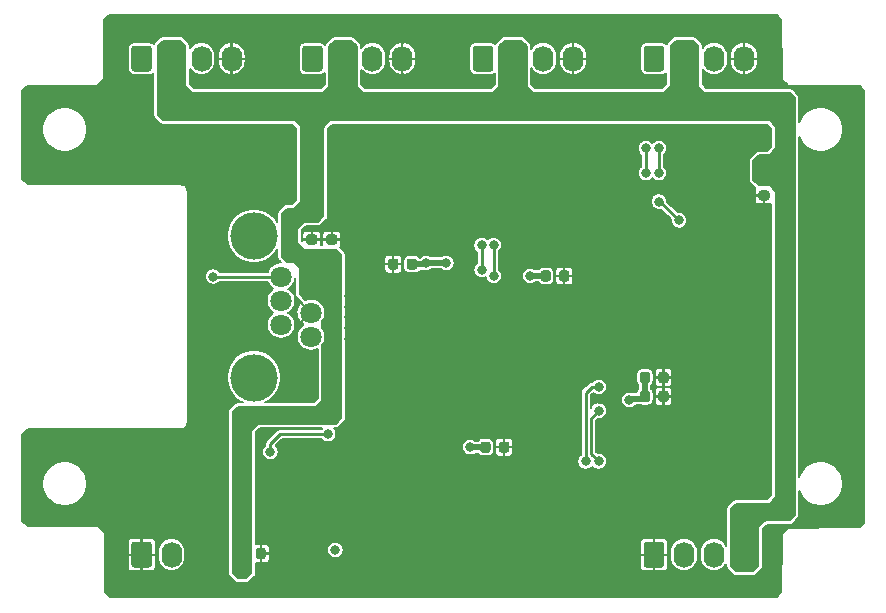
<source format=gbl>
G04 #@! TF.GenerationSoftware,KiCad,Pcbnew,(5.1.6)-1*
G04 #@! TF.CreationDate,2022-06-26T17:52:01+10:00*
G04 #@! TF.ProjectId,sensors,73656e73-6f72-4732-9e6b-696361645f70,rev?*
G04 #@! TF.SameCoordinates,Original*
G04 #@! TF.FileFunction,Copper,L2,Bot*
G04 #@! TF.FilePolarity,Positive*
%FSLAX46Y46*%
G04 Gerber Fmt 4.6, Leading zero omitted, Abs format (unit mm)*
G04 Created by KiCad (PCBNEW (5.1.6)-1) date 2022-06-26 17:52:01*
%MOMM*%
%LPD*%
G01*
G04 APERTURE LIST*
G04 #@! TA.AperFunction,ComponentPad*
%ADD10C,1.800000*%
G04 #@! TD*
G04 #@! TA.AperFunction,ComponentPad*
%ADD11C,4.000000*%
G04 #@! TD*
G04 #@! TA.AperFunction,ComponentPad*
%ADD12O,1.740000X2.190000*%
G04 #@! TD*
G04 #@! TA.AperFunction,ViaPad*
%ADD13C,0.800000*%
G04 #@! TD*
G04 #@! TA.AperFunction,Conductor*
%ADD14C,0.500000*%
G04 #@! TD*
G04 #@! TA.AperFunction,Conductor*
%ADD15C,1.000000*%
G04 #@! TD*
G04 #@! TA.AperFunction,Conductor*
%ADD16C,0.250000*%
G04 #@! TD*
G04 #@! TA.AperFunction,Conductor*
%ADD17C,0.200000*%
G04 #@! TD*
G04 APERTURE END LIST*
D10*
X120740000Y-92600000D03*
X118200000Y-91580000D03*
X120740000Y-90560000D03*
X118200000Y-89540000D03*
X118200000Y-87500000D03*
X120740000Y-88520000D03*
D11*
X115900000Y-96050000D03*
X115900000Y-84050000D03*
D12*
X108940000Y-111050000D03*
G04 #@! TA.AperFunction,ComponentPad*
G36*
G01*
X105530000Y-111895001D02*
X105530000Y-110204999D01*
G75*
G02*
X105779999Y-109955000I249999J0D01*
G01*
X107020001Y-109955000D01*
G75*
G02*
X107270000Y-110204999I0J-249999D01*
G01*
X107270000Y-111895001D01*
G75*
G02*
X107020001Y-112145000I-249999J0D01*
G01*
X105779999Y-112145000D01*
G75*
G02*
X105530000Y-111895001I0J249999D01*
G01*
G37*
G04 #@! TD.AperFunction*
X157400000Y-69050000D03*
X154860000Y-69050000D03*
X152320000Y-69050000D03*
G04 #@! TA.AperFunction,ComponentPad*
G36*
G01*
X148910000Y-69895001D02*
X148910000Y-68204999D01*
G75*
G02*
X149159999Y-67955000I249999J0D01*
G01*
X150400001Y-67955000D01*
G75*
G02*
X150650000Y-68204999I0J-249999D01*
G01*
X150650000Y-69895001D01*
G75*
G02*
X150400001Y-70145000I-249999J0D01*
G01*
X149159999Y-70145000D01*
G75*
G02*
X148910000Y-69895001I0J249999D01*
G01*
G37*
G04 #@! TD.AperFunction*
X142940000Y-69050000D03*
X140400000Y-69050000D03*
X137860000Y-69050000D03*
G04 #@! TA.AperFunction,ComponentPad*
G36*
G01*
X134450000Y-69895001D02*
X134450000Y-68204999D01*
G75*
G02*
X134699999Y-67955000I249999J0D01*
G01*
X135940001Y-67955000D01*
G75*
G02*
X136190000Y-68204999I0J-249999D01*
G01*
X136190000Y-69895001D01*
G75*
G02*
X135940001Y-70145000I-249999J0D01*
G01*
X134699999Y-70145000D01*
G75*
G02*
X134450000Y-69895001I0J249999D01*
G01*
G37*
G04 #@! TD.AperFunction*
X157400000Y-111050000D03*
X154860000Y-111050000D03*
X152320000Y-111050000D03*
G04 #@! TA.AperFunction,ComponentPad*
G36*
G01*
X148910000Y-111895001D02*
X148910000Y-110204999D01*
G75*
G02*
X149159999Y-109955000I249999J0D01*
G01*
X150400001Y-109955000D01*
G75*
G02*
X150650000Y-110204999I0J-249999D01*
G01*
X150650000Y-111895001D01*
G75*
G02*
X150400001Y-112145000I-249999J0D01*
G01*
X149159999Y-112145000D01*
G75*
G02*
X148910000Y-111895001I0J249999D01*
G01*
G37*
G04 #@! TD.AperFunction*
X114020000Y-69050000D03*
X111480000Y-69050000D03*
X108940000Y-69050000D03*
G04 #@! TA.AperFunction,ComponentPad*
G36*
G01*
X105530000Y-69895001D02*
X105530000Y-68204999D01*
G75*
G02*
X105779999Y-67955000I249999J0D01*
G01*
X107020001Y-67955000D01*
G75*
G02*
X107270000Y-68204999I0J-249999D01*
G01*
X107270000Y-69895001D01*
G75*
G02*
X107020001Y-70145000I-249999J0D01*
G01*
X105779999Y-70145000D01*
G75*
G02*
X105530000Y-69895001I0J249999D01*
G01*
G37*
G04 #@! TD.AperFunction*
X128480000Y-69050000D03*
X125940000Y-69050000D03*
X123400000Y-69050000D03*
G04 #@! TA.AperFunction,ComponentPad*
G36*
G01*
X119990000Y-69895001D02*
X119990000Y-68204999D01*
G75*
G02*
X120239999Y-67955000I249999J0D01*
G01*
X121480001Y-67955000D01*
G75*
G02*
X121730000Y-68204999I0J-249999D01*
G01*
X121730000Y-69895001D01*
G75*
G02*
X121480001Y-70145000I-249999J0D01*
G01*
X120239999Y-70145000D01*
G75*
G02*
X119990000Y-69895001I0J249999D01*
G01*
G37*
G04 #@! TD.AperFunction*
G04 #@! TA.AperFunction,SMDPad,CuDef*
G36*
G01*
X159356250Y-79500000D02*
X158843750Y-79500000D01*
G75*
G02*
X158625000Y-79281250I0J218750D01*
G01*
X158625000Y-78843750D01*
G75*
G02*
X158843750Y-78625000I218750J0D01*
G01*
X159356250Y-78625000D01*
G75*
G02*
X159575000Y-78843750I0J-218750D01*
G01*
X159575000Y-79281250D01*
G75*
G02*
X159356250Y-79500000I-218750J0D01*
G01*
G37*
G04 #@! TD.AperFunction*
G04 #@! TA.AperFunction,SMDPad,CuDef*
G36*
G01*
X159356250Y-81075000D02*
X158843750Y-81075000D01*
G75*
G02*
X158625000Y-80856250I0J218750D01*
G01*
X158625000Y-80418750D01*
G75*
G02*
X158843750Y-80200000I218750J0D01*
G01*
X159356250Y-80200000D01*
G75*
G02*
X159575000Y-80418750I0J-218750D01*
G01*
X159575000Y-80856250D01*
G75*
G02*
X159356250Y-81075000I-218750J0D01*
G01*
G37*
G04 #@! TD.AperFunction*
G04 #@! TA.AperFunction,SMDPad,CuDef*
G36*
G01*
X135950000Y-101693750D02*
X135950000Y-102206250D01*
G75*
G02*
X135731250Y-102425000I-218750J0D01*
G01*
X135293750Y-102425000D01*
G75*
G02*
X135075000Y-102206250I0J218750D01*
G01*
X135075000Y-101693750D01*
G75*
G02*
X135293750Y-101475000I218750J0D01*
G01*
X135731250Y-101475000D01*
G75*
G02*
X135950000Y-101693750I0J-218750D01*
G01*
G37*
G04 #@! TD.AperFunction*
G04 #@! TA.AperFunction,SMDPad,CuDef*
G36*
G01*
X137525000Y-101693750D02*
X137525000Y-102206250D01*
G75*
G02*
X137306250Y-102425000I-218750J0D01*
G01*
X136868750Y-102425000D01*
G75*
G02*
X136650000Y-102206250I0J218750D01*
G01*
X136650000Y-101693750D01*
G75*
G02*
X136868750Y-101475000I218750J0D01*
G01*
X137306250Y-101475000D01*
G75*
G02*
X137525000Y-101693750I0J-218750D01*
G01*
G37*
G04 #@! TD.AperFunction*
G04 #@! TA.AperFunction,SMDPad,CuDef*
G36*
G01*
X115350000Y-110693750D02*
X115350000Y-111206250D01*
G75*
G02*
X115131250Y-111425000I-218750J0D01*
G01*
X114693750Y-111425000D01*
G75*
G02*
X114475000Y-111206250I0J218750D01*
G01*
X114475000Y-110693750D01*
G75*
G02*
X114693750Y-110475000I218750J0D01*
G01*
X115131250Y-110475000D01*
G75*
G02*
X115350000Y-110693750I0J-218750D01*
G01*
G37*
G04 #@! TD.AperFunction*
G04 #@! TA.AperFunction,SMDPad,CuDef*
G36*
G01*
X116925000Y-110693750D02*
X116925000Y-111206250D01*
G75*
G02*
X116706250Y-111425000I-218750J0D01*
G01*
X116268750Y-111425000D01*
G75*
G02*
X116050000Y-111206250I0J218750D01*
G01*
X116050000Y-110693750D01*
G75*
G02*
X116268750Y-110475000I218750J0D01*
G01*
X116706250Y-110475000D01*
G75*
G02*
X116925000Y-110693750I0J-218750D01*
G01*
G37*
G04 #@! TD.AperFunction*
G04 #@! TA.AperFunction,SMDPad,CuDef*
G36*
G01*
X141050000Y-87193750D02*
X141050000Y-87706250D01*
G75*
G02*
X140831250Y-87925000I-218750J0D01*
G01*
X140393750Y-87925000D01*
G75*
G02*
X140175000Y-87706250I0J218750D01*
G01*
X140175000Y-87193750D01*
G75*
G02*
X140393750Y-86975000I218750J0D01*
G01*
X140831250Y-86975000D01*
G75*
G02*
X141050000Y-87193750I0J-218750D01*
G01*
G37*
G04 #@! TD.AperFunction*
G04 #@! TA.AperFunction,SMDPad,CuDef*
G36*
G01*
X142625000Y-87193750D02*
X142625000Y-87706250D01*
G75*
G02*
X142406250Y-87925000I-218750J0D01*
G01*
X141968750Y-87925000D01*
G75*
G02*
X141750000Y-87706250I0J218750D01*
G01*
X141750000Y-87193750D01*
G75*
G02*
X141968750Y-86975000I218750J0D01*
G01*
X142406250Y-86975000D01*
G75*
G02*
X142625000Y-87193750I0J-218750D01*
G01*
G37*
G04 #@! TD.AperFunction*
G04 #@! TA.AperFunction,SMDPad,CuDef*
G36*
G01*
X149450000Y-95793750D02*
X149450000Y-96306250D01*
G75*
G02*
X149231250Y-96525000I-218750J0D01*
G01*
X148793750Y-96525000D01*
G75*
G02*
X148575000Y-96306250I0J218750D01*
G01*
X148575000Y-95793750D01*
G75*
G02*
X148793750Y-95575000I218750J0D01*
G01*
X149231250Y-95575000D01*
G75*
G02*
X149450000Y-95793750I0J-218750D01*
G01*
G37*
G04 #@! TD.AperFunction*
G04 #@! TA.AperFunction,SMDPad,CuDef*
G36*
G01*
X151025000Y-95793750D02*
X151025000Y-96306250D01*
G75*
G02*
X150806250Y-96525000I-218750J0D01*
G01*
X150368750Y-96525000D01*
G75*
G02*
X150150000Y-96306250I0J218750D01*
G01*
X150150000Y-95793750D01*
G75*
G02*
X150368750Y-95575000I218750J0D01*
G01*
X150806250Y-95575000D01*
G75*
G02*
X151025000Y-95793750I0J-218750D01*
G01*
G37*
G04 #@! TD.AperFunction*
G04 #@! TA.AperFunction,SMDPad,CuDef*
G36*
G01*
X149450000Y-97393750D02*
X149450000Y-97906250D01*
G75*
G02*
X149231250Y-98125000I-218750J0D01*
G01*
X148793750Y-98125000D01*
G75*
G02*
X148575000Y-97906250I0J218750D01*
G01*
X148575000Y-97393750D01*
G75*
G02*
X148793750Y-97175000I218750J0D01*
G01*
X149231250Y-97175000D01*
G75*
G02*
X149450000Y-97393750I0J-218750D01*
G01*
G37*
G04 #@! TD.AperFunction*
G04 #@! TA.AperFunction,SMDPad,CuDef*
G36*
G01*
X151025000Y-97393750D02*
X151025000Y-97906250D01*
G75*
G02*
X150806250Y-98125000I-218750J0D01*
G01*
X150368750Y-98125000D01*
G75*
G02*
X150150000Y-97906250I0J218750D01*
G01*
X150150000Y-97393750D01*
G75*
G02*
X150368750Y-97175000I218750J0D01*
G01*
X150806250Y-97175000D01*
G75*
G02*
X151025000Y-97393750I0J-218750D01*
G01*
G37*
G04 #@! TD.AperFunction*
G04 #@! TA.AperFunction,SMDPad,CuDef*
G36*
G01*
X128150000Y-86193750D02*
X128150000Y-86706250D01*
G75*
G02*
X127931250Y-86925000I-218750J0D01*
G01*
X127493750Y-86925000D01*
G75*
G02*
X127275000Y-86706250I0J218750D01*
G01*
X127275000Y-86193750D01*
G75*
G02*
X127493750Y-85975000I218750J0D01*
G01*
X127931250Y-85975000D01*
G75*
G02*
X128150000Y-86193750I0J-218750D01*
G01*
G37*
G04 #@! TD.AperFunction*
G04 #@! TA.AperFunction,SMDPad,CuDef*
G36*
G01*
X129725000Y-86193750D02*
X129725000Y-86706250D01*
G75*
G02*
X129506250Y-86925000I-218750J0D01*
G01*
X129068750Y-86925000D01*
G75*
G02*
X128850000Y-86706250I0J218750D01*
G01*
X128850000Y-86193750D01*
G75*
G02*
X129068750Y-85975000I218750J0D01*
G01*
X129506250Y-85975000D01*
G75*
G02*
X129725000Y-86193750I0J-218750D01*
G01*
G37*
G04 #@! TD.AperFunction*
G04 #@! TA.AperFunction,SMDPad,CuDef*
G36*
G01*
X122756250Y-84800000D02*
X122243750Y-84800000D01*
G75*
G02*
X122025000Y-84581250I0J218750D01*
G01*
X122025000Y-84143750D01*
G75*
G02*
X122243750Y-83925000I218750J0D01*
G01*
X122756250Y-83925000D01*
G75*
G02*
X122975000Y-84143750I0J-218750D01*
G01*
X122975000Y-84581250D01*
G75*
G02*
X122756250Y-84800000I-218750J0D01*
G01*
G37*
G04 #@! TD.AperFunction*
G04 #@! TA.AperFunction,SMDPad,CuDef*
G36*
G01*
X122756250Y-86375000D02*
X122243750Y-86375000D01*
G75*
G02*
X122025000Y-86156250I0J218750D01*
G01*
X122025000Y-85718750D01*
G75*
G02*
X122243750Y-85500000I218750J0D01*
G01*
X122756250Y-85500000D01*
G75*
G02*
X122975000Y-85718750I0J-218750D01*
G01*
X122975000Y-86156250D01*
G75*
G02*
X122756250Y-86375000I-218750J0D01*
G01*
G37*
G04 #@! TD.AperFunction*
G04 #@! TA.AperFunction,SMDPad,CuDef*
G36*
G01*
X121056250Y-84800000D02*
X120543750Y-84800000D01*
G75*
G02*
X120325000Y-84581250I0J218750D01*
G01*
X120325000Y-84143750D01*
G75*
G02*
X120543750Y-83925000I218750J0D01*
G01*
X121056250Y-83925000D01*
G75*
G02*
X121275000Y-84143750I0J-218750D01*
G01*
X121275000Y-84581250D01*
G75*
G02*
X121056250Y-84800000I-218750J0D01*
G01*
G37*
G04 #@! TD.AperFunction*
G04 #@! TA.AperFunction,SMDPad,CuDef*
G36*
G01*
X121056250Y-86375000D02*
X120543750Y-86375000D01*
G75*
G02*
X120325000Y-86156250I0J218750D01*
G01*
X120325000Y-85718750D01*
G75*
G02*
X120543750Y-85500000I218750J0D01*
G01*
X121056250Y-85500000D01*
G75*
G02*
X121275000Y-85718750I0J-218750D01*
G01*
X121275000Y-86156250D01*
G75*
G02*
X121056250Y-86375000I-218750J0D01*
G01*
G37*
G04 #@! TD.AperFunction*
D13*
X122800000Y-110650000D03*
X123400000Y-75250000D03*
X123400000Y-79450000D03*
X133900000Y-80550000D03*
X128650000Y-75250000D03*
X107700000Y-75250000D03*
X113000000Y-112350000D03*
X113000000Y-114150000D03*
X138600000Y-95150000D03*
X140300000Y-98050000D03*
X143900000Y-87450000D03*
X154900000Y-108750000D03*
X165700000Y-91550000D03*
X165700000Y-82850000D03*
X145400000Y-104650000D03*
X143100000Y-104650000D03*
X148300000Y-107650000D03*
X151900000Y-108750000D03*
X135500000Y-95150000D03*
X126200000Y-97350000D03*
X138000000Y-103650000D03*
X133900000Y-75250000D03*
X143500000Y-75250000D03*
X138500000Y-84150000D03*
X111200000Y-71050000D03*
X112100000Y-80550000D03*
X115400000Y-93050000D03*
X116400000Y-93050000D03*
X117400000Y-93050000D03*
X119100000Y-93050000D03*
X115400000Y-89150000D03*
X115400000Y-90050000D03*
X115400000Y-90950000D03*
X154800000Y-91050000D03*
X152000000Y-78750000D03*
X148600000Y-92350000D03*
X156300000Y-95550000D03*
X124000000Y-91850000D03*
X124000000Y-92750000D03*
X124000000Y-89150000D03*
X124000000Y-90050000D03*
X124000000Y-90950000D03*
X158300000Y-102550000D03*
X124100000Y-99350000D03*
X156300000Y-87450000D03*
X146600000Y-80250000D03*
X116900000Y-80550000D03*
X118000000Y-80550000D03*
X130300000Y-81450000D03*
X130500000Y-88350000D03*
X130300000Y-93150000D03*
X163300000Y-91550000D03*
X145100000Y-97850000D03*
X128600000Y-110650000D03*
X111700000Y-106950000D03*
X118600000Y-102050000D03*
X141700000Y-92450000D03*
X145200000Y-92450000D03*
X154800000Y-94250000D03*
X153300000Y-96250000D03*
X157300000Y-95550000D03*
X128700000Y-97349994D03*
X132100000Y-97350000D03*
X135499988Y-97350000D03*
X111700000Y-98450000D03*
X111700000Y-101550000D03*
X128600000Y-114150000D03*
X149800000Y-114150000D03*
X102900000Y-105150000D03*
X106400000Y-105150000D03*
X163300000Y-102550000D03*
X160000000Y-65950000D03*
X167000000Y-71950000D03*
X103800000Y-65950000D03*
X96900000Y-71950000D03*
X96900000Y-79050000D03*
X96900000Y-101050000D03*
X96900000Y-108050000D03*
X103800000Y-114150000D03*
X160000000Y-114150000D03*
X167000000Y-108150000D03*
X139100000Y-112150000D03*
X120000000Y-71050000D03*
X148600000Y-94350000D03*
X147700000Y-97950000D03*
X132200000Y-86350000D03*
X159100000Y-77850000D03*
X121400000Y-80550000D03*
X120300000Y-80550000D03*
X130500000Y-86350000D03*
X160800000Y-95550000D03*
X134200000Y-101950000D03*
X114900000Y-112350000D03*
X139300000Y-87450000D03*
X122500000Y-96350000D03*
X122500000Y-95350000D03*
X122500000Y-93050000D03*
X145100000Y-98850000D03*
X145100000Y-103150000D03*
X145100000Y-96850000D03*
X144000000Y-103150000D03*
X135200000Y-84850000D03*
X135200000Y-86950000D03*
X112450000Y-87500000D03*
X122200000Y-100850000D03*
X117300000Y-102350000D03*
X136200000Y-84824990D03*
X136200000Y-87450000D03*
X150200000Y-76650000D03*
X150200000Y-78750000D03*
X149100000Y-76650000D03*
X149100000Y-78750000D03*
X150200000Y-81150000D03*
X151900000Y-82750000D03*
D14*
X130500000Y-86350000D02*
X132200000Y-86350000D01*
D15*
X123468520Y-68850000D02*
X123468520Y-69023849D01*
X138000000Y-69178520D02*
X138000000Y-69004671D01*
D14*
X134200000Y-101950000D02*
X135400000Y-101950000D01*
X147800000Y-97850000D02*
X149000000Y-97850000D01*
X149000000Y-97850000D02*
X149000000Y-96050000D01*
X139300000Y-87450000D02*
X140600000Y-87450000D01*
X130400000Y-86450000D02*
X130500000Y-86350000D01*
X129287500Y-86450000D02*
X130400000Y-86450000D01*
D16*
X145100000Y-103150000D02*
X144450010Y-102500010D01*
X144450010Y-99499990D02*
X145100000Y-98850000D01*
X144450010Y-102500010D02*
X144450010Y-99499990D01*
X144500000Y-96850000D02*
X145100000Y-96850000D01*
X144000000Y-103150000D02*
X144000000Y-97350000D01*
X144000000Y-97350000D02*
X144500000Y-96850000D01*
X135200000Y-86950000D02*
X135200000Y-84850000D01*
X118200000Y-87500000D02*
X112450000Y-87500000D01*
X112450000Y-87500000D02*
X112450000Y-87500000D01*
X117300000Y-102350000D02*
X117300000Y-101650000D01*
X118100000Y-100850000D02*
X122200000Y-100850000D01*
X117300000Y-101650000D02*
X118100000Y-100850000D01*
X136200000Y-84824990D02*
X136200000Y-87450000D01*
X150200000Y-76650000D02*
X150200000Y-78750000D01*
X149100000Y-76650000D02*
X149100000Y-78750000D01*
X150300000Y-81150000D02*
X151900000Y-82750000D01*
X150200000Y-81150000D02*
X150300000Y-81150000D01*
D17*
G36*
X110100000Y-67991422D02*
G01*
X110100000Y-71350000D01*
X110101921Y-71369509D01*
X110107612Y-71388268D01*
X110116853Y-71405557D01*
X110129289Y-71420711D01*
X110629289Y-71920711D01*
X110644443Y-71933147D01*
X110661732Y-71942388D01*
X110680491Y-71948079D01*
X110700000Y-71950000D01*
X121700000Y-71950000D01*
X121719509Y-71948079D01*
X121738268Y-71942388D01*
X121755557Y-71933147D01*
X121770711Y-71920711D01*
X122270711Y-71420711D01*
X122283147Y-71405557D01*
X122292388Y-71388268D01*
X122298079Y-71369509D01*
X122300000Y-71350000D01*
X122300000Y-68005027D01*
X122741422Y-67563605D01*
X124158578Y-67563605D01*
X124600000Y-68005027D01*
X124600000Y-71350000D01*
X124601921Y-71369509D01*
X124607612Y-71388268D01*
X124616853Y-71405557D01*
X124629289Y-71420711D01*
X125129289Y-71920711D01*
X125144443Y-71933147D01*
X125161732Y-71942388D01*
X125180491Y-71948079D01*
X125200000Y-71950000D01*
X136100000Y-71950000D01*
X136119509Y-71948079D01*
X136138268Y-71942388D01*
X136155557Y-71933147D01*
X136170711Y-71920711D01*
X136670711Y-71420711D01*
X136683147Y-71405557D01*
X136692388Y-71388268D01*
X136698079Y-71369509D01*
X136700000Y-71350000D01*
X136700000Y-67991422D01*
X137141422Y-67550000D01*
X138558578Y-67550000D01*
X139000000Y-67991422D01*
X139000000Y-71350000D01*
X139001921Y-71369509D01*
X139007612Y-71388268D01*
X139016853Y-71405557D01*
X139029289Y-71420711D01*
X139529289Y-71920711D01*
X139544443Y-71933147D01*
X139561732Y-71942388D01*
X139580491Y-71948079D01*
X139600000Y-71950000D01*
X150600000Y-71950000D01*
X150619509Y-71948079D01*
X150638268Y-71942388D01*
X150655557Y-71933147D01*
X150670711Y-71920711D01*
X151170711Y-71420711D01*
X151183147Y-71405557D01*
X151192388Y-71388268D01*
X151198079Y-71369509D01*
X151200000Y-71350000D01*
X151200000Y-67991422D01*
X151641422Y-67550000D01*
X153058578Y-67550000D01*
X153500000Y-67991422D01*
X153500000Y-71350000D01*
X153501921Y-71369509D01*
X153507612Y-71388268D01*
X153516853Y-71405557D01*
X153529289Y-71420711D01*
X154029289Y-71920711D01*
X154044443Y-71933147D01*
X154061732Y-71942388D01*
X154080491Y-71948079D01*
X154100000Y-71950000D01*
X161258578Y-71950000D01*
X161700000Y-72391422D01*
X161700000Y-107708578D01*
X161258578Y-108150000D01*
X159200000Y-108150000D01*
X159180491Y-108151921D01*
X159161732Y-108157612D01*
X159144443Y-108166853D01*
X159129289Y-108179289D01*
X158629289Y-108679289D01*
X158616853Y-108694443D01*
X158607612Y-108711732D01*
X158601921Y-108730491D01*
X158600000Y-108750000D01*
X158600000Y-112008578D01*
X158158578Y-112450000D01*
X156741422Y-112450000D01*
X156300000Y-112008578D01*
X156300000Y-107191422D01*
X156741422Y-106750000D01*
X159500000Y-106750000D01*
X159519509Y-106748079D01*
X159538268Y-106742388D01*
X159555557Y-106733147D01*
X159570711Y-106720711D01*
X160070711Y-106220711D01*
X160083147Y-106205557D01*
X160092388Y-106188268D01*
X160098079Y-106169509D01*
X160100000Y-106150000D01*
X160100000Y-80350000D01*
X160098079Y-80330491D01*
X160092388Y-80311732D01*
X160083147Y-80294443D01*
X160070711Y-80279289D01*
X159570711Y-79779289D01*
X159555557Y-79766853D01*
X159538268Y-79757612D01*
X159519509Y-79751921D01*
X159500000Y-79750000D01*
X158641422Y-79750000D01*
X158200000Y-79308578D01*
X158200000Y-77691422D01*
X158641422Y-77250000D01*
X159500000Y-77250000D01*
X159519509Y-77248079D01*
X159538268Y-77242388D01*
X159555557Y-77233147D01*
X159570711Y-77220711D01*
X160070711Y-76720711D01*
X160083147Y-76705557D01*
X160092388Y-76688268D01*
X160098079Y-76669509D01*
X160100000Y-76650000D01*
X160100000Y-74850000D01*
X160098079Y-74830491D01*
X160092388Y-74811732D01*
X160083147Y-74794443D01*
X160070711Y-74779289D01*
X159570711Y-74279289D01*
X159555557Y-74266853D01*
X159538268Y-74257612D01*
X159519509Y-74251921D01*
X159500000Y-74250000D01*
X122400000Y-74250000D01*
X122380491Y-74251921D01*
X122361732Y-74257612D01*
X122344443Y-74266853D01*
X122329289Y-74279289D01*
X121829289Y-74779289D01*
X121816853Y-74794443D01*
X121807612Y-74811732D01*
X121801921Y-74830491D01*
X121800000Y-74850000D01*
X121800000Y-82408578D01*
X121358578Y-82850000D01*
X120200000Y-82850000D01*
X120180491Y-82851921D01*
X120161732Y-82857612D01*
X120144443Y-82866853D01*
X120129289Y-82879289D01*
X119629289Y-83379289D01*
X119616853Y-83394443D01*
X119607612Y-83411732D01*
X119601921Y-83430491D01*
X119600000Y-83450000D01*
X119600000Y-84650000D01*
X119601921Y-84669509D01*
X119607612Y-84688268D01*
X119616853Y-84705557D01*
X119629289Y-84720711D01*
X120129289Y-85220711D01*
X120144443Y-85233147D01*
X120161732Y-85242388D01*
X120180491Y-85248079D01*
X120200000Y-85250000D01*
X122858578Y-85250000D01*
X123300000Y-85691422D01*
X123300000Y-99508578D01*
X122858578Y-99950000D01*
X116300000Y-99950000D01*
X116280491Y-99951921D01*
X116261732Y-99957612D01*
X116244443Y-99966853D01*
X116229289Y-99979289D01*
X115729289Y-100479289D01*
X115716853Y-100494443D01*
X115707612Y-100511732D01*
X115701921Y-100530491D01*
X115700000Y-100550000D01*
X115700000Y-112608578D01*
X115258578Y-113050000D01*
X114541422Y-113050000D01*
X114100000Y-112608578D01*
X114100000Y-98991422D01*
X114541422Y-98550000D01*
X121100000Y-98550000D01*
X121119509Y-98548079D01*
X121138268Y-98542388D01*
X121155557Y-98533147D01*
X121170711Y-98520711D01*
X121670711Y-98020711D01*
X121683147Y-98005557D01*
X121692388Y-97988268D01*
X121698079Y-97969509D01*
X121700000Y-97950000D01*
X121700000Y-93323201D01*
X121803426Y-93168413D01*
X121893884Y-92950027D01*
X121940000Y-92718190D01*
X121940000Y-92481810D01*
X121893884Y-92249973D01*
X121803426Y-92031587D01*
X121700000Y-91876799D01*
X121700000Y-91283201D01*
X121803426Y-91128413D01*
X121893884Y-90910027D01*
X121940000Y-90678190D01*
X121940000Y-90441810D01*
X121893884Y-90209973D01*
X121803426Y-89991587D01*
X121672101Y-89795045D01*
X121504955Y-89627899D01*
X121308413Y-89496574D01*
X121090027Y-89406116D01*
X120858190Y-89360000D01*
X120621810Y-89360000D01*
X120389973Y-89406116D01*
X120284027Y-89450000D01*
X120241422Y-89450000D01*
X119800000Y-89008578D01*
X119800000Y-86850000D01*
X119798079Y-86830491D01*
X119792388Y-86811732D01*
X119783147Y-86794443D01*
X119770711Y-86779289D01*
X119270711Y-86279289D01*
X119255557Y-86266853D01*
X119238268Y-86257612D01*
X119219509Y-86251921D01*
X119200000Y-86250000D01*
X118741422Y-86250000D01*
X118300000Y-85808578D01*
X118300000Y-82191422D01*
X118741422Y-81750000D01*
X119300000Y-81750000D01*
X119319509Y-81748079D01*
X119338268Y-81742388D01*
X119355557Y-81733147D01*
X119370711Y-81720711D01*
X119870711Y-81220711D01*
X119883147Y-81205557D01*
X119892388Y-81188268D01*
X119898079Y-81169509D01*
X119900000Y-81150000D01*
X119900000Y-74850000D01*
X119898079Y-74830491D01*
X119892388Y-74811732D01*
X119883147Y-74794443D01*
X119870711Y-74779289D01*
X119370711Y-74279289D01*
X119355557Y-74266853D01*
X119338268Y-74257612D01*
X119319509Y-74251921D01*
X119300000Y-74250000D01*
X108241422Y-74250000D01*
X107800000Y-73808578D01*
X107800000Y-67991422D01*
X108241422Y-67550000D01*
X109658578Y-67550000D01*
X110100000Y-67991422D01*
G37*
X110100000Y-67991422D02*
X110100000Y-71350000D01*
X110101921Y-71369509D01*
X110107612Y-71388268D01*
X110116853Y-71405557D01*
X110129289Y-71420711D01*
X110629289Y-71920711D01*
X110644443Y-71933147D01*
X110661732Y-71942388D01*
X110680491Y-71948079D01*
X110700000Y-71950000D01*
X121700000Y-71950000D01*
X121719509Y-71948079D01*
X121738268Y-71942388D01*
X121755557Y-71933147D01*
X121770711Y-71920711D01*
X122270711Y-71420711D01*
X122283147Y-71405557D01*
X122292388Y-71388268D01*
X122298079Y-71369509D01*
X122300000Y-71350000D01*
X122300000Y-68005027D01*
X122741422Y-67563605D01*
X124158578Y-67563605D01*
X124600000Y-68005027D01*
X124600000Y-71350000D01*
X124601921Y-71369509D01*
X124607612Y-71388268D01*
X124616853Y-71405557D01*
X124629289Y-71420711D01*
X125129289Y-71920711D01*
X125144443Y-71933147D01*
X125161732Y-71942388D01*
X125180491Y-71948079D01*
X125200000Y-71950000D01*
X136100000Y-71950000D01*
X136119509Y-71948079D01*
X136138268Y-71942388D01*
X136155557Y-71933147D01*
X136170711Y-71920711D01*
X136670711Y-71420711D01*
X136683147Y-71405557D01*
X136692388Y-71388268D01*
X136698079Y-71369509D01*
X136700000Y-71350000D01*
X136700000Y-67991422D01*
X137141422Y-67550000D01*
X138558578Y-67550000D01*
X139000000Y-67991422D01*
X139000000Y-71350000D01*
X139001921Y-71369509D01*
X139007612Y-71388268D01*
X139016853Y-71405557D01*
X139029289Y-71420711D01*
X139529289Y-71920711D01*
X139544443Y-71933147D01*
X139561732Y-71942388D01*
X139580491Y-71948079D01*
X139600000Y-71950000D01*
X150600000Y-71950000D01*
X150619509Y-71948079D01*
X150638268Y-71942388D01*
X150655557Y-71933147D01*
X150670711Y-71920711D01*
X151170711Y-71420711D01*
X151183147Y-71405557D01*
X151192388Y-71388268D01*
X151198079Y-71369509D01*
X151200000Y-71350000D01*
X151200000Y-67991422D01*
X151641422Y-67550000D01*
X153058578Y-67550000D01*
X153500000Y-67991422D01*
X153500000Y-71350000D01*
X153501921Y-71369509D01*
X153507612Y-71388268D01*
X153516853Y-71405557D01*
X153529289Y-71420711D01*
X154029289Y-71920711D01*
X154044443Y-71933147D01*
X154061732Y-71942388D01*
X154080491Y-71948079D01*
X154100000Y-71950000D01*
X161258578Y-71950000D01*
X161700000Y-72391422D01*
X161700000Y-107708578D01*
X161258578Y-108150000D01*
X159200000Y-108150000D01*
X159180491Y-108151921D01*
X159161732Y-108157612D01*
X159144443Y-108166853D01*
X159129289Y-108179289D01*
X158629289Y-108679289D01*
X158616853Y-108694443D01*
X158607612Y-108711732D01*
X158601921Y-108730491D01*
X158600000Y-108750000D01*
X158600000Y-112008578D01*
X158158578Y-112450000D01*
X156741422Y-112450000D01*
X156300000Y-112008578D01*
X156300000Y-107191422D01*
X156741422Y-106750000D01*
X159500000Y-106750000D01*
X159519509Y-106748079D01*
X159538268Y-106742388D01*
X159555557Y-106733147D01*
X159570711Y-106720711D01*
X160070711Y-106220711D01*
X160083147Y-106205557D01*
X160092388Y-106188268D01*
X160098079Y-106169509D01*
X160100000Y-106150000D01*
X160100000Y-80350000D01*
X160098079Y-80330491D01*
X160092388Y-80311732D01*
X160083147Y-80294443D01*
X160070711Y-80279289D01*
X159570711Y-79779289D01*
X159555557Y-79766853D01*
X159538268Y-79757612D01*
X159519509Y-79751921D01*
X159500000Y-79750000D01*
X158641422Y-79750000D01*
X158200000Y-79308578D01*
X158200000Y-77691422D01*
X158641422Y-77250000D01*
X159500000Y-77250000D01*
X159519509Y-77248079D01*
X159538268Y-77242388D01*
X159555557Y-77233147D01*
X159570711Y-77220711D01*
X160070711Y-76720711D01*
X160083147Y-76705557D01*
X160092388Y-76688268D01*
X160098079Y-76669509D01*
X160100000Y-76650000D01*
X160100000Y-74850000D01*
X160098079Y-74830491D01*
X160092388Y-74811732D01*
X160083147Y-74794443D01*
X160070711Y-74779289D01*
X159570711Y-74279289D01*
X159555557Y-74266853D01*
X159538268Y-74257612D01*
X159519509Y-74251921D01*
X159500000Y-74250000D01*
X122400000Y-74250000D01*
X122380491Y-74251921D01*
X122361732Y-74257612D01*
X122344443Y-74266853D01*
X122329289Y-74279289D01*
X121829289Y-74779289D01*
X121816853Y-74794443D01*
X121807612Y-74811732D01*
X121801921Y-74830491D01*
X121800000Y-74850000D01*
X121800000Y-82408578D01*
X121358578Y-82850000D01*
X120200000Y-82850000D01*
X120180491Y-82851921D01*
X120161732Y-82857612D01*
X120144443Y-82866853D01*
X120129289Y-82879289D01*
X119629289Y-83379289D01*
X119616853Y-83394443D01*
X119607612Y-83411732D01*
X119601921Y-83430491D01*
X119600000Y-83450000D01*
X119600000Y-84650000D01*
X119601921Y-84669509D01*
X119607612Y-84688268D01*
X119616853Y-84705557D01*
X119629289Y-84720711D01*
X120129289Y-85220711D01*
X120144443Y-85233147D01*
X120161732Y-85242388D01*
X120180491Y-85248079D01*
X120200000Y-85250000D01*
X122858578Y-85250000D01*
X123300000Y-85691422D01*
X123300000Y-99508578D01*
X122858578Y-99950000D01*
X116300000Y-99950000D01*
X116280491Y-99951921D01*
X116261732Y-99957612D01*
X116244443Y-99966853D01*
X116229289Y-99979289D01*
X115729289Y-100479289D01*
X115716853Y-100494443D01*
X115707612Y-100511732D01*
X115701921Y-100530491D01*
X115700000Y-100550000D01*
X115700000Y-112608578D01*
X115258578Y-113050000D01*
X114541422Y-113050000D01*
X114100000Y-112608578D01*
X114100000Y-98991422D01*
X114541422Y-98550000D01*
X121100000Y-98550000D01*
X121119509Y-98548079D01*
X121138268Y-98542388D01*
X121155557Y-98533147D01*
X121170711Y-98520711D01*
X121670711Y-98020711D01*
X121683147Y-98005557D01*
X121692388Y-97988268D01*
X121698079Y-97969509D01*
X121700000Y-97950000D01*
X121700000Y-93323201D01*
X121803426Y-93168413D01*
X121893884Y-92950027D01*
X121940000Y-92718190D01*
X121940000Y-92481810D01*
X121893884Y-92249973D01*
X121803426Y-92031587D01*
X121700000Y-91876799D01*
X121700000Y-91283201D01*
X121803426Y-91128413D01*
X121893884Y-90910027D01*
X121940000Y-90678190D01*
X121940000Y-90441810D01*
X121893884Y-90209973D01*
X121803426Y-89991587D01*
X121672101Y-89795045D01*
X121504955Y-89627899D01*
X121308413Y-89496574D01*
X121090027Y-89406116D01*
X120858190Y-89360000D01*
X120621810Y-89360000D01*
X120389973Y-89406116D01*
X120284027Y-89450000D01*
X120241422Y-89450000D01*
X119800000Y-89008578D01*
X119800000Y-86850000D01*
X119798079Y-86830491D01*
X119792388Y-86811732D01*
X119783147Y-86794443D01*
X119770711Y-86779289D01*
X119270711Y-86279289D01*
X119255557Y-86266853D01*
X119238268Y-86257612D01*
X119219509Y-86251921D01*
X119200000Y-86250000D01*
X118741422Y-86250000D01*
X118300000Y-85808578D01*
X118300000Y-82191422D01*
X118741422Y-81750000D01*
X119300000Y-81750000D01*
X119319509Y-81748079D01*
X119338268Y-81742388D01*
X119355557Y-81733147D01*
X119370711Y-81720711D01*
X119870711Y-81220711D01*
X119883147Y-81205557D01*
X119892388Y-81188268D01*
X119898079Y-81169509D01*
X119900000Y-81150000D01*
X119900000Y-74850000D01*
X119898079Y-74830491D01*
X119892388Y-74811732D01*
X119883147Y-74794443D01*
X119870711Y-74779289D01*
X119370711Y-74279289D01*
X119355557Y-74266853D01*
X119338268Y-74257612D01*
X119319509Y-74251921D01*
X119300000Y-74250000D01*
X108241422Y-74250000D01*
X107800000Y-73808578D01*
X107800000Y-67991422D01*
X108241422Y-67550000D01*
X109658578Y-67550000D01*
X110100000Y-67991422D01*
G36*
X160575000Y-65766422D02*
G01*
X160575001Y-68065961D01*
X160575056Y-68066516D01*
X160575075Y-68072077D01*
X160576510Y-68086203D01*
X160576411Y-68100399D01*
X160576853Y-68104916D01*
X160600000Y-68325145D01*
X160600000Y-70750000D01*
X160601921Y-70769509D01*
X160607612Y-70788268D01*
X160616853Y-70805557D01*
X160629289Y-70820711D01*
X161129289Y-71320711D01*
X161144443Y-71333147D01*
X161161732Y-71342388D01*
X161180491Y-71348079D01*
X161200000Y-71350000D01*
X163629136Y-71350000D01*
X163868285Y-71373449D01*
X163868292Y-71373449D01*
X163884039Y-71375000D01*
X167183578Y-71375000D01*
X167575001Y-71766423D01*
X167575000Y-108333578D01*
X167183578Y-108725000D01*
X163884039Y-108725000D01*
X163883474Y-108725056D01*
X163877923Y-108725075D01*
X163863797Y-108726510D01*
X163849600Y-108726411D01*
X163845084Y-108726853D01*
X163624854Y-108750000D01*
X161200000Y-108750000D01*
X161180491Y-108751921D01*
X161161732Y-108757612D01*
X161144443Y-108766853D01*
X161129289Y-108779289D01*
X160629289Y-109279289D01*
X160616853Y-109294443D01*
X160607612Y-109311732D01*
X160601921Y-109330491D01*
X160600000Y-109350000D01*
X160600000Y-111779136D01*
X160576551Y-112018285D01*
X160576551Y-112018302D01*
X160575001Y-112034039D01*
X160575000Y-114233578D01*
X160158578Y-114650000D01*
X103741422Y-114650000D01*
X103300000Y-114208578D01*
X103300000Y-112145000D01*
X105208452Y-112145000D01*
X105214630Y-112207731D01*
X105232928Y-112268051D01*
X105262643Y-112323642D01*
X105302631Y-112372369D01*
X105351358Y-112412357D01*
X105406949Y-112442072D01*
X105467269Y-112460370D01*
X105530000Y-112466548D01*
X106310000Y-112465000D01*
X106390000Y-112385000D01*
X106390000Y-111060000D01*
X106410000Y-111060000D01*
X106410000Y-112385000D01*
X106490000Y-112465000D01*
X107270000Y-112466548D01*
X107332731Y-112460370D01*
X107393051Y-112442072D01*
X107448642Y-112412357D01*
X107497369Y-112372369D01*
X107537357Y-112323642D01*
X107567072Y-112268051D01*
X107585370Y-112207731D01*
X107591548Y-112145000D01*
X107590000Y-111140000D01*
X107510000Y-111060000D01*
X106410000Y-111060000D01*
X106390000Y-111060000D01*
X105290000Y-111060000D01*
X105210000Y-111140000D01*
X105208452Y-112145000D01*
X103300000Y-112145000D01*
X103300000Y-109955000D01*
X105208452Y-109955000D01*
X105210000Y-110960000D01*
X105290000Y-111040000D01*
X106390000Y-111040000D01*
X106390000Y-109715000D01*
X106410000Y-109715000D01*
X106410000Y-111040000D01*
X107510000Y-111040000D01*
X107590000Y-110960000D01*
X107590296Y-110767524D01*
X107770000Y-110767524D01*
X107770000Y-111332477D01*
X107786929Y-111504360D01*
X107853831Y-111724906D01*
X107962475Y-111928162D01*
X108108683Y-112106318D01*
X108286839Y-112252526D01*
X108490095Y-112361169D01*
X108710641Y-112428071D01*
X108940000Y-112450661D01*
X109169360Y-112428071D01*
X109389906Y-112361169D01*
X109593162Y-112252526D01*
X109771318Y-112106318D01*
X109917526Y-111928162D01*
X110026169Y-111724905D01*
X110093071Y-111504359D01*
X110110000Y-111332476D01*
X110110000Y-110767523D01*
X110093071Y-110595640D01*
X110026169Y-110375094D01*
X109917526Y-110171838D01*
X109771318Y-109993682D01*
X109593161Y-109847474D01*
X109389905Y-109738831D01*
X109169359Y-109671929D01*
X108940000Y-109649339D01*
X108710640Y-109671929D01*
X108490094Y-109738831D01*
X108286838Y-109847474D01*
X108108682Y-109993682D01*
X107962474Y-110171839D01*
X107853831Y-110375095D01*
X107786929Y-110595641D01*
X107770000Y-110767524D01*
X107590296Y-110767524D01*
X107591548Y-109955000D01*
X107585370Y-109892269D01*
X107567072Y-109831949D01*
X107537357Y-109776358D01*
X107497369Y-109727631D01*
X107448642Y-109687643D01*
X107393051Y-109657928D01*
X107332731Y-109639630D01*
X107270000Y-109633452D01*
X106490000Y-109635000D01*
X106410000Y-109715000D01*
X106390000Y-109715000D01*
X106310000Y-109635000D01*
X105530000Y-109633452D01*
X105467269Y-109639630D01*
X105406949Y-109657928D01*
X105351358Y-109687643D01*
X105302631Y-109727631D01*
X105262643Y-109776358D01*
X105232928Y-109831949D01*
X105214630Y-109892269D01*
X105208452Y-109955000D01*
X103300000Y-109955000D01*
X103300000Y-109250000D01*
X103298079Y-109230491D01*
X103292388Y-109211732D01*
X103283147Y-109194443D01*
X103270711Y-109179289D01*
X102770711Y-108679289D01*
X102755557Y-108666853D01*
X102738268Y-108657612D01*
X102719509Y-108651921D01*
X102700000Y-108650000D01*
X96741422Y-108650000D01*
X96300000Y-108208578D01*
X96300000Y-104862866D01*
X98000000Y-104862866D01*
X98000000Y-105237134D01*
X98073016Y-105604209D01*
X98216242Y-105949987D01*
X98424174Y-106261179D01*
X98688821Y-106525826D01*
X99000013Y-106733758D01*
X99345791Y-106876984D01*
X99712866Y-106950000D01*
X100087134Y-106950000D01*
X100454209Y-106876984D01*
X100799987Y-106733758D01*
X101111179Y-106525826D01*
X101375826Y-106261179D01*
X101583758Y-105949987D01*
X101726984Y-105604209D01*
X101800000Y-105237134D01*
X101800000Y-104862866D01*
X101726984Y-104495791D01*
X101583758Y-104150013D01*
X101375826Y-103838821D01*
X101111179Y-103574174D01*
X100799987Y-103366242D01*
X100454209Y-103223016D01*
X100087134Y-103150000D01*
X99712866Y-103150000D01*
X99345791Y-103223016D01*
X99000013Y-103366242D01*
X98688821Y-103574174D01*
X98424174Y-103838821D01*
X98216242Y-104150013D01*
X98073016Y-104495791D01*
X98000000Y-104862866D01*
X96300000Y-104862866D01*
X96300000Y-100891422D01*
X96741422Y-100450000D01*
X109700000Y-100450000D01*
X109719509Y-100448079D01*
X109738268Y-100442388D01*
X109755557Y-100433147D01*
X109770711Y-100420711D01*
X109816422Y-100375000D01*
X109884040Y-100375000D01*
X109900000Y-100376572D01*
X109963711Y-100370297D01*
X110024974Y-100351713D01*
X110081434Y-100321535D01*
X110130921Y-100280921D01*
X110171535Y-100231434D01*
X110201713Y-100174974D01*
X110220297Y-100113711D01*
X110225000Y-100065961D01*
X110226572Y-100050000D01*
X110225000Y-100034039D01*
X110225000Y-99966422D01*
X110270711Y-99920711D01*
X110283147Y-99905557D01*
X110292388Y-99888268D01*
X110298079Y-99869509D01*
X110300000Y-99850000D01*
X110300000Y-80250000D01*
X110298079Y-80230491D01*
X110292388Y-80211732D01*
X110283147Y-80194443D01*
X110270711Y-80179289D01*
X110225000Y-80133578D01*
X110225000Y-80065961D01*
X110226572Y-80050000D01*
X110220297Y-79986289D01*
X110201713Y-79925026D01*
X110171535Y-79868566D01*
X110130921Y-79819079D01*
X110081434Y-79778465D01*
X110024974Y-79748287D01*
X109963711Y-79729703D01*
X109915961Y-79725000D01*
X109915960Y-79725000D01*
X109900000Y-79723428D01*
X109884039Y-79725000D01*
X109816422Y-79725000D01*
X109770711Y-79679289D01*
X109755557Y-79666853D01*
X109738268Y-79657612D01*
X109719509Y-79651921D01*
X109700000Y-79650000D01*
X96741422Y-79650000D01*
X96300000Y-79208578D01*
X96300000Y-74862866D01*
X98000000Y-74862866D01*
X98000000Y-75237134D01*
X98073016Y-75604209D01*
X98216242Y-75949987D01*
X98424174Y-76261179D01*
X98688821Y-76525826D01*
X99000013Y-76733758D01*
X99345791Y-76876984D01*
X99712866Y-76950000D01*
X100087134Y-76950000D01*
X100454209Y-76876984D01*
X100799987Y-76733758D01*
X101111179Y-76525826D01*
X101375826Y-76261179D01*
X101583758Y-75949987D01*
X101726984Y-75604209D01*
X101800000Y-75237134D01*
X101800000Y-74862866D01*
X101726984Y-74495791D01*
X101583758Y-74150013D01*
X101375826Y-73838821D01*
X101111179Y-73574174D01*
X100799987Y-73366242D01*
X100454209Y-73223016D01*
X100087134Y-73150000D01*
X99712866Y-73150000D01*
X99345791Y-73223016D01*
X99000013Y-73366242D01*
X98688821Y-73574174D01*
X98424174Y-73838821D01*
X98216242Y-74150013D01*
X98073016Y-74495791D01*
X98000000Y-74862866D01*
X96300000Y-74862866D01*
X96300000Y-71791422D01*
X96716422Y-71375000D01*
X99915961Y-71375000D01*
X99916526Y-71374944D01*
X99922077Y-71374925D01*
X99936203Y-71373490D01*
X99950399Y-71373589D01*
X99954916Y-71373147D01*
X100175145Y-71350000D01*
X102600000Y-71350000D01*
X102619509Y-71348079D01*
X102638268Y-71342388D01*
X102655557Y-71333147D01*
X102670711Y-71320711D01*
X103170711Y-70820711D01*
X103183147Y-70805557D01*
X103192388Y-70788268D01*
X103198079Y-70769509D01*
X103200000Y-70750000D01*
X103200000Y-68320864D01*
X103211360Y-68204999D01*
X105228549Y-68204999D01*
X105228549Y-69895001D01*
X105239145Y-70002584D01*
X105270526Y-70106032D01*
X105321485Y-70201370D01*
X105390065Y-70284935D01*
X105473630Y-70353515D01*
X105568968Y-70404474D01*
X105672416Y-70435855D01*
X105779999Y-70446451D01*
X107020001Y-70446451D01*
X107127584Y-70435855D01*
X107231032Y-70404474D01*
X107326370Y-70353515D01*
X107400000Y-70293088D01*
X107400000Y-73850000D01*
X107405764Y-73908527D01*
X107422836Y-73964805D01*
X107450559Y-74016671D01*
X107487868Y-74062132D01*
X107987868Y-74562132D01*
X108033329Y-74599441D01*
X108085195Y-74627164D01*
X108141473Y-74644236D01*
X108200000Y-74650000D01*
X119175736Y-74650000D01*
X119500000Y-74974264D01*
X119500000Y-81025736D01*
X119175736Y-81350000D01*
X118700000Y-81350000D01*
X118641473Y-81355764D01*
X118585195Y-81372836D01*
X118533329Y-81400559D01*
X118487868Y-81437868D01*
X117987868Y-81937868D01*
X117950559Y-81983329D01*
X117922836Y-82035195D01*
X117905764Y-82091473D01*
X117900000Y-82150000D01*
X117900000Y-82903320D01*
X117686527Y-82583835D01*
X117366165Y-82263473D01*
X116989459Y-82011766D01*
X116570885Y-81838387D01*
X116126530Y-81750000D01*
X115673470Y-81750000D01*
X115229115Y-81838387D01*
X114810541Y-82011766D01*
X114433835Y-82263473D01*
X114113473Y-82583835D01*
X113861766Y-82960541D01*
X113688387Y-83379115D01*
X113600000Y-83823470D01*
X113600000Y-84276530D01*
X113688387Y-84720885D01*
X113861766Y-85139459D01*
X114113473Y-85516165D01*
X114433835Y-85836527D01*
X114810541Y-86088234D01*
X115229115Y-86261613D01*
X115673470Y-86350000D01*
X116126530Y-86350000D01*
X116570885Y-86261613D01*
X116989459Y-86088234D01*
X117366165Y-85836527D01*
X117686527Y-85516165D01*
X117900000Y-85196680D01*
X117900000Y-85850000D01*
X117905764Y-85908527D01*
X117922836Y-85964805D01*
X117950559Y-86016671D01*
X117987868Y-86062132D01*
X118225736Y-86300000D01*
X118081810Y-86300000D01*
X117849973Y-86346116D01*
X117631587Y-86436574D01*
X117435045Y-86567899D01*
X117267899Y-86735045D01*
X117136574Y-86931587D01*
X117077171Y-87075000D01*
X113007907Y-87075000D01*
X112993726Y-87053776D01*
X112896224Y-86956274D01*
X112781574Y-86879668D01*
X112654182Y-86826901D01*
X112518944Y-86800000D01*
X112381056Y-86800000D01*
X112245818Y-86826901D01*
X112118426Y-86879668D01*
X112003776Y-86956274D01*
X111906274Y-87053776D01*
X111829668Y-87168426D01*
X111776901Y-87295818D01*
X111750000Y-87431056D01*
X111750000Y-87568944D01*
X111776901Y-87704182D01*
X111829668Y-87831574D01*
X111906274Y-87946224D01*
X112003776Y-88043726D01*
X112118426Y-88120332D01*
X112245818Y-88173099D01*
X112381056Y-88200000D01*
X112518944Y-88200000D01*
X112654182Y-88173099D01*
X112781574Y-88120332D01*
X112896224Y-88043726D01*
X112993726Y-87946224D01*
X113007907Y-87925000D01*
X117077171Y-87925000D01*
X117136574Y-88068413D01*
X117267899Y-88264955D01*
X117435045Y-88432101D01*
X117566595Y-88520000D01*
X117435045Y-88607899D01*
X117267899Y-88775045D01*
X117136574Y-88971587D01*
X117046116Y-89189973D01*
X117000000Y-89421810D01*
X117000000Y-89658190D01*
X117046116Y-89890027D01*
X117136574Y-90108413D01*
X117267899Y-90304955D01*
X117435045Y-90472101D01*
X117566595Y-90560000D01*
X117435045Y-90647899D01*
X117267899Y-90815045D01*
X117136574Y-91011587D01*
X117046116Y-91229973D01*
X117000000Y-91461810D01*
X117000000Y-91698190D01*
X117046116Y-91930027D01*
X117136574Y-92148413D01*
X117267899Y-92344955D01*
X117435045Y-92512101D01*
X117631587Y-92643426D01*
X117849973Y-92733884D01*
X118081810Y-92780000D01*
X118318190Y-92780000D01*
X118550027Y-92733884D01*
X118768413Y-92643426D01*
X118964955Y-92512101D01*
X119132101Y-92344955D01*
X119263426Y-92148413D01*
X119353884Y-91930027D01*
X119400000Y-91698190D01*
X119400000Y-91461810D01*
X119353884Y-91229973D01*
X119263426Y-91011587D01*
X119132101Y-90815045D01*
X118964955Y-90647899D01*
X118833405Y-90560000D01*
X118890476Y-90521866D01*
X119514690Y-90521866D01*
X119530794Y-90761645D01*
X119593368Y-90993675D01*
X119700006Y-91209039D01*
X119742379Y-91272453D01*
X119922684Y-91363174D01*
X120725858Y-90560000D01*
X119922684Y-89756826D01*
X119742379Y-89847547D01*
X119622555Y-90055863D01*
X119545674Y-90283552D01*
X119514690Y-90521866D01*
X118890476Y-90521866D01*
X118964955Y-90472101D01*
X119132101Y-90304955D01*
X119263426Y-90108413D01*
X119353884Y-89890027D01*
X119400000Y-89658190D01*
X119400000Y-89421810D01*
X119353884Y-89189973D01*
X119263426Y-88971587D01*
X119132101Y-88775045D01*
X118964955Y-88607899D01*
X118833405Y-88520000D01*
X118964955Y-88432101D01*
X119132101Y-88264955D01*
X119263426Y-88068413D01*
X119353884Y-87850027D01*
X119400000Y-87618190D01*
X119400000Y-89050000D01*
X119405764Y-89108527D01*
X119422836Y-89164805D01*
X119450559Y-89216671D01*
X119487868Y-89262132D01*
X119947402Y-89721666D01*
X119936826Y-89742684D01*
X120740000Y-90545858D01*
X120754143Y-90531716D01*
X120768285Y-90545858D01*
X120754142Y-90560000D01*
X120768285Y-90574143D01*
X120754143Y-90588285D01*
X120740000Y-90574142D01*
X119936826Y-91377316D01*
X120027547Y-91557621D01*
X120088025Y-91592408D01*
X119975045Y-91667899D01*
X119807899Y-91835045D01*
X119676574Y-92031587D01*
X119586116Y-92249973D01*
X119540000Y-92481810D01*
X119540000Y-92718190D01*
X119586116Y-92950027D01*
X119676574Y-93168413D01*
X119807899Y-93364955D01*
X119975045Y-93532101D01*
X120171587Y-93663426D01*
X120389973Y-93753884D01*
X120621810Y-93800000D01*
X120858190Y-93800000D01*
X121090027Y-93753884D01*
X121300000Y-93666911D01*
X121300000Y-97825736D01*
X120975736Y-98150000D01*
X116840343Y-98150000D01*
X116989459Y-98088234D01*
X117366165Y-97836527D01*
X117686527Y-97516165D01*
X117938234Y-97139459D01*
X118111613Y-96720885D01*
X118200000Y-96276530D01*
X118200000Y-95823470D01*
X118111613Y-95379115D01*
X117938234Y-94960541D01*
X117686527Y-94583835D01*
X117366165Y-94263473D01*
X116989459Y-94011766D01*
X116570885Y-93838387D01*
X116126530Y-93750000D01*
X115673470Y-93750000D01*
X115229115Y-93838387D01*
X114810541Y-94011766D01*
X114433835Y-94263473D01*
X114113473Y-94583835D01*
X113861766Y-94960541D01*
X113688387Y-95379115D01*
X113600000Y-95823470D01*
X113600000Y-96276530D01*
X113688387Y-96720885D01*
X113861766Y-97139459D01*
X114113473Y-97516165D01*
X114433835Y-97836527D01*
X114810541Y-98088234D01*
X114959657Y-98150000D01*
X114500000Y-98150000D01*
X114441473Y-98155764D01*
X114385195Y-98172836D01*
X114333329Y-98200559D01*
X114287868Y-98237868D01*
X113787868Y-98737868D01*
X113750559Y-98783329D01*
X113722836Y-98835195D01*
X113705764Y-98891473D01*
X113700000Y-98950000D01*
X113700000Y-112650000D01*
X113705764Y-112708527D01*
X113722836Y-112764805D01*
X113750559Y-112816671D01*
X113787868Y-112862132D01*
X114287868Y-113362132D01*
X114333329Y-113399441D01*
X114385195Y-113427164D01*
X114441473Y-113444236D01*
X114500000Y-113450000D01*
X115300000Y-113450000D01*
X115358527Y-113444236D01*
X115414805Y-113427164D01*
X115466671Y-113399441D01*
X115512132Y-113362132D01*
X116012132Y-112862132D01*
X116049441Y-112816671D01*
X116077164Y-112764805D01*
X116094236Y-112708527D01*
X116100000Y-112650000D01*
X116100000Y-112145000D01*
X148588452Y-112145000D01*
X148594630Y-112207731D01*
X148612928Y-112268051D01*
X148642643Y-112323642D01*
X148682631Y-112372369D01*
X148731358Y-112412357D01*
X148786949Y-112442072D01*
X148847269Y-112460370D01*
X148910000Y-112466548D01*
X149690000Y-112465000D01*
X149770000Y-112385000D01*
X149770000Y-111060000D01*
X149790000Y-111060000D01*
X149790000Y-112385000D01*
X149870000Y-112465000D01*
X150650000Y-112466548D01*
X150712731Y-112460370D01*
X150773051Y-112442072D01*
X150828642Y-112412357D01*
X150877369Y-112372369D01*
X150917357Y-112323642D01*
X150947072Y-112268051D01*
X150965370Y-112207731D01*
X150971548Y-112145000D01*
X150970000Y-111140000D01*
X150890000Y-111060000D01*
X149790000Y-111060000D01*
X149770000Y-111060000D01*
X148670000Y-111060000D01*
X148590000Y-111140000D01*
X148588452Y-112145000D01*
X116100000Y-112145000D01*
X116100000Y-111746325D01*
X116397500Y-111745000D01*
X116477500Y-111665000D01*
X116477500Y-110960000D01*
X116497500Y-110960000D01*
X116497500Y-111665000D01*
X116577500Y-111745000D01*
X116925000Y-111746548D01*
X116987731Y-111740370D01*
X117048051Y-111722072D01*
X117103642Y-111692357D01*
X117152369Y-111652369D01*
X117192357Y-111603642D01*
X117222072Y-111548051D01*
X117240370Y-111487731D01*
X117246548Y-111425000D01*
X117245000Y-111040000D01*
X117165000Y-110960000D01*
X116497500Y-110960000D01*
X116477500Y-110960000D01*
X116457500Y-110960000D01*
X116457500Y-110940000D01*
X116477500Y-110940000D01*
X116477500Y-110235000D01*
X116497500Y-110235000D01*
X116497500Y-110940000D01*
X117165000Y-110940000D01*
X117245000Y-110860000D01*
X117246121Y-110581056D01*
X122100000Y-110581056D01*
X122100000Y-110718944D01*
X122126901Y-110854182D01*
X122179668Y-110981574D01*
X122256274Y-111096224D01*
X122353776Y-111193726D01*
X122468426Y-111270332D01*
X122595818Y-111323099D01*
X122731056Y-111350000D01*
X122868944Y-111350000D01*
X123004182Y-111323099D01*
X123131574Y-111270332D01*
X123246224Y-111193726D01*
X123343726Y-111096224D01*
X123420332Y-110981574D01*
X123473099Y-110854182D01*
X123500000Y-110718944D01*
X123500000Y-110581056D01*
X123473099Y-110445818D01*
X123420332Y-110318426D01*
X123343726Y-110203776D01*
X123246224Y-110106274D01*
X123131574Y-110029668D01*
X123004182Y-109976901D01*
X122894081Y-109955000D01*
X148588452Y-109955000D01*
X148590000Y-110960000D01*
X148670000Y-111040000D01*
X149770000Y-111040000D01*
X149770000Y-109715000D01*
X149790000Y-109715000D01*
X149790000Y-111040000D01*
X150890000Y-111040000D01*
X150970000Y-110960000D01*
X150970296Y-110767524D01*
X151150000Y-110767524D01*
X151150000Y-111332477D01*
X151166929Y-111504360D01*
X151233831Y-111724906D01*
X151342475Y-111928162D01*
X151488683Y-112106318D01*
X151666839Y-112252526D01*
X151870095Y-112361169D01*
X152090641Y-112428071D01*
X152320000Y-112450661D01*
X152549360Y-112428071D01*
X152769906Y-112361169D01*
X152973162Y-112252526D01*
X153151318Y-112106318D01*
X153297526Y-111928162D01*
X153406169Y-111724905D01*
X153473071Y-111504359D01*
X153490000Y-111332476D01*
X153490000Y-110767523D01*
X153473071Y-110595640D01*
X153406169Y-110375094D01*
X153297526Y-110171838D01*
X153151318Y-109993682D01*
X152973161Y-109847474D01*
X152769905Y-109738831D01*
X152549359Y-109671929D01*
X152320000Y-109649339D01*
X152090640Y-109671929D01*
X151870094Y-109738831D01*
X151666838Y-109847474D01*
X151488682Y-109993682D01*
X151342474Y-110171839D01*
X151233831Y-110375095D01*
X151166929Y-110595641D01*
X151150000Y-110767524D01*
X150970296Y-110767524D01*
X150971548Y-109955000D01*
X150965370Y-109892269D01*
X150947072Y-109831949D01*
X150917357Y-109776358D01*
X150877369Y-109727631D01*
X150828642Y-109687643D01*
X150773051Y-109657928D01*
X150712731Y-109639630D01*
X150650000Y-109633452D01*
X149870000Y-109635000D01*
X149790000Y-109715000D01*
X149770000Y-109715000D01*
X149690000Y-109635000D01*
X148910000Y-109633452D01*
X148847269Y-109639630D01*
X148786949Y-109657928D01*
X148731358Y-109687643D01*
X148682631Y-109727631D01*
X148642643Y-109776358D01*
X148612928Y-109831949D01*
X148594630Y-109892269D01*
X148588452Y-109955000D01*
X122894081Y-109955000D01*
X122868944Y-109950000D01*
X122731056Y-109950000D01*
X122595818Y-109976901D01*
X122468426Y-110029668D01*
X122353776Y-110106274D01*
X122256274Y-110203776D01*
X122179668Y-110318426D01*
X122126901Y-110445818D01*
X122100000Y-110581056D01*
X117246121Y-110581056D01*
X117246548Y-110475000D01*
X117240370Y-110412269D01*
X117222072Y-110351949D01*
X117192357Y-110296358D01*
X117152369Y-110247631D01*
X117103642Y-110207643D01*
X117048051Y-110177928D01*
X116987731Y-110159630D01*
X116925000Y-110153452D01*
X116577500Y-110155000D01*
X116497500Y-110235000D01*
X116477500Y-110235000D01*
X116397500Y-110155000D01*
X116100000Y-110153675D01*
X116100000Y-103081056D01*
X143300000Y-103081056D01*
X143300000Y-103218944D01*
X143326901Y-103354182D01*
X143379668Y-103481574D01*
X143456274Y-103596224D01*
X143553776Y-103693726D01*
X143668426Y-103770332D01*
X143795818Y-103823099D01*
X143931056Y-103850000D01*
X144068944Y-103850000D01*
X144204182Y-103823099D01*
X144331574Y-103770332D01*
X144446224Y-103693726D01*
X144543726Y-103596224D01*
X144550000Y-103586834D01*
X144556274Y-103596224D01*
X144653776Y-103693726D01*
X144768426Y-103770332D01*
X144895818Y-103823099D01*
X145031056Y-103850000D01*
X145168944Y-103850000D01*
X145304182Y-103823099D01*
X145431574Y-103770332D01*
X145546224Y-103693726D01*
X145643726Y-103596224D01*
X145720332Y-103481574D01*
X145773099Y-103354182D01*
X145800000Y-103218944D01*
X145800000Y-103081056D01*
X145773099Y-102945818D01*
X145720332Y-102818426D01*
X145643726Y-102703776D01*
X145546224Y-102606274D01*
X145431574Y-102529668D01*
X145304182Y-102476901D01*
X145168944Y-102450000D01*
X145031056Y-102450000D01*
X145006020Y-102454980D01*
X144875010Y-102323970D01*
X144875010Y-99676030D01*
X145006020Y-99545020D01*
X145031056Y-99550000D01*
X145168944Y-99550000D01*
X145304182Y-99523099D01*
X145431574Y-99470332D01*
X145546224Y-99393726D01*
X145643726Y-99296224D01*
X145720332Y-99181574D01*
X145773099Y-99054182D01*
X145800000Y-98918944D01*
X145800000Y-98781056D01*
X145773099Y-98645818D01*
X145720332Y-98518426D01*
X145643726Y-98403776D01*
X145546224Y-98306274D01*
X145431574Y-98229668D01*
X145304182Y-98176901D01*
X145168944Y-98150000D01*
X145031056Y-98150000D01*
X144895818Y-98176901D01*
X144768426Y-98229668D01*
X144653776Y-98306274D01*
X144556274Y-98403776D01*
X144479668Y-98518426D01*
X144426901Y-98645818D01*
X144425000Y-98655375D01*
X144425000Y-97881056D01*
X147000000Y-97881056D01*
X147000000Y-98018944D01*
X147026901Y-98154182D01*
X147079668Y-98281574D01*
X147156274Y-98396224D01*
X147253776Y-98493726D01*
X147368426Y-98570332D01*
X147495818Y-98623099D01*
X147631056Y-98650000D01*
X147768944Y-98650000D01*
X147904182Y-98623099D01*
X148031574Y-98570332D01*
X148146224Y-98493726D01*
X148239950Y-98400000D01*
X148638018Y-98400000D01*
X148692264Y-98416455D01*
X148793750Y-98426451D01*
X149231250Y-98426451D01*
X149332736Y-98416455D01*
X149430322Y-98386853D01*
X149520258Y-98338781D01*
X149599088Y-98274088D01*
X149663781Y-98195258D01*
X149701334Y-98125000D01*
X149828452Y-98125000D01*
X149834630Y-98187731D01*
X149852928Y-98248051D01*
X149882643Y-98303642D01*
X149922631Y-98352369D01*
X149971358Y-98392357D01*
X150026949Y-98422072D01*
X150087269Y-98440370D01*
X150150000Y-98446548D01*
X150497500Y-98445000D01*
X150577500Y-98365000D01*
X150577500Y-97660000D01*
X150597500Y-97660000D01*
X150597500Y-98365000D01*
X150677500Y-98445000D01*
X151025000Y-98446548D01*
X151087731Y-98440370D01*
X151148051Y-98422072D01*
X151203642Y-98392357D01*
X151252369Y-98352369D01*
X151292357Y-98303642D01*
X151322072Y-98248051D01*
X151340370Y-98187731D01*
X151346548Y-98125000D01*
X151345000Y-97740000D01*
X151265000Y-97660000D01*
X150597500Y-97660000D01*
X150577500Y-97660000D01*
X149910000Y-97660000D01*
X149830000Y-97740000D01*
X149828452Y-98125000D01*
X149701334Y-98125000D01*
X149711853Y-98105322D01*
X149741455Y-98007736D01*
X149751451Y-97906250D01*
X149751451Y-97393750D01*
X149741455Y-97292264D01*
X149711853Y-97194678D01*
X149701335Y-97175000D01*
X149828452Y-97175000D01*
X149830000Y-97560000D01*
X149910000Y-97640000D01*
X150577500Y-97640000D01*
X150577500Y-96935000D01*
X150597500Y-96935000D01*
X150597500Y-97640000D01*
X151265000Y-97640000D01*
X151345000Y-97560000D01*
X151346548Y-97175000D01*
X151340370Y-97112269D01*
X151322072Y-97051949D01*
X151292357Y-96996358D01*
X151252369Y-96947631D01*
X151203642Y-96907643D01*
X151148051Y-96877928D01*
X151087731Y-96859630D01*
X151025000Y-96853452D01*
X150677500Y-96855000D01*
X150597500Y-96935000D01*
X150577500Y-96935000D01*
X150497500Y-96855000D01*
X150150000Y-96853452D01*
X150087269Y-96859630D01*
X150026949Y-96877928D01*
X149971358Y-96907643D01*
X149922631Y-96947631D01*
X149882643Y-96996358D01*
X149852928Y-97051949D01*
X149834630Y-97112269D01*
X149828452Y-97175000D01*
X149701335Y-97175000D01*
X149663781Y-97104742D01*
X149599088Y-97025912D01*
X149550000Y-96985627D01*
X149550000Y-96714373D01*
X149599088Y-96674088D01*
X149663781Y-96595258D01*
X149701334Y-96525000D01*
X149828452Y-96525000D01*
X149834630Y-96587731D01*
X149852928Y-96648051D01*
X149882643Y-96703642D01*
X149922631Y-96752369D01*
X149971358Y-96792357D01*
X150026949Y-96822072D01*
X150087269Y-96840370D01*
X150150000Y-96846548D01*
X150497500Y-96845000D01*
X150577500Y-96765000D01*
X150577500Y-96060000D01*
X150597500Y-96060000D01*
X150597500Y-96765000D01*
X150677500Y-96845000D01*
X151025000Y-96846548D01*
X151087731Y-96840370D01*
X151148051Y-96822072D01*
X151203642Y-96792357D01*
X151252369Y-96752369D01*
X151292357Y-96703642D01*
X151322072Y-96648051D01*
X151340370Y-96587731D01*
X151346548Y-96525000D01*
X151345000Y-96140000D01*
X151265000Y-96060000D01*
X150597500Y-96060000D01*
X150577500Y-96060000D01*
X149910000Y-96060000D01*
X149830000Y-96140000D01*
X149828452Y-96525000D01*
X149701334Y-96525000D01*
X149711853Y-96505322D01*
X149741455Y-96407736D01*
X149751451Y-96306250D01*
X149751451Y-95793750D01*
X149741455Y-95692264D01*
X149711853Y-95594678D01*
X149701335Y-95575000D01*
X149828452Y-95575000D01*
X149830000Y-95960000D01*
X149910000Y-96040000D01*
X150577500Y-96040000D01*
X150577500Y-95335000D01*
X150597500Y-95335000D01*
X150597500Y-96040000D01*
X151265000Y-96040000D01*
X151345000Y-95960000D01*
X151346548Y-95575000D01*
X151340370Y-95512269D01*
X151322072Y-95451949D01*
X151292357Y-95396358D01*
X151252369Y-95347631D01*
X151203642Y-95307643D01*
X151148051Y-95277928D01*
X151087731Y-95259630D01*
X151025000Y-95253452D01*
X150677500Y-95255000D01*
X150597500Y-95335000D01*
X150577500Y-95335000D01*
X150497500Y-95255000D01*
X150150000Y-95253452D01*
X150087269Y-95259630D01*
X150026949Y-95277928D01*
X149971358Y-95307643D01*
X149922631Y-95347631D01*
X149882643Y-95396358D01*
X149852928Y-95451949D01*
X149834630Y-95512269D01*
X149828452Y-95575000D01*
X149701335Y-95575000D01*
X149663781Y-95504742D01*
X149599088Y-95425912D01*
X149520258Y-95361219D01*
X149430322Y-95313147D01*
X149332736Y-95283545D01*
X149231250Y-95273549D01*
X148793750Y-95273549D01*
X148692264Y-95283545D01*
X148594678Y-95313147D01*
X148504742Y-95361219D01*
X148425912Y-95425912D01*
X148361219Y-95504742D01*
X148313147Y-95594678D01*
X148283545Y-95692264D01*
X148273549Y-95793750D01*
X148273549Y-96306250D01*
X148283545Y-96407736D01*
X148313147Y-96505322D01*
X148361219Y-96595258D01*
X148425912Y-96674088D01*
X148450001Y-96693857D01*
X148450000Y-97006143D01*
X148425912Y-97025912D01*
X148361219Y-97104742D01*
X148313147Y-97194678D01*
X148283545Y-97292264D01*
X148282783Y-97300000D01*
X147959948Y-97300000D01*
X147904182Y-97276901D01*
X147768944Y-97250000D01*
X147631056Y-97250000D01*
X147495818Y-97276901D01*
X147368426Y-97329668D01*
X147253776Y-97406274D01*
X147156274Y-97503776D01*
X147079668Y-97618426D01*
X147026901Y-97745818D01*
X147000000Y-97881056D01*
X144425000Y-97881056D01*
X144425000Y-97526040D01*
X144605545Y-97345495D01*
X144653776Y-97393726D01*
X144768426Y-97470332D01*
X144895818Y-97523099D01*
X145031056Y-97550000D01*
X145168944Y-97550000D01*
X145304182Y-97523099D01*
X145431574Y-97470332D01*
X145546224Y-97393726D01*
X145643726Y-97296224D01*
X145720332Y-97181574D01*
X145773099Y-97054182D01*
X145800000Y-96918944D01*
X145800000Y-96781056D01*
X145773099Y-96645818D01*
X145720332Y-96518426D01*
X145643726Y-96403776D01*
X145546224Y-96306274D01*
X145431574Y-96229668D01*
X145304182Y-96176901D01*
X145168944Y-96150000D01*
X145031056Y-96150000D01*
X144895818Y-96176901D01*
X144768426Y-96229668D01*
X144653776Y-96306274D01*
X144556274Y-96403776D01*
X144542093Y-96425000D01*
X144520867Y-96425000D01*
X144500000Y-96422945D01*
X144479133Y-96425000D01*
X144479126Y-96425000D01*
X144416686Y-96431150D01*
X144336572Y-96455452D01*
X144310855Y-96469199D01*
X144262740Y-96494916D01*
X144198026Y-96548026D01*
X144184721Y-96564238D01*
X143714239Y-97034721D01*
X143698027Y-97048026D01*
X143644917Y-97112740D01*
X143611639Y-97175000D01*
X143605453Y-97186573D01*
X143581150Y-97266686D01*
X143572945Y-97350000D01*
X143575001Y-97370877D01*
X143575000Y-102592093D01*
X143553776Y-102606274D01*
X143456274Y-102703776D01*
X143379668Y-102818426D01*
X143326901Y-102945818D01*
X143300000Y-103081056D01*
X116100000Y-103081056D01*
X116100000Y-100674264D01*
X116424264Y-100350000D01*
X121710050Y-100350000D01*
X121656274Y-100403776D01*
X121642093Y-100425000D01*
X118120867Y-100425000D01*
X118100000Y-100422945D01*
X118079133Y-100425000D01*
X118079126Y-100425000D01*
X118024327Y-100430397D01*
X118016685Y-100431150D01*
X117936572Y-100455452D01*
X117910855Y-100469199D01*
X117862740Y-100494916D01*
X117798026Y-100548026D01*
X117784721Y-100564238D01*
X117014239Y-101334721D01*
X116998027Y-101348026D01*
X116944917Y-101412740D01*
X116930663Y-101439408D01*
X116905453Y-101486573D01*
X116881150Y-101566686D01*
X116872945Y-101650000D01*
X116875001Y-101670876D01*
X116875001Y-101792092D01*
X116853776Y-101806274D01*
X116756274Y-101903776D01*
X116679668Y-102018426D01*
X116626901Y-102145818D01*
X116600000Y-102281056D01*
X116600000Y-102418944D01*
X116626901Y-102554182D01*
X116679668Y-102681574D01*
X116756274Y-102796224D01*
X116853776Y-102893726D01*
X116968426Y-102970332D01*
X117095818Y-103023099D01*
X117231056Y-103050000D01*
X117368944Y-103050000D01*
X117504182Y-103023099D01*
X117631574Y-102970332D01*
X117746224Y-102893726D01*
X117843726Y-102796224D01*
X117920332Y-102681574D01*
X117973099Y-102554182D01*
X118000000Y-102418944D01*
X118000000Y-102281056D01*
X117973099Y-102145818D01*
X117920332Y-102018426D01*
X117843726Y-101903776D01*
X117821006Y-101881056D01*
X133500000Y-101881056D01*
X133500000Y-102018944D01*
X133526901Y-102154182D01*
X133579668Y-102281574D01*
X133656274Y-102396224D01*
X133753776Y-102493726D01*
X133868426Y-102570332D01*
X133995818Y-102623099D01*
X134131056Y-102650000D01*
X134268944Y-102650000D01*
X134404182Y-102623099D01*
X134531574Y-102570332D01*
X134636834Y-102500000D01*
X134865111Y-102500000D01*
X134925912Y-102574088D01*
X135004742Y-102638781D01*
X135094678Y-102686853D01*
X135192264Y-102716455D01*
X135293750Y-102726451D01*
X135731250Y-102726451D01*
X135832736Y-102716455D01*
X135930322Y-102686853D01*
X136020258Y-102638781D01*
X136099088Y-102574088D01*
X136163781Y-102495258D01*
X136201334Y-102425000D01*
X136328452Y-102425000D01*
X136334630Y-102487731D01*
X136352928Y-102548051D01*
X136382643Y-102603642D01*
X136422631Y-102652369D01*
X136471358Y-102692357D01*
X136526949Y-102722072D01*
X136587269Y-102740370D01*
X136650000Y-102746548D01*
X136997500Y-102745000D01*
X137077500Y-102665000D01*
X137077500Y-101960000D01*
X137097500Y-101960000D01*
X137097500Y-102665000D01*
X137177500Y-102745000D01*
X137525000Y-102746548D01*
X137587731Y-102740370D01*
X137648051Y-102722072D01*
X137703642Y-102692357D01*
X137752369Y-102652369D01*
X137792357Y-102603642D01*
X137822072Y-102548051D01*
X137840370Y-102487731D01*
X137846548Y-102425000D01*
X137845000Y-102040000D01*
X137765000Y-101960000D01*
X137097500Y-101960000D01*
X137077500Y-101960000D01*
X136410000Y-101960000D01*
X136330000Y-102040000D01*
X136328452Y-102425000D01*
X136201334Y-102425000D01*
X136211853Y-102405322D01*
X136241455Y-102307736D01*
X136251451Y-102206250D01*
X136251451Y-101693750D01*
X136241455Y-101592264D01*
X136211853Y-101494678D01*
X136201335Y-101475000D01*
X136328452Y-101475000D01*
X136330000Y-101860000D01*
X136410000Y-101940000D01*
X137077500Y-101940000D01*
X137077500Y-101235000D01*
X137097500Y-101235000D01*
X137097500Y-101940000D01*
X137765000Y-101940000D01*
X137845000Y-101860000D01*
X137846548Y-101475000D01*
X137840370Y-101412269D01*
X137822072Y-101351949D01*
X137792357Y-101296358D01*
X137752369Y-101247631D01*
X137703642Y-101207643D01*
X137648051Y-101177928D01*
X137587731Y-101159630D01*
X137525000Y-101153452D01*
X137177500Y-101155000D01*
X137097500Y-101235000D01*
X137077500Y-101235000D01*
X136997500Y-101155000D01*
X136650000Y-101153452D01*
X136587269Y-101159630D01*
X136526949Y-101177928D01*
X136471358Y-101207643D01*
X136422631Y-101247631D01*
X136382643Y-101296358D01*
X136352928Y-101351949D01*
X136334630Y-101412269D01*
X136328452Y-101475000D01*
X136201335Y-101475000D01*
X136163781Y-101404742D01*
X136099088Y-101325912D01*
X136020258Y-101261219D01*
X135930322Y-101213147D01*
X135832736Y-101183545D01*
X135731250Y-101173549D01*
X135293750Y-101173549D01*
X135192264Y-101183545D01*
X135094678Y-101213147D01*
X135004742Y-101261219D01*
X134925912Y-101325912D01*
X134865111Y-101400000D01*
X134636834Y-101400000D01*
X134531574Y-101329668D01*
X134404182Y-101276901D01*
X134268944Y-101250000D01*
X134131056Y-101250000D01*
X133995818Y-101276901D01*
X133868426Y-101329668D01*
X133753776Y-101406274D01*
X133656274Y-101503776D01*
X133579668Y-101618426D01*
X133526901Y-101745818D01*
X133500000Y-101881056D01*
X117821006Y-101881056D01*
X117746224Y-101806274D01*
X117745350Y-101805690D01*
X118276041Y-101275000D01*
X121642093Y-101275000D01*
X121656274Y-101296224D01*
X121753776Y-101393726D01*
X121868426Y-101470332D01*
X121995818Y-101523099D01*
X122131056Y-101550000D01*
X122268944Y-101550000D01*
X122404182Y-101523099D01*
X122531574Y-101470332D01*
X122646224Y-101393726D01*
X122743726Y-101296224D01*
X122820332Y-101181574D01*
X122873099Y-101054182D01*
X122900000Y-100918944D01*
X122900000Y-100781056D01*
X122873099Y-100645818D01*
X122820332Y-100518426D01*
X122743726Y-100403776D01*
X122689950Y-100350000D01*
X122900000Y-100350000D01*
X122958527Y-100344236D01*
X123014805Y-100327164D01*
X123066671Y-100299441D01*
X123112132Y-100262132D01*
X123612132Y-99762132D01*
X123649441Y-99716671D01*
X123677164Y-99664805D01*
X123694236Y-99608527D01*
X123700000Y-99550000D01*
X123700000Y-86925000D01*
X126953452Y-86925000D01*
X126959630Y-86987731D01*
X126977928Y-87048051D01*
X127007643Y-87103642D01*
X127047631Y-87152369D01*
X127096358Y-87192357D01*
X127151949Y-87222072D01*
X127212269Y-87240370D01*
X127275000Y-87246548D01*
X127622500Y-87245000D01*
X127702500Y-87165000D01*
X127702500Y-86460000D01*
X127722500Y-86460000D01*
X127722500Y-87165000D01*
X127802500Y-87245000D01*
X128150000Y-87246548D01*
X128212731Y-87240370D01*
X128273051Y-87222072D01*
X128328642Y-87192357D01*
X128377369Y-87152369D01*
X128417357Y-87103642D01*
X128447072Y-87048051D01*
X128465370Y-86987731D01*
X128471548Y-86925000D01*
X128470000Y-86540000D01*
X128390000Y-86460000D01*
X127722500Y-86460000D01*
X127702500Y-86460000D01*
X127035000Y-86460000D01*
X126955000Y-86540000D01*
X126953452Y-86925000D01*
X123700000Y-86925000D01*
X123700000Y-85975000D01*
X126953452Y-85975000D01*
X126955000Y-86360000D01*
X127035000Y-86440000D01*
X127702500Y-86440000D01*
X127702500Y-85735000D01*
X127722500Y-85735000D01*
X127722500Y-86440000D01*
X128390000Y-86440000D01*
X128470000Y-86360000D01*
X128470668Y-86193750D01*
X128548549Y-86193750D01*
X128548549Y-86706250D01*
X128558545Y-86807736D01*
X128588147Y-86905322D01*
X128636219Y-86995258D01*
X128700912Y-87074088D01*
X128779742Y-87138781D01*
X128869678Y-87186853D01*
X128967264Y-87216455D01*
X129068750Y-87226451D01*
X129506250Y-87226451D01*
X129607736Y-87216455D01*
X129705322Y-87186853D01*
X129795258Y-87138781D01*
X129874088Y-87074088D01*
X129934889Y-87000000D01*
X130240052Y-87000000D01*
X130295818Y-87023099D01*
X130431056Y-87050000D01*
X130568944Y-87050000D01*
X130704182Y-87023099D01*
X130831574Y-86970332D01*
X130936834Y-86900000D01*
X131763166Y-86900000D01*
X131868426Y-86970332D01*
X131995818Y-87023099D01*
X132131056Y-87050000D01*
X132268944Y-87050000D01*
X132404182Y-87023099D01*
X132531574Y-86970332D01*
X132646224Y-86893726D01*
X132743726Y-86796224D01*
X132820332Y-86681574D01*
X132873099Y-86554182D01*
X132900000Y-86418944D01*
X132900000Y-86281056D01*
X132873099Y-86145818D01*
X132820332Y-86018426D01*
X132743726Y-85903776D01*
X132646224Y-85806274D01*
X132531574Y-85729668D01*
X132404182Y-85676901D01*
X132268944Y-85650000D01*
X132131056Y-85650000D01*
X131995818Y-85676901D01*
X131868426Y-85729668D01*
X131763166Y-85800000D01*
X130936834Y-85800000D01*
X130831574Y-85729668D01*
X130704182Y-85676901D01*
X130568944Y-85650000D01*
X130431056Y-85650000D01*
X130295818Y-85676901D01*
X130168426Y-85729668D01*
X130053776Y-85806274D01*
X129960050Y-85900000D01*
X129934889Y-85900000D01*
X129874088Y-85825912D01*
X129795258Y-85761219D01*
X129705322Y-85713147D01*
X129607736Y-85683545D01*
X129506250Y-85673549D01*
X129068750Y-85673549D01*
X128967264Y-85683545D01*
X128869678Y-85713147D01*
X128779742Y-85761219D01*
X128700912Y-85825912D01*
X128636219Y-85904742D01*
X128588147Y-85994678D01*
X128558545Y-86092264D01*
X128548549Y-86193750D01*
X128470668Y-86193750D01*
X128471548Y-85975000D01*
X128465370Y-85912269D01*
X128447072Y-85851949D01*
X128417357Y-85796358D01*
X128377369Y-85747631D01*
X128328642Y-85707643D01*
X128273051Y-85677928D01*
X128212731Y-85659630D01*
X128150000Y-85653452D01*
X127802500Y-85655000D01*
X127722500Y-85735000D01*
X127702500Y-85735000D01*
X127622500Y-85655000D01*
X127275000Y-85653452D01*
X127212269Y-85659630D01*
X127151949Y-85677928D01*
X127096358Y-85707643D01*
X127047631Y-85747631D01*
X127007643Y-85796358D01*
X126977928Y-85851949D01*
X126959630Y-85912269D01*
X126953452Y-85975000D01*
X123700000Y-85975000D01*
X123700000Y-85650000D01*
X123694236Y-85591473D01*
X123677164Y-85535195D01*
X123649441Y-85483329D01*
X123612132Y-85437868D01*
X123201965Y-85027701D01*
X123202369Y-85027369D01*
X123242357Y-84978642D01*
X123272072Y-84923051D01*
X123290370Y-84862731D01*
X123296548Y-84800000D01*
X123296464Y-84781056D01*
X134500000Y-84781056D01*
X134500000Y-84918944D01*
X134526901Y-85054182D01*
X134579668Y-85181574D01*
X134656274Y-85296224D01*
X134753776Y-85393726D01*
X134775001Y-85407908D01*
X134775000Y-86392093D01*
X134753776Y-86406274D01*
X134656274Y-86503776D01*
X134579668Y-86618426D01*
X134526901Y-86745818D01*
X134500000Y-86881056D01*
X134500000Y-87018944D01*
X134526901Y-87154182D01*
X134579668Y-87281574D01*
X134656274Y-87396224D01*
X134753776Y-87493726D01*
X134868426Y-87570332D01*
X134995818Y-87623099D01*
X135131056Y-87650000D01*
X135268944Y-87650000D01*
X135404182Y-87623099D01*
X135511847Y-87578503D01*
X135526901Y-87654182D01*
X135579668Y-87781574D01*
X135656274Y-87896224D01*
X135753776Y-87993726D01*
X135868426Y-88070332D01*
X135995818Y-88123099D01*
X136131056Y-88150000D01*
X136268944Y-88150000D01*
X136404182Y-88123099D01*
X136531574Y-88070332D01*
X136646224Y-87993726D01*
X136743726Y-87896224D01*
X136820332Y-87781574D01*
X136873099Y-87654182D01*
X136900000Y-87518944D01*
X136900000Y-87381056D01*
X138600000Y-87381056D01*
X138600000Y-87518944D01*
X138626901Y-87654182D01*
X138679668Y-87781574D01*
X138756274Y-87896224D01*
X138853776Y-87993726D01*
X138968426Y-88070332D01*
X139095818Y-88123099D01*
X139231056Y-88150000D01*
X139368944Y-88150000D01*
X139504182Y-88123099D01*
X139631574Y-88070332D01*
X139736834Y-88000000D01*
X139965111Y-88000000D01*
X140025912Y-88074088D01*
X140104742Y-88138781D01*
X140194678Y-88186853D01*
X140292264Y-88216455D01*
X140393750Y-88226451D01*
X140831250Y-88226451D01*
X140932736Y-88216455D01*
X141030322Y-88186853D01*
X141120258Y-88138781D01*
X141199088Y-88074088D01*
X141263781Y-87995258D01*
X141301334Y-87925000D01*
X141428452Y-87925000D01*
X141434630Y-87987731D01*
X141452928Y-88048051D01*
X141482643Y-88103642D01*
X141522631Y-88152369D01*
X141571358Y-88192357D01*
X141626949Y-88222072D01*
X141687269Y-88240370D01*
X141750000Y-88246548D01*
X142097500Y-88245000D01*
X142177500Y-88165000D01*
X142177500Y-87460000D01*
X142197500Y-87460000D01*
X142197500Y-88165000D01*
X142277500Y-88245000D01*
X142625000Y-88246548D01*
X142687731Y-88240370D01*
X142748051Y-88222072D01*
X142803642Y-88192357D01*
X142852369Y-88152369D01*
X142892357Y-88103642D01*
X142922072Y-88048051D01*
X142940370Y-87987731D01*
X142946548Y-87925000D01*
X142945000Y-87540000D01*
X142865000Y-87460000D01*
X142197500Y-87460000D01*
X142177500Y-87460000D01*
X141510000Y-87460000D01*
X141430000Y-87540000D01*
X141428452Y-87925000D01*
X141301334Y-87925000D01*
X141311853Y-87905322D01*
X141341455Y-87807736D01*
X141351451Y-87706250D01*
X141351451Y-87193750D01*
X141341455Y-87092264D01*
X141311853Y-86994678D01*
X141301335Y-86975000D01*
X141428452Y-86975000D01*
X141430000Y-87360000D01*
X141510000Y-87440000D01*
X142177500Y-87440000D01*
X142177500Y-86735000D01*
X142197500Y-86735000D01*
X142197500Y-87440000D01*
X142865000Y-87440000D01*
X142945000Y-87360000D01*
X142946548Y-86975000D01*
X142940370Y-86912269D01*
X142922072Y-86851949D01*
X142892357Y-86796358D01*
X142852369Y-86747631D01*
X142803642Y-86707643D01*
X142748051Y-86677928D01*
X142687731Y-86659630D01*
X142625000Y-86653452D01*
X142277500Y-86655000D01*
X142197500Y-86735000D01*
X142177500Y-86735000D01*
X142097500Y-86655000D01*
X141750000Y-86653452D01*
X141687269Y-86659630D01*
X141626949Y-86677928D01*
X141571358Y-86707643D01*
X141522631Y-86747631D01*
X141482643Y-86796358D01*
X141452928Y-86851949D01*
X141434630Y-86912269D01*
X141428452Y-86975000D01*
X141301335Y-86975000D01*
X141263781Y-86904742D01*
X141199088Y-86825912D01*
X141120258Y-86761219D01*
X141030322Y-86713147D01*
X140932736Y-86683545D01*
X140831250Y-86673549D01*
X140393750Y-86673549D01*
X140292264Y-86683545D01*
X140194678Y-86713147D01*
X140104742Y-86761219D01*
X140025912Y-86825912D01*
X139965111Y-86900000D01*
X139736834Y-86900000D01*
X139631574Y-86829668D01*
X139504182Y-86776901D01*
X139368944Y-86750000D01*
X139231056Y-86750000D01*
X139095818Y-86776901D01*
X138968426Y-86829668D01*
X138853776Y-86906274D01*
X138756274Y-87003776D01*
X138679668Y-87118426D01*
X138626901Y-87245818D01*
X138600000Y-87381056D01*
X136900000Y-87381056D01*
X136873099Y-87245818D01*
X136820332Y-87118426D01*
X136743726Y-87003776D01*
X136646224Y-86906274D01*
X136625000Y-86892093D01*
X136625000Y-85382897D01*
X136646224Y-85368716D01*
X136743726Y-85271214D01*
X136820332Y-85156564D01*
X136873099Y-85029172D01*
X136900000Y-84893934D01*
X136900000Y-84756046D01*
X136873099Y-84620808D01*
X136820332Y-84493416D01*
X136743726Y-84378766D01*
X136646224Y-84281264D01*
X136531574Y-84204658D01*
X136404182Y-84151891D01*
X136268944Y-84124990D01*
X136131056Y-84124990D01*
X135995818Y-84151891D01*
X135868426Y-84204658D01*
X135753776Y-84281264D01*
X135687495Y-84347545D01*
X135646224Y-84306274D01*
X135531574Y-84229668D01*
X135404182Y-84176901D01*
X135268944Y-84150000D01*
X135131056Y-84150000D01*
X134995818Y-84176901D01*
X134868426Y-84229668D01*
X134753776Y-84306274D01*
X134656274Y-84403776D01*
X134579668Y-84518426D01*
X134526901Y-84645818D01*
X134500000Y-84781056D01*
X123296464Y-84781056D01*
X123295000Y-84452500D01*
X123215000Y-84372500D01*
X122510000Y-84372500D01*
X122510000Y-84392500D01*
X122490000Y-84392500D01*
X122490000Y-84372500D01*
X121785000Y-84372500D01*
X121705000Y-84452500D01*
X121703452Y-84800000D01*
X121708376Y-84850000D01*
X121591624Y-84850000D01*
X121596548Y-84800000D01*
X121595000Y-84452500D01*
X121515000Y-84372500D01*
X120810000Y-84372500D01*
X120810000Y-84392500D01*
X120790000Y-84392500D01*
X120790000Y-84372500D01*
X120085000Y-84372500D01*
X120005000Y-84452500D01*
X120004653Y-84530389D01*
X120000000Y-84525736D01*
X120000000Y-83925000D01*
X120003452Y-83925000D01*
X120005000Y-84272500D01*
X120085000Y-84352500D01*
X120790000Y-84352500D01*
X120790000Y-83685000D01*
X120810000Y-83685000D01*
X120810000Y-84352500D01*
X121515000Y-84352500D01*
X121595000Y-84272500D01*
X121596548Y-83925000D01*
X121703452Y-83925000D01*
X121705000Y-84272500D01*
X121785000Y-84352500D01*
X122490000Y-84352500D01*
X122490000Y-83685000D01*
X122510000Y-83685000D01*
X122510000Y-84352500D01*
X123215000Y-84352500D01*
X123295000Y-84272500D01*
X123296548Y-83925000D01*
X123290370Y-83862269D01*
X123272072Y-83801949D01*
X123242357Y-83746358D01*
X123202369Y-83697631D01*
X123153642Y-83657643D01*
X123098051Y-83627928D01*
X123037731Y-83609630D01*
X122975000Y-83603452D01*
X122590000Y-83605000D01*
X122510000Y-83685000D01*
X122490000Y-83685000D01*
X122410000Y-83605000D01*
X122025000Y-83603452D01*
X121962269Y-83609630D01*
X121901949Y-83627928D01*
X121846358Y-83657643D01*
X121797631Y-83697631D01*
X121757643Y-83746358D01*
X121727928Y-83801949D01*
X121709630Y-83862269D01*
X121703452Y-83925000D01*
X121596548Y-83925000D01*
X121590370Y-83862269D01*
X121572072Y-83801949D01*
X121542357Y-83746358D01*
X121502369Y-83697631D01*
X121453642Y-83657643D01*
X121398051Y-83627928D01*
X121337731Y-83609630D01*
X121275000Y-83603452D01*
X120890000Y-83605000D01*
X120810000Y-83685000D01*
X120790000Y-83685000D01*
X120710000Y-83605000D01*
X120325000Y-83603452D01*
X120262269Y-83609630D01*
X120201949Y-83627928D01*
X120146358Y-83657643D01*
X120097631Y-83697631D01*
X120057643Y-83746358D01*
X120027928Y-83801949D01*
X120009630Y-83862269D01*
X120003452Y-83925000D01*
X120000000Y-83925000D01*
X120000000Y-83574264D01*
X120324264Y-83250000D01*
X121400000Y-83250000D01*
X121458527Y-83244236D01*
X121514805Y-83227164D01*
X121566671Y-83199441D01*
X121612132Y-83162132D01*
X122112132Y-82662132D01*
X122149441Y-82616671D01*
X122177164Y-82564805D01*
X122194236Y-82508527D01*
X122200000Y-82450000D01*
X122200000Y-81081056D01*
X149500000Y-81081056D01*
X149500000Y-81218944D01*
X149526901Y-81354182D01*
X149579668Y-81481574D01*
X149656274Y-81596224D01*
X149753776Y-81693726D01*
X149868426Y-81770332D01*
X149995818Y-81823099D01*
X150131056Y-81850000D01*
X150268944Y-81850000D01*
X150377388Y-81828429D01*
X151204980Y-82656021D01*
X151200000Y-82681056D01*
X151200000Y-82818944D01*
X151226901Y-82954182D01*
X151279668Y-83081574D01*
X151356274Y-83196224D01*
X151453776Y-83293726D01*
X151568426Y-83370332D01*
X151695818Y-83423099D01*
X151831056Y-83450000D01*
X151968944Y-83450000D01*
X152104182Y-83423099D01*
X152231574Y-83370332D01*
X152346224Y-83293726D01*
X152443726Y-83196224D01*
X152520332Y-83081574D01*
X152573099Y-82954182D01*
X152600000Y-82818944D01*
X152600000Y-82681056D01*
X152573099Y-82545818D01*
X152520332Y-82418426D01*
X152443726Y-82303776D01*
X152346224Y-82206274D01*
X152231574Y-82129668D01*
X152104182Y-82076901D01*
X151968944Y-82050000D01*
X151831056Y-82050000D01*
X151806021Y-82054980D01*
X150900000Y-81148960D01*
X150900000Y-81081056D01*
X150898796Y-81075000D01*
X158303452Y-81075000D01*
X158309630Y-81137731D01*
X158327928Y-81198051D01*
X158357643Y-81253642D01*
X158397631Y-81302369D01*
X158446358Y-81342357D01*
X158501949Y-81372072D01*
X158562269Y-81390370D01*
X158625000Y-81396548D01*
X159010000Y-81395000D01*
X159090000Y-81315000D01*
X159090000Y-80647500D01*
X158385000Y-80647500D01*
X158305000Y-80727500D01*
X158303452Y-81075000D01*
X150898796Y-81075000D01*
X150873099Y-80945818D01*
X150820332Y-80818426D01*
X150743726Y-80703776D01*
X150646224Y-80606274D01*
X150531574Y-80529668D01*
X150404182Y-80476901D01*
X150268944Y-80450000D01*
X150131056Y-80450000D01*
X149995818Y-80476901D01*
X149868426Y-80529668D01*
X149753776Y-80606274D01*
X149656274Y-80703776D01*
X149579668Y-80818426D01*
X149526901Y-80945818D01*
X149500000Y-81081056D01*
X122200000Y-81081056D01*
X122200000Y-76581056D01*
X148400000Y-76581056D01*
X148400000Y-76718944D01*
X148426901Y-76854182D01*
X148479668Y-76981574D01*
X148556274Y-77096224D01*
X148653776Y-77193726D01*
X148675000Y-77207907D01*
X148675001Y-78192092D01*
X148653776Y-78206274D01*
X148556274Y-78303776D01*
X148479668Y-78418426D01*
X148426901Y-78545818D01*
X148400000Y-78681056D01*
X148400000Y-78818944D01*
X148426901Y-78954182D01*
X148479668Y-79081574D01*
X148556274Y-79196224D01*
X148653776Y-79293726D01*
X148768426Y-79370332D01*
X148895818Y-79423099D01*
X149031056Y-79450000D01*
X149168944Y-79450000D01*
X149304182Y-79423099D01*
X149431574Y-79370332D01*
X149546224Y-79293726D01*
X149643726Y-79196224D01*
X149650000Y-79186834D01*
X149656274Y-79196224D01*
X149753776Y-79293726D01*
X149868426Y-79370332D01*
X149995818Y-79423099D01*
X150131056Y-79450000D01*
X150268944Y-79450000D01*
X150404182Y-79423099D01*
X150531574Y-79370332D01*
X150646224Y-79293726D01*
X150743726Y-79196224D01*
X150820332Y-79081574D01*
X150873099Y-78954182D01*
X150900000Y-78818944D01*
X150900000Y-78681056D01*
X150873099Y-78545818D01*
X150820332Y-78418426D01*
X150743726Y-78303776D01*
X150646224Y-78206274D01*
X150625000Y-78192093D01*
X150625000Y-77207907D01*
X150646224Y-77193726D01*
X150743726Y-77096224D01*
X150820332Y-76981574D01*
X150873099Y-76854182D01*
X150900000Y-76718944D01*
X150900000Y-76581056D01*
X150873099Y-76445818D01*
X150820332Y-76318426D01*
X150743726Y-76203776D01*
X150646224Y-76106274D01*
X150531574Y-76029668D01*
X150404182Y-75976901D01*
X150268944Y-75950000D01*
X150131056Y-75950000D01*
X149995818Y-75976901D01*
X149868426Y-76029668D01*
X149753776Y-76106274D01*
X149656274Y-76203776D01*
X149650000Y-76213166D01*
X149643726Y-76203776D01*
X149546224Y-76106274D01*
X149431574Y-76029668D01*
X149304182Y-75976901D01*
X149168944Y-75950000D01*
X149031056Y-75950000D01*
X148895818Y-75976901D01*
X148768426Y-76029668D01*
X148653776Y-76106274D01*
X148556274Y-76203776D01*
X148479668Y-76318426D01*
X148426901Y-76445818D01*
X148400000Y-76581056D01*
X122200000Y-76581056D01*
X122200000Y-74974264D01*
X122524264Y-74650000D01*
X159375736Y-74650000D01*
X159700000Y-74974264D01*
X159700000Y-76525736D01*
X159375736Y-76850000D01*
X158600000Y-76850000D01*
X158541473Y-76855764D01*
X158485195Y-76872836D01*
X158433329Y-76900559D01*
X158387868Y-76937868D01*
X157887868Y-77437868D01*
X157850559Y-77483329D01*
X157822836Y-77535195D01*
X157805764Y-77591473D01*
X157800000Y-77650000D01*
X157800000Y-79350000D01*
X157805764Y-79408527D01*
X157822836Y-79464805D01*
X157850559Y-79516671D01*
X157887868Y-79562132D01*
X158353968Y-80028232D01*
X158327928Y-80076949D01*
X158309630Y-80137269D01*
X158303452Y-80200000D01*
X158305000Y-80547500D01*
X158385000Y-80627500D01*
X159090000Y-80627500D01*
X159090000Y-80607500D01*
X159110000Y-80607500D01*
X159110000Y-80627500D01*
X159130000Y-80627500D01*
X159130000Y-80647500D01*
X159110000Y-80647500D01*
X159110000Y-81315000D01*
X159190000Y-81395000D01*
X159575000Y-81396548D01*
X159637731Y-81390370D01*
X159698051Y-81372072D01*
X159700000Y-81371030D01*
X159700000Y-106025736D01*
X159375736Y-106350000D01*
X156700000Y-106350000D01*
X156641473Y-106355764D01*
X156585195Y-106372836D01*
X156533329Y-106400559D01*
X156487868Y-106437868D01*
X155987868Y-106937868D01*
X155950559Y-106983329D01*
X155922836Y-107035195D01*
X155905764Y-107091473D01*
X155900000Y-107150000D01*
X155900000Y-110288718D01*
X155837526Y-110171838D01*
X155691318Y-109993682D01*
X155513161Y-109847474D01*
X155309905Y-109738831D01*
X155089359Y-109671929D01*
X154860000Y-109649339D01*
X154630640Y-109671929D01*
X154410094Y-109738831D01*
X154206838Y-109847474D01*
X154028682Y-109993682D01*
X153882474Y-110171839D01*
X153773831Y-110375095D01*
X153706929Y-110595641D01*
X153690000Y-110767524D01*
X153690000Y-111332477D01*
X153706929Y-111504360D01*
X153773831Y-111724906D01*
X153882475Y-111928162D01*
X154028683Y-112106318D01*
X154206839Y-112252526D01*
X154410095Y-112361169D01*
X154630641Y-112428071D01*
X154860000Y-112450661D01*
X155089360Y-112428071D01*
X155309906Y-112361169D01*
X155513162Y-112252526D01*
X155691318Y-112106318D01*
X155837526Y-111928162D01*
X155900000Y-111811281D01*
X155900000Y-112050000D01*
X155905764Y-112108527D01*
X155922836Y-112164805D01*
X155950559Y-112216671D01*
X155987868Y-112262132D01*
X156487868Y-112762132D01*
X156533329Y-112799441D01*
X156585195Y-112827164D01*
X156641473Y-112844236D01*
X156700000Y-112850000D01*
X158200000Y-112850000D01*
X158258527Y-112844236D01*
X158314805Y-112827164D01*
X158366671Y-112799441D01*
X158412132Y-112762132D01*
X158912132Y-112262132D01*
X158949441Y-112216671D01*
X158977164Y-112164805D01*
X158994236Y-112108527D01*
X159000000Y-112050000D01*
X159000000Y-108874264D01*
X159324264Y-108550000D01*
X161300000Y-108550000D01*
X161358527Y-108544236D01*
X161414805Y-108527164D01*
X161466671Y-108499441D01*
X161512132Y-108462132D01*
X162012132Y-107962132D01*
X162049441Y-107916671D01*
X162077164Y-107864805D01*
X162094236Y-107808527D01*
X162100000Y-107750000D01*
X162100000Y-105669354D01*
X162216242Y-105949987D01*
X162424174Y-106261179D01*
X162688821Y-106525826D01*
X163000013Y-106733758D01*
X163345791Y-106876984D01*
X163712866Y-106950000D01*
X164087134Y-106950000D01*
X164454209Y-106876984D01*
X164799987Y-106733758D01*
X165111179Y-106525826D01*
X165375826Y-106261179D01*
X165583758Y-105949987D01*
X165726984Y-105604209D01*
X165800000Y-105237134D01*
X165800000Y-104862866D01*
X165726984Y-104495791D01*
X165583758Y-104150013D01*
X165375826Y-103838821D01*
X165111179Y-103574174D01*
X164799987Y-103366242D01*
X164454209Y-103223016D01*
X164087134Y-103150000D01*
X163712866Y-103150000D01*
X163345791Y-103223016D01*
X163000013Y-103366242D01*
X162688821Y-103574174D01*
X162424174Y-103838821D01*
X162216242Y-104150013D01*
X162100000Y-104430646D01*
X162100000Y-75669354D01*
X162216242Y-75949987D01*
X162424174Y-76261179D01*
X162688821Y-76525826D01*
X163000013Y-76733758D01*
X163345791Y-76876984D01*
X163712866Y-76950000D01*
X164087134Y-76950000D01*
X164454209Y-76876984D01*
X164799987Y-76733758D01*
X165111179Y-76525826D01*
X165375826Y-76261179D01*
X165583758Y-75949987D01*
X165726984Y-75604209D01*
X165800000Y-75237134D01*
X165800000Y-74862866D01*
X165726984Y-74495791D01*
X165583758Y-74150013D01*
X165375826Y-73838821D01*
X165111179Y-73574174D01*
X164799987Y-73366242D01*
X164454209Y-73223016D01*
X164087134Y-73150000D01*
X163712866Y-73150000D01*
X163345791Y-73223016D01*
X163000013Y-73366242D01*
X162688821Y-73574174D01*
X162424174Y-73838821D01*
X162216242Y-74150013D01*
X162100000Y-74430646D01*
X162100000Y-72350000D01*
X162094236Y-72291473D01*
X162077164Y-72235195D01*
X162049441Y-72183329D01*
X162012132Y-72137868D01*
X161512132Y-71637868D01*
X161466671Y-71600559D01*
X161414805Y-71572836D01*
X161358527Y-71555764D01*
X161300000Y-71550000D01*
X154224264Y-71550000D01*
X153900000Y-71225736D01*
X153900000Y-69949516D01*
X154028683Y-70106318D01*
X154206839Y-70252526D01*
X154410095Y-70361169D01*
X154630641Y-70428071D01*
X154860000Y-70450661D01*
X155089360Y-70428071D01*
X155309906Y-70361169D01*
X155513162Y-70252526D01*
X155691318Y-70106318D01*
X155837526Y-69928162D01*
X155946169Y-69724905D01*
X156013071Y-69504359D01*
X156030000Y-69332476D01*
X156030000Y-69060000D01*
X156210000Y-69060000D01*
X156210000Y-69285000D01*
X156234816Y-69516965D01*
X156304410Y-69739632D01*
X156416107Y-69944443D01*
X156565614Y-70123528D01*
X156747186Y-70270004D01*
X156953845Y-70378243D01*
X157177650Y-70444085D01*
X157203973Y-70448743D01*
X157390000Y-70384955D01*
X157390000Y-69060000D01*
X157410000Y-69060000D01*
X157410000Y-70384955D01*
X157596027Y-70448743D01*
X157622350Y-70444085D01*
X157846155Y-70378243D01*
X158052814Y-70270004D01*
X158234386Y-70123528D01*
X158383893Y-69944443D01*
X158495590Y-69739632D01*
X158565184Y-69516965D01*
X158590000Y-69285000D01*
X158590000Y-69060000D01*
X157410000Y-69060000D01*
X157390000Y-69060000D01*
X156210000Y-69060000D01*
X156030000Y-69060000D01*
X156030000Y-68815000D01*
X156210000Y-68815000D01*
X156210000Y-69040000D01*
X157390000Y-69040000D01*
X157390000Y-67715045D01*
X157410000Y-67715045D01*
X157410000Y-69040000D01*
X158590000Y-69040000D01*
X158590000Y-68815000D01*
X158565184Y-68583035D01*
X158495590Y-68360368D01*
X158383893Y-68155557D01*
X158234386Y-67976472D01*
X158052814Y-67829996D01*
X157846155Y-67721757D01*
X157622350Y-67655915D01*
X157596027Y-67651257D01*
X157410000Y-67715045D01*
X157390000Y-67715045D01*
X157203973Y-67651257D01*
X157177650Y-67655915D01*
X156953845Y-67721757D01*
X156747186Y-67829996D01*
X156565614Y-67976472D01*
X156416107Y-68155557D01*
X156304410Y-68360368D01*
X156234816Y-68583035D01*
X156210000Y-68815000D01*
X156030000Y-68815000D01*
X156030000Y-68767523D01*
X156013071Y-68595640D01*
X155946169Y-68375094D01*
X155837526Y-68171838D01*
X155691318Y-67993682D01*
X155513161Y-67847474D01*
X155309905Y-67738831D01*
X155089359Y-67671929D01*
X154860000Y-67649339D01*
X154630640Y-67671929D01*
X154410094Y-67738831D01*
X154206838Y-67847474D01*
X154028682Y-67993682D01*
X153900000Y-68150483D01*
X153900000Y-67950000D01*
X153894236Y-67891473D01*
X153877164Y-67835195D01*
X153849441Y-67783329D01*
X153812132Y-67737868D01*
X153312132Y-67237868D01*
X153266671Y-67200559D01*
X153214805Y-67172836D01*
X153158527Y-67155764D01*
X153100000Y-67150000D01*
X151600000Y-67150000D01*
X151541473Y-67155764D01*
X151485195Y-67172836D01*
X151433329Y-67200559D01*
X151387868Y-67237868D01*
X150887868Y-67737868D01*
X150850559Y-67783329D01*
X150822836Y-67835195D01*
X150818415Y-67849768D01*
X150789935Y-67815065D01*
X150706370Y-67746485D01*
X150611032Y-67695526D01*
X150507584Y-67664145D01*
X150400001Y-67653549D01*
X149159999Y-67653549D01*
X149052416Y-67664145D01*
X148948968Y-67695526D01*
X148853630Y-67746485D01*
X148770065Y-67815065D01*
X148701485Y-67898630D01*
X148650526Y-67993968D01*
X148619145Y-68097416D01*
X148608549Y-68204999D01*
X148608549Y-69895001D01*
X148619145Y-70002584D01*
X148650526Y-70106032D01*
X148701485Y-70201370D01*
X148770065Y-70284935D01*
X148853630Y-70353515D01*
X148948968Y-70404474D01*
X149052416Y-70435855D01*
X149159999Y-70446451D01*
X150400001Y-70446451D01*
X150507584Y-70435855D01*
X150611032Y-70404474D01*
X150706370Y-70353515D01*
X150789935Y-70284935D01*
X150800000Y-70272671D01*
X150800000Y-71225736D01*
X150475736Y-71550000D01*
X139724264Y-71550000D01*
X139400000Y-71225736D01*
X139400000Y-69886115D01*
X139422475Y-69928162D01*
X139568683Y-70106318D01*
X139746839Y-70252526D01*
X139950095Y-70361169D01*
X140170641Y-70428071D01*
X140400000Y-70450661D01*
X140629360Y-70428071D01*
X140849906Y-70361169D01*
X141053162Y-70252526D01*
X141231318Y-70106318D01*
X141377526Y-69928162D01*
X141486169Y-69724905D01*
X141553071Y-69504359D01*
X141570000Y-69332476D01*
X141570000Y-69060000D01*
X141750000Y-69060000D01*
X141750000Y-69285000D01*
X141774816Y-69516965D01*
X141844410Y-69739632D01*
X141956107Y-69944443D01*
X142105614Y-70123528D01*
X142287186Y-70270004D01*
X142493845Y-70378243D01*
X142717650Y-70444085D01*
X142743973Y-70448743D01*
X142930000Y-70384955D01*
X142930000Y-69060000D01*
X142950000Y-69060000D01*
X142950000Y-70384955D01*
X143136027Y-70448743D01*
X143162350Y-70444085D01*
X143386155Y-70378243D01*
X143592814Y-70270004D01*
X143774386Y-70123528D01*
X143923893Y-69944443D01*
X144035590Y-69739632D01*
X144105184Y-69516965D01*
X144130000Y-69285000D01*
X144130000Y-69060000D01*
X142950000Y-69060000D01*
X142930000Y-69060000D01*
X141750000Y-69060000D01*
X141570000Y-69060000D01*
X141570000Y-68815000D01*
X141750000Y-68815000D01*
X141750000Y-69040000D01*
X142930000Y-69040000D01*
X142930000Y-67715045D01*
X142950000Y-67715045D01*
X142950000Y-69040000D01*
X144130000Y-69040000D01*
X144130000Y-68815000D01*
X144105184Y-68583035D01*
X144035590Y-68360368D01*
X143923893Y-68155557D01*
X143774386Y-67976472D01*
X143592814Y-67829996D01*
X143386155Y-67721757D01*
X143162350Y-67655915D01*
X143136027Y-67651257D01*
X142950000Y-67715045D01*
X142930000Y-67715045D01*
X142743973Y-67651257D01*
X142717650Y-67655915D01*
X142493845Y-67721757D01*
X142287186Y-67829996D01*
X142105614Y-67976472D01*
X141956107Y-68155557D01*
X141844410Y-68360368D01*
X141774816Y-68583035D01*
X141750000Y-68815000D01*
X141570000Y-68815000D01*
X141570000Y-68767523D01*
X141553071Y-68595640D01*
X141486169Y-68375094D01*
X141377526Y-68171838D01*
X141231318Y-67993682D01*
X141053161Y-67847474D01*
X140849905Y-67738831D01*
X140629359Y-67671929D01*
X140400000Y-67649339D01*
X140170640Y-67671929D01*
X139950094Y-67738831D01*
X139746838Y-67847474D01*
X139568682Y-67993682D01*
X139422474Y-68171839D01*
X139400000Y-68213885D01*
X139400000Y-67950000D01*
X139394236Y-67891473D01*
X139377164Y-67835195D01*
X139349441Y-67783329D01*
X139312132Y-67737868D01*
X138812132Y-67237868D01*
X138766671Y-67200559D01*
X138714805Y-67172836D01*
X138658527Y-67155764D01*
X138600000Y-67150000D01*
X137100000Y-67150000D01*
X137041473Y-67155764D01*
X136985195Y-67172836D01*
X136933329Y-67200559D01*
X136887868Y-67237868D01*
X136387868Y-67737868D01*
X136350559Y-67783329D01*
X136332152Y-67817766D01*
X136329935Y-67815065D01*
X136246370Y-67746485D01*
X136151032Y-67695526D01*
X136047584Y-67664145D01*
X135940001Y-67653549D01*
X134699999Y-67653549D01*
X134592416Y-67664145D01*
X134488968Y-67695526D01*
X134393630Y-67746485D01*
X134310065Y-67815065D01*
X134241485Y-67898630D01*
X134190526Y-67993968D01*
X134159145Y-68097416D01*
X134148549Y-68204999D01*
X134148549Y-69895001D01*
X134159145Y-70002584D01*
X134190526Y-70106032D01*
X134241485Y-70201370D01*
X134310065Y-70284935D01*
X134393630Y-70353515D01*
X134488968Y-70404474D01*
X134592416Y-70435855D01*
X134699999Y-70446451D01*
X135940001Y-70446451D01*
X136047584Y-70435855D01*
X136151032Y-70404474D01*
X136246370Y-70353515D01*
X136300000Y-70309502D01*
X136300000Y-71225736D01*
X135975736Y-71550000D01*
X125324264Y-71550000D01*
X125000000Y-71225736D01*
X125000000Y-69973887D01*
X125108683Y-70106318D01*
X125286839Y-70252526D01*
X125490095Y-70361169D01*
X125710641Y-70428071D01*
X125940000Y-70450661D01*
X126169360Y-70428071D01*
X126389906Y-70361169D01*
X126593162Y-70252526D01*
X126771318Y-70106318D01*
X126917526Y-69928162D01*
X127026169Y-69724905D01*
X127093071Y-69504359D01*
X127110000Y-69332476D01*
X127110000Y-69060000D01*
X127290000Y-69060000D01*
X127290000Y-69285000D01*
X127314816Y-69516965D01*
X127384410Y-69739632D01*
X127496107Y-69944443D01*
X127645614Y-70123528D01*
X127827186Y-70270004D01*
X128033845Y-70378243D01*
X128257650Y-70444085D01*
X128283973Y-70448743D01*
X128470000Y-70384955D01*
X128470000Y-69060000D01*
X128490000Y-69060000D01*
X128490000Y-70384955D01*
X128676027Y-70448743D01*
X128702350Y-70444085D01*
X128926155Y-70378243D01*
X129132814Y-70270004D01*
X129314386Y-70123528D01*
X129463893Y-69944443D01*
X129575590Y-69739632D01*
X129645184Y-69516965D01*
X129670000Y-69285000D01*
X129670000Y-69060000D01*
X128490000Y-69060000D01*
X128470000Y-69060000D01*
X127290000Y-69060000D01*
X127110000Y-69060000D01*
X127110000Y-68815000D01*
X127290000Y-68815000D01*
X127290000Y-69040000D01*
X128470000Y-69040000D01*
X128470000Y-67715045D01*
X128490000Y-67715045D01*
X128490000Y-69040000D01*
X129670000Y-69040000D01*
X129670000Y-68815000D01*
X129645184Y-68583035D01*
X129575590Y-68360368D01*
X129463893Y-68155557D01*
X129314386Y-67976472D01*
X129132814Y-67829996D01*
X128926155Y-67721757D01*
X128702350Y-67655915D01*
X128676027Y-67651257D01*
X128490000Y-67715045D01*
X128470000Y-67715045D01*
X128283973Y-67651257D01*
X128257650Y-67655915D01*
X128033845Y-67721757D01*
X127827186Y-67829996D01*
X127645614Y-67976472D01*
X127496107Y-68155557D01*
X127384410Y-68360368D01*
X127314816Y-68583035D01*
X127290000Y-68815000D01*
X127110000Y-68815000D01*
X127110000Y-68767523D01*
X127093071Y-68595640D01*
X127026169Y-68375094D01*
X126917526Y-68171838D01*
X126771318Y-67993682D01*
X126593161Y-67847474D01*
X126389905Y-67738831D01*
X126169359Y-67671929D01*
X125940000Y-67649339D01*
X125710640Y-67671929D01*
X125490094Y-67738831D01*
X125286838Y-67847474D01*
X125108682Y-67993682D01*
X125000000Y-68126113D01*
X125000000Y-67963605D01*
X124994236Y-67905078D01*
X124977164Y-67848800D01*
X124949441Y-67796934D01*
X124912132Y-67751473D01*
X124412132Y-67251473D01*
X124366671Y-67214164D01*
X124314805Y-67186441D01*
X124258527Y-67169369D01*
X124200000Y-67163605D01*
X122700000Y-67163605D01*
X122641473Y-67169369D01*
X122585195Y-67186441D01*
X122533329Y-67214164D01*
X122487868Y-67251473D01*
X121987868Y-67751473D01*
X121950559Y-67796934D01*
X121922836Y-67848800D01*
X121916031Y-67871233D01*
X121869935Y-67815065D01*
X121786370Y-67746485D01*
X121691032Y-67695526D01*
X121587584Y-67664145D01*
X121480001Y-67653549D01*
X120239999Y-67653549D01*
X120132416Y-67664145D01*
X120028968Y-67695526D01*
X119933630Y-67746485D01*
X119850065Y-67815065D01*
X119781485Y-67898630D01*
X119730526Y-67993968D01*
X119699145Y-68097416D01*
X119688549Y-68204999D01*
X119688549Y-69895001D01*
X119699145Y-70002584D01*
X119730526Y-70106032D01*
X119781485Y-70201370D01*
X119850065Y-70284935D01*
X119933630Y-70353515D01*
X120028968Y-70404474D01*
X120132416Y-70435855D01*
X120239999Y-70446451D01*
X121480001Y-70446451D01*
X121587584Y-70435855D01*
X121691032Y-70404474D01*
X121786370Y-70353515D01*
X121869935Y-70284935D01*
X121900000Y-70248301D01*
X121900000Y-71225736D01*
X121575736Y-71550000D01*
X110824264Y-71550000D01*
X110500000Y-71225736D01*
X110500000Y-69923532D01*
X110502475Y-69928162D01*
X110648683Y-70106318D01*
X110826839Y-70252526D01*
X111030095Y-70361169D01*
X111250641Y-70428071D01*
X111480000Y-70450661D01*
X111709360Y-70428071D01*
X111929906Y-70361169D01*
X112133162Y-70252526D01*
X112311318Y-70106318D01*
X112457526Y-69928162D01*
X112566169Y-69724905D01*
X112633071Y-69504359D01*
X112650000Y-69332476D01*
X112650000Y-69060000D01*
X112830000Y-69060000D01*
X112830000Y-69285000D01*
X112854816Y-69516965D01*
X112924410Y-69739632D01*
X113036107Y-69944443D01*
X113185614Y-70123528D01*
X113367186Y-70270004D01*
X113573845Y-70378243D01*
X113797650Y-70444085D01*
X113823973Y-70448743D01*
X114010000Y-70384955D01*
X114010000Y-69060000D01*
X114030000Y-69060000D01*
X114030000Y-70384955D01*
X114216027Y-70448743D01*
X114242350Y-70444085D01*
X114466155Y-70378243D01*
X114672814Y-70270004D01*
X114854386Y-70123528D01*
X115003893Y-69944443D01*
X115115590Y-69739632D01*
X115185184Y-69516965D01*
X115210000Y-69285000D01*
X115210000Y-69060000D01*
X114030000Y-69060000D01*
X114010000Y-69060000D01*
X112830000Y-69060000D01*
X112650000Y-69060000D01*
X112650000Y-68815000D01*
X112830000Y-68815000D01*
X112830000Y-69040000D01*
X114010000Y-69040000D01*
X114010000Y-67715045D01*
X114030000Y-67715045D01*
X114030000Y-69040000D01*
X115210000Y-69040000D01*
X115210000Y-68815000D01*
X115185184Y-68583035D01*
X115115590Y-68360368D01*
X115003893Y-68155557D01*
X114854386Y-67976472D01*
X114672814Y-67829996D01*
X114466155Y-67721757D01*
X114242350Y-67655915D01*
X114216027Y-67651257D01*
X114030000Y-67715045D01*
X114010000Y-67715045D01*
X113823973Y-67651257D01*
X113797650Y-67655915D01*
X113573845Y-67721757D01*
X113367186Y-67829996D01*
X113185614Y-67976472D01*
X113036107Y-68155557D01*
X112924410Y-68360368D01*
X112854816Y-68583035D01*
X112830000Y-68815000D01*
X112650000Y-68815000D01*
X112650000Y-68767523D01*
X112633071Y-68595640D01*
X112566169Y-68375094D01*
X112457526Y-68171838D01*
X112311318Y-67993682D01*
X112133161Y-67847474D01*
X111929905Y-67738831D01*
X111709359Y-67671929D01*
X111480000Y-67649339D01*
X111250640Y-67671929D01*
X111030094Y-67738831D01*
X110826838Y-67847474D01*
X110648682Y-67993682D01*
X110502474Y-68171839D01*
X110500000Y-68176468D01*
X110500000Y-67950000D01*
X110494236Y-67891473D01*
X110477164Y-67835195D01*
X110449441Y-67783329D01*
X110412132Y-67737868D01*
X109912132Y-67237868D01*
X109866671Y-67200559D01*
X109814805Y-67172836D01*
X109758527Y-67155764D01*
X109700000Y-67150000D01*
X108200000Y-67150000D01*
X108141473Y-67155764D01*
X108085195Y-67172836D01*
X108033329Y-67200559D01*
X107987868Y-67237868D01*
X107487868Y-67737868D01*
X107450559Y-67783329D01*
X107424264Y-67832524D01*
X107409935Y-67815065D01*
X107326370Y-67746485D01*
X107231032Y-67695526D01*
X107127584Y-67664145D01*
X107020001Y-67653549D01*
X105779999Y-67653549D01*
X105672416Y-67664145D01*
X105568968Y-67695526D01*
X105473630Y-67746485D01*
X105390065Y-67815065D01*
X105321485Y-67898630D01*
X105270526Y-67993968D01*
X105239145Y-68097416D01*
X105228549Y-68204999D01*
X103211360Y-68204999D01*
X103223449Y-68081715D01*
X103223449Y-68081708D01*
X103225000Y-68065961D01*
X103225000Y-65766422D01*
X103616422Y-65375000D01*
X160183578Y-65375000D01*
X160575000Y-65766422D01*
G37*
X160575000Y-65766422D02*
X160575001Y-68065961D01*
X160575056Y-68066516D01*
X160575075Y-68072077D01*
X160576510Y-68086203D01*
X160576411Y-68100399D01*
X160576853Y-68104916D01*
X160600000Y-68325145D01*
X160600000Y-70750000D01*
X160601921Y-70769509D01*
X160607612Y-70788268D01*
X160616853Y-70805557D01*
X160629289Y-70820711D01*
X161129289Y-71320711D01*
X161144443Y-71333147D01*
X161161732Y-71342388D01*
X161180491Y-71348079D01*
X161200000Y-71350000D01*
X163629136Y-71350000D01*
X163868285Y-71373449D01*
X163868292Y-71373449D01*
X163884039Y-71375000D01*
X167183578Y-71375000D01*
X167575001Y-71766423D01*
X167575000Y-108333578D01*
X167183578Y-108725000D01*
X163884039Y-108725000D01*
X163883474Y-108725056D01*
X163877923Y-108725075D01*
X163863797Y-108726510D01*
X163849600Y-108726411D01*
X163845084Y-108726853D01*
X163624854Y-108750000D01*
X161200000Y-108750000D01*
X161180491Y-108751921D01*
X161161732Y-108757612D01*
X161144443Y-108766853D01*
X161129289Y-108779289D01*
X160629289Y-109279289D01*
X160616853Y-109294443D01*
X160607612Y-109311732D01*
X160601921Y-109330491D01*
X160600000Y-109350000D01*
X160600000Y-111779136D01*
X160576551Y-112018285D01*
X160576551Y-112018302D01*
X160575001Y-112034039D01*
X160575000Y-114233578D01*
X160158578Y-114650000D01*
X103741422Y-114650000D01*
X103300000Y-114208578D01*
X103300000Y-112145000D01*
X105208452Y-112145000D01*
X105214630Y-112207731D01*
X105232928Y-112268051D01*
X105262643Y-112323642D01*
X105302631Y-112372369D01*
X105351358Y-112412357D01*
X105406949Y-112442072D01*
X105467269Y-112460370D01*
X105530000Y-112466548D01*
X106310000Y-112465000D01*
X106390000Y-112385000D01*
X106390000Y-111060000D01*
X106410000Y-111060000D01*
X106410000Y-112385000D01*
X106490000Y-112465000D01*
X107270000Y-112466548D01*
X107332731Y-112460370D01*
X107393051Y-112442072D01*
X107448642Y-112412357D01*
X107497369Y-112372369D01*
X107537357Y-112323642D01*
X107567072Y-112268051D01*
X107585370Y-112207731D01*
X107591548Y-112145000D01*
X107590000Y-111140000D01*
X107510000Y-111060000D01*
X106410000Y-111060000D01*
X106390000Y-111060000D01*
X105290000Y-111060000D01*
X105210000Y-111140000D01*
X105208452Y-112145000D01*
X103300000Y-112145000D01*
X103300000Y-109955000D01*
X105208452Y-109955000D01*
X105210000Y-110960000D01*
X105290000Y-111040000D01*
X106390000Y-111040000D01*
X106390000Y-109715000D01*
X106410000Y-109715000D01*
X106410000Y-111040000D01*
X107510000Y-111040000D01*
X107590000Y-110960000D01*
X107590296Y-110767524D01*
X107770000Y-110767524D01*
X107770000Y-111332477D01*
X107786929Y-111504360D01*
X107853831Y-111724906D01*
X107962475Y-111928162D01*
X108108683Y-112106318D01*
X108286839Y-112252526D01*
X108490095Y-112361169D01*
X108710641Y-112428071D01*
X108940000Y-112450661D01*
X109169360Y-112428071D01*
X109389906Y-112361169D01*
X109593162Y-112252526D01*
X109771318Y-112106318D01*
X109917526Y-111928162D01*
X110026169Y-111724905D01*
X110093071Y-111504359D01*
X110110000Y-111332476D01*
X110110000Y-110767523D01*
X110093071Y-110595640D01*
X110026169Y-110375094D01*
X109917526Y-110171838D01*
X109771318Y-109993682D01*
X109593161Y-109847474D01*
X109389905Y-109738831D01*
X109169359Y-109671929D01*
X108940000Y-109649339D01*
X108710640Y-109671929D01*
X108490094Y-109738831D01*
X108286838Y-109847474D01*
X108108682Y-109993682D01*
X107962474Y-110171839D01*
X107853831Y-110375095D01*
X107786929Y-110595641D01*
X107770000Y-110767524D01*
X107590296Y-110767524D01*
X107591548Y-109955000D01*
X107585370Y-109892269D01*
X107567072Y-109831949D01*
X107537357Y-109776358D01*
X107497369Y-109727631D01*
X107448642Y-109687643D01*
X107393051Y-109657928D01*
X107332731Y-109639630D01*
X107270000Y-109633452D01*
X106490000Y-109635000D01*
X106410000Y-109715000D01*
X106390000Y-109715000D01*
X106310000Y-109635000D01*
X105530000Y-109633452D01*
X105467269Y-109639630D01*
X105406949Y-109657928D01*
X105351358Y-109687643D01*
X105302631Y-109727631D01*
X105262643Y-109776358D01*
X105232928Y-109831949D01*
X105214630Y-109892269D01*
X105208452Y-109955000D01*
X103300000Y-109955000D01*
X103300000Y-109250000D01*
X103298079Y-109230491D01*
X103292388Y-109211732D01*
X103283147Y-109194443D01*
X103270711Y-109179289D01*
X102770711Y-108679289D01*
X102755557Y-108666853D01*
X102738268Y-108657612D01*
X102719509Y-108651921D01*
X102700000Y-108650000D01*
X96741422Y-108650000D01*
X96300000Y-108208578D01*
X96300000Y-104862866D01*
X98000000Y-104862866D01*
X98000000Y-105237134D01*
X98073016Y-105604209D01*
X98216242Y-105949987D01*
X98424174Y-106261179D01*
X98688821Y-106525826D01*
X99000013Y-106733758D01*
X99345791Y-106876984D01*
X99712866Y-106950000D01*
X100087134Y-106950000D01*
X100454209Y-106876984D01*
X100799987Y-106733758D01*
X101111179Y-106525826D01*
X101375826Y-106261179D01*
X101583758Y-105949987D01*
X101726984Y-105604209D01*
X101800000Y-105237134D01*
X101800000Y-104862866D01*
X101726984Y-104495791D01*
X101583758Y-104150013D01*
X101375826Y-103838821D01*
X101111179Y-103574174D01*
X100799987Y-103366242D01*
X100454209Y-103223016D01*
X100087134Y-103150000D01*
X99712866Y-103150000D01*
X99345791Y-103223016D01*
X99000013Y-103366242D01*
X98688821Y-103574174D01*
X98424174Y-103838821D01*
X98216242Y-104150013D01*
X98073016Y-104495791D01*
X98000000Y-104862866D01*
X96300000Y-104862866D01*
X96300000Y-100891422D01*
X96741422Y-100450000D01*
X109700000Y-100450000D01*
X109719509Y-100448079D01*
X109738268Y-100442388D01*
X109755557Y-100433147D01*
X109770711Y-100420711D01*
X109816422Y-100375000D01*
X109884040Y-100375000D01*
X109900000Y-100376572D01*
X109963711Y-100370297D01*
X110024974Y-100351713D01*
X110081434Y-100321535D01*
X110130921Y-100280921D01*
X110171535Y-100231434D01*
X110201713Y-100174974D01*
X110220297Y-100113711D01*
X110225000Y-100065961D01*
X110226572Y-100050000D01*
X110225000Y-100034039D01*
X110225000Y-99966422D01*
X110270711Y-99920711D01*
X110283147Y-99905557D01*
X110292388Y-99888268D01*
X110298079Y-99869509D01*
X110300000Y-99850000D01*
X110300000Y-80250000D01*
X110298079Y-80230491D01*
X110292388Y-80211732D01*
X110283147Y-80194443D01*
X110270711Y-80179289D01*
X110225000Y-80133578D01*
X110225000Y-80065961D01*
X110226572Y-80050000D01*
X110220297Y-79986289D01*
X110201713Y-79925026D01*
X110171535Y-79868566D01*
X110130921Y-79819079D01*
X110081434Y-79778465D01*
X110024974Y-79748287D01*
X109963711Y-79729703D01*
X109915961Y-79725000D01*
X109915960Y-79725000D01*
X109900000Y-79723428D01*
X109884039Y-79725000D01*
X109816422Y-79725000D01*
X109770711Y-79679289D01*
X109755557Y-79666853D01*
X109738268Y-79657612D01*
X109719509Y-79651921D01*
X109700000Y-79650000D01*
X96741422Y-79650000D01*
X96300000Y-79208578D01*
X96300000Y-74862866D01*
X98000000Y-74862866D01*
X98000000Y-75237134D01*
X98073016Y-75604209D01*
X98216242Y-75949987D01*
X98424174Y-76261179D01*
X98688821Y-76525826D01*
X99000013Y-76733758D01*
X99345791Y-76876984D01*
X99712866Y-76950000D01*
X100087134Y-76950000D01*
X100454209Y-76876984D01*
X100799987Y-76733758D01*
X101111179Y-76525826D01*
X101375826Y-76261179D01*
X101583758Y-75949987D01*
X101726984Y-75604209D01*
X101800000Y-75237134D01*
X101800000Y-74862866D01*
X101726984Y-74495791D01*
X101583758Y-74150013D01*
X101375826Y-73838821D01*
X101111179Y-73574174D01*
X100799987Y-73366242D01*
X100454209Y-73223016D01*
X100087134Y-73150000D01*
X99712866Y-73150000D01*
X99345791Y-73223016D01*
X99000013Y-73366242D01*
X98688821Y-73574174D01*
X98424174Y-73838821D01*
X98216242Y-74150013D01*
X98073016Y-74495791D01*
X98000000Y-74862866D01*
X96300000Y-74862866D01*
X96300000Y-71791422D01*
X96716422Y-71375000D01*
X99915961Y-71375000D01*
X99916526Y-71374944D01*
X99922077Y-71374925D01*
X99936203Y-71373490D01*
X99950399Y-71373589D01*
X99954916Y-71373147D01*
X100175145Y-71350000D01*
X102600000Y-71350000D01*
X102619509Y-71348079D01*
X102638268Y-71342388D01*
X102655557Y-71333147D01*
X102670711Y-71320711D01*
X103170711Y-70820711D01*
X103183147Y-70805557D01*
X103192388Y-70788268D01*
X103198079Y-70769509D01*
X103200000Y-70750000D01*
X103200000Y-68320864D01*
X103211360Y-68204999D01*
X105228549Y-68204999D01*
X105228549Y-69895001D01*
X105239145Y-70002584D01*
X105270526Y-70106032D01*
X105321485Y-70201370D01*
X105390065Y-70284935D01*
X105473630Y-70353515D01*
X105568968Y-70404474D01*
X105672416Y-70435855D01*
X105779999Y-70446451D01*
X107020001Y-70446451D01*
X107127584Y-70435855D01*
X107231032Y-70404474D01*
X107326370Y-70353515D01*
X107400000Y-70293088D01*
X107400000Y-73850000D01*
X107405764Y-73908527D01*
X107422836Y-73964805D01*
X107450559Y-74016671D01*
X107487868Y-74062132D01*
X107987868Y-74562132D01*
X108033329Y-74599441D01*
X108085195Y-74627164D01*
X108141473Y-74644236D01*
X108200000Y-74650000D01*
X119175736Y-74650000D01*
X119500000Y-74974264D01*
X119500000Y-81025736D01*
X119175736Y-81350000D01*
X118700000Y-81350000D01*
X118641473Y-81355764D01*
X118585195Y-81372836D01*
X118533329Y-81400559D01*
X118487868Y-81437868D01*
X117987868Y-81937868D01*
X117950559Y-81983329D01*
X117922836Y-82035195D01*
X117905764Y-82091473D01*
X117900000Y-82150000D01*
X117900000Y-82903320D01*
X117686527Y-82583835D01*
X117366165Y-82263473D01*
X116989459Y-82011766D01*
X116570885Y-81838387D01*
X116126530Y-81750000D01*
X115673470Y-81750000D01*
X115229115Y-81838387D01*
X114810541Y-82011766D01*
X114433835Y-82263473D01*
X114113473Y-82583835D01*
X113861766Y-82960541D01*
X113688387Y-83379115D01*
X113600000Y-83823470D01*
X113600000Y-84276530D01*
X113688387Y-84720885D01*
X113861766Y-85139459D01*
X114113473Y-85516165D01*
X114433835Y-85836527D01*
X114810541Y-86088234D01*
X115229115Y-86261613D01*
X115673470Y-86350000D01*
X116126530Y-86350000D01*
X116570885Y-86261613D01*
X116989459Y-86088234D01*
X117366165Y-85836527D01*
X117686527Y-85516165D01*
X117900000Y-85196680D01*
X117900000Y-85850000D01*
X117905764Y-85908527D01*
X117922836Y-85964805D01*
X117950559Y-86016671D01*
X117987868Y-86062132D01*
X118225736Y-86300000D01*
X118081810Y-86300000D01*
X117849973Y-86346116D01*
X117631587Y-86436574D01*
X117435045Y-86567899D01*
X117267899Y-86735045D01*
X117136574Y-86931587D01*
X117077171Y-87075000D01*
X113007907Y-87075000D01*
X112993726Y-87053776D01*
X112896224Y-86956274D01*
X112781574Y-86879668D01*
X112654182Y-86826901D01*
X112518944Y-86800000D01*
X112381056Y-86800000D01*
X112245818Y-86826901D01*
X112118426Y-86879668D01*
X112003776Y-86956274D01*
X111906274Y-87053776D01*
X111829668Y-87168426D01*
X111776901Y-87295818D01*
X111750000Y-87431056D01*
X111750000Y-87568944D01*
X111776901Y-87704182D01*
X111829668Y-87831574D01*
X111906274Y-87946224D01*
X112003776Y-88043726D01*
X112118426Y-88120332D01*
X112245818Y-88173099D01*
X112381056Y-88200000D01*
X112518944Y-88200000D01*
X112654182Y-88173099D01*
X112781574Y-88120332D01*
X112896224Y-88043726D01*
X112993726Y-87946224D01*
X113007907Y-87925000D01*
X117077171Y-87925000D01*
X117136574Y-88068413D01*
X117267899Y-88264955D01*
X117435045Y-88432101D01*
X117566595Y-88520000D01*
X117435045Y-88607899D01*
X117267899Y-88775045D01*
X117136574Y-88971587D01*
X117046116Y-89189973D01*
X117000000Y-89421810D01*
X117000000Y-89658190D01*
X117046116Y-89890027D01*
X117136574Y-90108413D01*
X117267899Y-90304955D01*
X117435045Y-90472101D01*
X117566595Y-90560000D01*
X117435045Y-90647899D01*
X117267899Y-90815045D01*
X117136574Y-91011587D01*
X117046116Y-91229973D01*
X117000000Y-91461810D01*
X117000000Y-91698190D01*
X117046116Y-91930027D01*
X117136574Y-92148413D01*
X117267899Y-92344955D01*
X117435045Y-92512101D01*
X117631587Y-92643426D01*
X117849973Y-92733884D01*
X118081810Y-92780000D01*
X118318190Y-92780000D01*
X118550027Y-92733884D01*
X118768413Y-92643426D01*
X118964955Y-92512101D01*
X119132101Y-92344955D01*
X119263426Y-92148413D01*
X119353884Y-91930027D01*
X119400000Y-91698190D01*
X119400000Y-91461810D01*
X119353884Y-91229973D01*
X119263426Y-91011587D01*
X119132101Y-90815045D01*
X118964955Y-90647899D01*
X118833405Y-90560000D01*
X118890476Y-90521866D01*
X119514690Y-90521866D01*
X119530794Y-90761645D01*
X119593368Y-90993675D01*
X119700006Y-91209039D01*
X119742379Y-91272453D01*
X119922684Y-91363174D01*
X120725858Y-90560000D01*
X119922684Y-89756826D01*
X119742379Y-89847547D01*
X119622555Y-90055863D01*
X119545674Y-90283552D01*
X119514690Y-90521866D01*
X118890476Y-90521866D01*
X118964955Y-90472101D01*
X119132101Y-90304955D01*
X119263426Y-90108413D01*
X119353884Y-89890027D01*
X119400000Y-89658190D01*
X119400000Y-89421810D01*
X119353884Y-89189973D01*
X119263426Y-88971587D01*
X119132101Y-88775045D01*
X118964955Y-88607899D01*
X118833405Y-88520000D01*
X118964955Y-88432101D01*
X119132101Y-88264955D01*
X119263426Y-88068413D01*
X119353884Y-87850027D01*
X119400000Y-87618190D01*
X119400000Y-89050000D01*
X119405764Y-89108527D01*
X119422836Y-89164805D01*
X119450559Y-89216671D01*
X119487868Y-89262132D01*
X119947402Y-89721666D01*
X119936826Y-89742684D01*
X120740000Y-90545858D01*
X120754143Y-90531716D01*
X120768285Y-90545858D01*
X120754142Y-90560000D01*
X120768285Y-90574143D01*
X120754143Y-90588285D01*
X120740000Y-90574142D01*
X119936826Y-91377316D01*
X120027547Y-91557621D01*
X120088025Y-91592408D01*
X119975045Y-91667899D01*
X119807899Y-91835045D01*
X119676574Y-92031587D01*
X119586116Y-92249973D01*
X119540000Y-92481810D01*
X119540000Y-92718190D01*
X119586116Y-92950027D01*
X119676574Y-93168413D01*
X119807899Y-93364955D01*
X119975045Y-93532101D01*
X120171587Y-93663426D01*
X120389973Y-93753884D01*
X120621810Y-93800000D01*
X120858190Y-93800000D01*
X121090027Y-93753884D01*
X121300000Y-93666911D01*
X121300000Y-97825736D01*
X120975736Y-98150000D01*
X116840343Y-98150000D01*
X116989459Y-98088234D01*
X117366165Y-97836527D01*
X117686527Y-97516165D01*
X117938234Y-97139459D01*
X118111613Y-96720885D01*
X118200000Y-96276530D01*
X118200000Y-95823470D01*
X118111613Y-95379115D01*
X117938234Y-94960541D01*
X117686527Y-94583835D01*
X117366165Y-94263473D01*
X116989459Y-94011766D01*
X116570885Y-93838387D01*
X116126530Y-93750000D01*
X115673470Y-93750000D01*
X115229115Y-93838387D01*
X114810541Y-94011766D01*
X114433835Y-94263473D01*
X114113473Y-94583835D01*
X113861766Y-94960541D01*
X113688387Y-95379115D01*
X113600000Y-95823470D01*
X113600000Y-96276530D01*
X113688387Y-96720885D01*
X113861766Y-97139459D01*
X114113473Y-97516165D01*
X114433835Y-97836527D01*
X114810541Y-98088234D01*
X114959657Y-98150000D01*
X114500000Y-98150000D01*
X114441473Y-98155764D01*
X114385195Y-98172836D01*
X114333329Y-98200559D01*
X114287868Y-98237868D01*
X113787868Y-98737868D01*
X113750559Y-98783329D01*
X113722836Y-98835195D01*
X113705764Y-98891473D01*
X113700000Y-98950000D01*
X113700000Y-112650000D01*
X113705764Y-112708527D01*
X113722836Y-112764805D01*
X113750559Y-112816671D01*
X113787868Y-112862132D01*
X114287868Y-113362132D01*
X114333329Y-113399441D01*
X114385195Y-113427164D01*
X114441473Y-113444236D01*
X114500000Y-113450000D01*
X115300000Y-113450000D01*
X115358527Y-113444236D01*
X115414805Y-113427164D01*
X115466671Y-113399441D01*
X115512132Y-113362132D01*
X116012132Y-112862132D01*
X116049441Y-112816671D01*
X116077164Y-112764805D01*
X116094236Y-112708527D01*
X116100000Y-112650000D01*
X116100000Y-112145000D01*
X148588452Y-112145000D01*
X148594630Y-112207731D01*
X148612928Y-112268051D01*
X148642643Y-112323642D01*
X148682631Y-112372369D01*
X148731358Y-112412357D01*
X148786949Y-112442072D01*
X148847269Y-112460370D01*
X148910000Y-112466548D01*
X149690000Y-112465000D01*
X149770000Y-112385000D01*
X149770000Y-111060000D01*
X149790000Y-111060000D01*
X149790000Y-112385000D01*
X149870000Y-112465000D01*
X150650000Y-112466548D01*
X150712731Y-112460370D01*
X150773051Y-112442072D01*
X150828642Y-112412357D01*
X150877369Y-112372369D01*
X150917357Y-112323642D01*
X150947072Y-112268051D01*
X150965370Y-112207731D01*
X150971548Y-112145000D01*
X150970000Y-111140000D01*
X150890000Y-111060000D01*
X149790000Y-111060000D01*
X149770000Y-111060000D01*
X148670000Y-111060000D01*
X148590000Y-111140000D01*
X148588452Y-112145000D01*
X116100000Y-112145000D01*
X116100000Y-111746325D01*
X116397500Y-111745000D01*
X116477500Y-111665000D01*
X116477500Y-110960000D01*
X116497500Y-110960000D01*
X116497500Y-111665000D01*
X116577500Y-111745000D01*
X116925000Y-111746548D01*
X116987731Y-111740370D01*
X117048051Y-111722072D01*
X117103642Y-111692357D01*
X117152369Y-111652369D01*
X117192357Y-111603642D01*
X117222072Y-111548051D01*
X117240370Y-111487731D01*
X117246548Y-111425000D01*
X117245000Y-111040000D01*
X117165000Y-110960000D01*
X116497500Y-110960000D01*
X116477500Y-110960000D01*
X116457500Y-110960000D01*
X116457500Y-110940000D01*
X116477500Y-110940000D01*
X116477500Y-110235000D01*
X116497500Y-110235000D01*
X116497500Y-110940000D01*
X117165000Y-110940000D01*
X117245000Y-110860000D01*
X117246121Y-110581056D01*
X122100000Y-110581056D01*
X122100000Y-110718944D01*
X122126901Y-110854182D01*
X122179668Y-110981574D01*
X122256274Y-111096224D01*
X122353776Y-111193726D01*
X122468426Y-111270332D01*
X122595818Y-111323099D01*
X122731056Y-111350000D01*
X122868944Y-111350000D01*
X123004182Y-111323099D01*
X123131574Y-111270332D01*
X123246224Y-111193726D01*
X123343726Y-111096224D01*
X123420332Y-110981574D01*
X123473099Y-110854182D01*
X123500000Y-110718944D01*
X123500000Y-110581056D01*
X123473099Y-110445818D01*
X123420332Y-110318426D01*
X123343726Y-110203776D01*
X123246224Y-110106274D01*
X123131574Y-110029668D01*
X123004182Y-109976901D01*
X122894081Y-109955000D01*
X148588452Y-109955000D01*
X148590000Y-110960000D01*
X148670000Y-111040000D01*
X149770000Y-111040000D01*
X149770000Y-109715000D01*
X149790000Y-109715000D01*
X149790000Y-111040000D01*
X150890000Y-111040000D01*
X150970000Y-110960000D01*
X150970296Y-110767524D01*
X151150000Y-110767524D01*
X151150000Y-111332477D01*
X151166929Y-111504360D01*
X151233831Y-111724906D01*
X151342475Y-111928162D01*
X151488683Y-112106318D01*
X151666839Y-112252526D01*
X151870095Y-112361169D01*
X152090641Y-112428071D01*
X152320000Y-112450661D01*
X152549360Y-112428071D01*
X152769906Y-112361169D01*
X152973162Y-112252526D01*
X153151318Y-112106318D01*
X153297526Y-111928162D01*
X153406169Y-111724905D01*
X153473071Y-111504359D01*
X153490000Y-111332476D01*
X153490000Y-110767523D01*
X153473071Y-110595640D01*
X153406169Y-110375094D01*
X153297526Y-110171838D01*
X153151318Y-109993682D01*
X152973161Y-109847474D01*
X152769905Y-109738831D01*
X152549359Y-109671929D01*
X152320000Y-109649339D01*
X152090640Y-109671929D01*
X151870094Y-109738831D01*
X151666838Y-109847474D01*
X151488682Y-109993682D01*
X151342474Y-110171839D01*
X151233831Y-110375095D01*
X151166929Y-110595641D01*
X151150000Y-110767524D01*
X150970296Y-110767524D01*
X150971548Y-109955000D01*
X150965370Y-109892269D01*
X150947072Y-109831949D01*
X150917357Y-109776358D01*
X150877369Y-109727631D01*
X150828642Y-109687643D01*
X150773051Y-109657928D01*
X150712731Y-109639630D01*
X150650000Y-109633452D01*
X149870000Y-109635000D01*
X149790000Y-109715000D01*
X149770000Y-109715000D01*
X149690000Y-109635000D01*
X148910000Y-109633452D01*
X148847269Y-109639630D01*
X148786949Y-109657928D01*
X148731358Y-109687643D01*
X148682631Y-109727631D01*
X148642643Y-109776358D01*
X148612928Y-109831949D01*
X148594630Y-109892269D01*
X148588452Y-109955000D01*
X122894081Y-109955000D01*
X122868944Y-109950000D01*
X122731056Y-109950000D01*
X122595818Y-109976901D01*
X122468426Y-110029668D01*
X122353776Y-110106274D01*
X122256274Y-110203776D01*
X122179668Y-110318426D01*
X122126901Y-110445818D01*
X122100000Y-110581056D01*
X117246121Y-110581056D01*
X117246548Y-110475000D01*
X117240370Y-110412269D01*
X117222072Y-110351949D01*
X117192357Y-110296358D01*
X117152369Y-110247631D01*
X117103642Y-110207643D01*
X117048051Y-110177928D01*
X116987731Y-110159630D01*
X116925000Y-110153452D01*
X116577500Y-110155000D01*
X116497500Y-110235000D01*
X116477500Y-110235000D01*
X116397500Y-110155000D01*
X116100000Y-110153675D01*
X116100000Y-103081056D01*
X143300000Y-103081056D01*
X143300000Y-103218944D01*
X143326901Y-103354182D01*
X143379668Y-103481574D01*
X143456274Y-103596224D01*
X143553776Y-103693726D01*
X143668426Y-103770332D01*
X143795818Y-103823099D01*
X143931056Y-103850000D01*
X144068944Y-103850000D01*
X144204182Y-103823099D01*
X144331574Y-103770332D01*
X144446224Y-103693726D01*
X144543726Y-103596224D01*
X144550000Y-103586834D01*
X144556274Y-103596224D01*
X144653776Y-103693726D01*
X144768426Y-103770332D01*
X144895818Y-103823099D01*
X145031056Y-103850000D01*
X145168944Y-103850000D01*
X145304182Y-103823099D01*
X145431574Y-103770332D01*
X145546224Y-103693726D01*
X145643726Y-103596224D01*
X145720332Y-103481574D01*
X145773099Y-103354182D01*
X145800000Y-103218944D01*
X145800000Y-103081056D01*
X145773099Y-102945818D01*
X145720332Y-102818426D01*
X145643726Y-102703776D01*
X145546224Y-102606274D01*
X145431574Y-102529668D01*
X145304182Y-102476901D01*
X145168944Y-102450000D01*
X145031056Y-102450000D01*
X145006020Y-102454980D01*
X144875010Y-102323970D01*
X144875010Y-99676030D01*
X145006020Y-99545020D01*
X145031056Y-99550000D01*
X145168944Y-99550000D01*
X145304182Y-99523099D01*
X145431574Y-99470332D01*
X145546224Y-99393726D01*
X145643726Y-99296224D01*
X145720332Y-99181574D01*
X145773099Y-99054182D01*
X145800000Y-98918944D01*
X145800000Y-98781056D01*
X145773099Y-98645818D01*
X145720332Y-98518426D01*
X145643726Y-98403776D01*
X145546224Y-98306274D01*
X145431574Y-98229668D01*
X145304182Y-98176901D01*
X145168944Y-98150000D01*
X145031056Y-98150000D01*
X144895818Y-98176901D01*
X144768426Y-98229668D01*
X144653776Y-98306274D01*
X144556274Y-98403776D01*
X144479668Y-98518426D01*
X144426901Y-98645818D01*
X144425000Y-98655375D01*
X144425000Y-97881056D01*
X147000000Y-97881056D01*
X147000000Y-98018944D01*
X147026901Y-98154182D01*
X147079668Y-98281574D01*
X147156274Y-98396224D01*
X147253776Y-98493726D01*
X147368426Y-98570332D01*
X147495818Y-98623099D01*
X147631056Y-98650000D01*
X147768944Y-98650000D01*
X147904182Y-98623099D01*
X148031574Y-98570332D01*
X148146224Y-98493726D01*
X148239950Y-98400000D01*
X148638018Y-98400000D01*
X148692264Y-98416455D01*
X148793750Y-98426451D01*
X149231250Y-98426451D01*
X149332736Y-98416455D01*
X149430322Y-98386853D01*
X149520258Y-98338781D01*
X149599088Y-98274088D01*
X149663781Y-98195258D01*
X149701334Y-98125000D01*
X149828452Y-98125000D01*
X149834630Y-98187731D01*
X149852928Y-98248051D01*
X149882643Y-98303642D01*
X149922631Y-98352369D01*
X149971358Y-98392357D01*
X150026949Y-98422072D01*
X150087269Y-98440370D01*
X150150000Y-98446548D01*
X150497500Y-98445000D01*
X150577500Y-98365000D01*
X150577500Y-97660000D01*
X150597500Y-97660000D01*
X150597500Y-98365000D01*
X150677500Y-98445000D01*
X151025000Y-98446548D01*
X151087731Y-98440370D01*
X151148051Y-98422072D01*
X151203642Y-98392357D01*
X151252369Y-98352369D01*
X151292357Y-98303642D01*
X151322072Y-98248051D01*
X151340370Y-98187731D01*
X151346548Y-98125000D01*
X151345000Y-97740000D01*
X151265000Y-97660000D01*
X150597500Y-97660000D01*
X150577500Y-97660000D01*
X149910000Y-97660000D01*
X149830000Y-97740000D01*
X149828452Y-98125000D01*
X149701334Y-98125000D01*
X149711853Y-98105322D01*
X149741455Y-98007736D01*
X149751451Y-97906250D01*
X149751451Y-97393750D01*
X149741455Y-97292264D01*
X149711853Y-97194678D01*
X149701335Y-97175000D01*
X149828452Y-97175000D01*
X149830000Y-97560000D01*
X149910000Y-97640000D01*
X150577500Y-97640000D01*
X150577500Y-96935000D01*
X150597500Y-96935000D01*
X150597500Y-97640000D01*
X151265000Y-97640000D01*
X151345000Y-97560000D01*
X151346548Y-97175000D01*
X151340370Y-97112269D01*
X151322072Y-97051949D01*
X151292357Y-96996358D01*
X151252369Y-96947631D01*
X151203642Y-96907643D01*
X151148051Y-96877928D01*
X151087731Y-96859630D01*
X151025000Y-96853452D01*
X150677500Y-96855000D01*
X150597500Y-96935000D01*
X150577500Y-96935000D01*
X150497500Y-96855000D01*
X150150000Y-96853452D01*
X150087269Y-96859630D01*
X150026949Y-96877928D01*
X149971358Y-96907643D01*
X149922631Y-96947631D01*
X149882643Y-96996358D01*
X149852928Y-97051949D01*
X149834630Y-97112269D01*
X149828452Y-97175000D01*
X149701335Y-97175000D01*
X149663781Y-97104742D01*
X149599088Y-97025912D01*
X149550000Y-96985627D01*
X149550000Y-96714373D01*
X149599088Y-96674088D01*
X149663781Y-96595258D01*
X149701334Y-96525000D01*
X149828452Y-96525000D01*
X149834630Y-96587731D01*
X149852928Y-96648051D01*
X149882643Y-96703642D01*
X149922631Y-96752369D01*
X149971358Y-96792357D01*
X150026949Y-96822072D01*
X150087269Y-96840370D01*
X150150000Y-96846548D01*
X150497500Y-96845000D01*
X150577500Y-96765000D01*
X150577500Y-96060000D01*
X150597500Y-96060000D01*
X150597500Y-96765000D01*
X150677500Y-96845000D01*
X151025000Y-96846548D01*
X151087731Y-96840370D01*
X151148051Y-96822072D01*
X151203642Y-96792357D01*
X151252369Y-96752369D01*
X151292357Y-96703642D01*
X151322072Y-96648051D01*
X151340370Y-96587731D01*
X151346548Y-96525000D01*
X151345000Y-96140000D01*
X151265000Y-96060000D01*
X150597500Y-96060000D01*
X150577500Y-96060000D01*
X149910000Y-96060000D01*
X149830000Y-96140000D01*
X149828452Y-96525000D01*
X149701334Y-96525000D01*
X149711853Y-96505322D01*
X149741455Y-96407736D01*
X149751451Y-96306250D01*
X149751451Y-95793750D01*
X149741455Y-95692264D01*
X149711853Y-95594678D01*
X149701335Y-95575000D01*
X149828452Y-95575000D01*
X149830000Y-95960000D01*
X149910000Y-96040000D01*
X150577500Y-96040000D01*
X150577500Y-95335000D01*
X150597500Y-95335000D01*
X150597500Y-96040000D01*
X151265000Y-96040000D01*
X151345000Y-95960000D01*
X151346548Y-95575000D01*
X151340370Y-95512269D01*
X151322072Y-95451949D01*
X151292357Y-95396358D01*
X151252369Y-95347631D01*
X151203642Y-95307643D01*
X151148051Y-95277928D01*
X151087731Y-95259630D01*
X151025000Y-95253452D01*
X150677500Y-95255000D01*
X150597500Y-95335000D01*
X150577500Y-95335000D01*
X150497500Y-95255000D01*
X150150000Y-95253452D01*
X150087269Y-95259630D01*
X150026949Y-95277928D01*
X149971358Y-95307643D01*
X149922631Y-95347631D01*
X149882643Y-95396358D01*
X149852928Y-95451949D01*
X149834630Y-95512269D01*
X149828452Y-95575000D01*
X149701335Y-95575000D01*
X149663781Y-95504742D01*
X149599088Y-95425912D01*
X149520258Y-95361219D01*
X149430322Y-95313147D01*
X149332736Y-95283545D01*
X149231250Y-95273549D01*
X148793750Y-95273549D01*
X148692264Y-95283545D01*
X148594678Y-95313147D01*
X148504742Y-95361219D01*
X148425912Y-95425912D01*
X148361219Y-95504742D01*
X148313147Y-95594678D01*
X148283545Y-95692264D01*
X148273549Y-95793750D01*
X148273549Y-96306250D01*
X148283545Y-96407736D01*
X148313147Y-96505322D01*
X148361219Y-96595258D01*
X148425912Y-96674088D01*
X148450001Y-96693857D01*
X148450000Y-97006143D01*
X148425912Y-97025912D01*
X148361219Y-97104742D01*
X148313147Y-97194678D01*
X148283545Y-97292264D01*
X148282783Y-97300000D01*
X147959948Y-97300000D01*
X147904182Y-97276901D01*
X147768944Y-97250000D01*
X147631056Y-97250000D01*
X147495818Y-97276901D01*
X147368426Y-97329668D01*
X147253776Y-97406274D01*
X147156274Y-97503776D01*
X147079668Y-97618426D01*
X147026901Y-97745818D01*
X147000000Y-97881056D01*
X144425000Y-97881056D01*
X144425000Y-97526040D01*
X144605545Y-97345495D01*
X144653776Y-97393726D01*
X144768426Y-97470332D01*
X144895818Y-97523099D01*
X145031056Y-97550000D01*
X145168944Y-97550000D01*
X145304182Y-97523099D01*
X145431574Y-97470332D01*
X145546224Y-97393726D01*
X145643726Y-97296224D01*
X145720332Y-97181574D01*
X145773099Y-97054182D01*
X145800000Y-96918944D01*
X145800000Y-96781056D01*
X145773099Y-96645818D01*
X145720332Y-96518426D01*
X145643726Y-96403776D01*
X145546224Y-96306274D01*
X145431574Y-96229668D01*
X145304182Y-96176901D01*
X145168944Y-96150000D01*
X145031056Y-96150000D01*
X144895818Y-96176901D01*
X144768426Y-96229668D01*
X144653776Y-96306274D01*
X144556274Y-96403776D01*
X144542093Y-96425000D01*
X144520867Y-96425000D01*
X144500000Y-96422945D01*
X144479133Y-96425000D01*
X144479126Y-96425000D01*
X144416686Y-96431150D01*
X144336572Y-96455452D01*
X144310855Y-96469199D01*
X144262740Y-96494916D01*
X144198026Y-96548026D01*
X144184721Y-96564238D01*
X143714239Y-97034721D01*
X143698027Y-97048026D01*
X143644917Y-97112740D01*
X143611639Y-97175000D01*
X143605453Y-97186573D01*
X143581150Y-97266686D01*
X143572945Y-97350000D01*
X143575001Y-97370877D01*
X143575000Y-102592093D01*
X143553776Y-102606274D01*
X143456274Y-102703776D01*
X143379668Y-102818426D01*
X143326901Y-102945818D01*
X143300000Y-103081056D01*
X116100000Y-103081056D01*
X116100000Y-100674264D01*
X116424264Y-100350000D01*
X121710050Y-100350000D01*
X121656274Y-100403776D01*
X121642093Y-100425000D01*
X118120867Y-100425000D01*
X118100000Y-100422945D01*
X118079133Y-100425000D01*
X118079126Y-100425000D01*
X118024327Y-100430397D01*
X118016685Y-100431150D01*
X117936572Y-100455452D01*
X117910855Y-100469199D01*
X117862740Y-100494916D01*
X117798026Y-100548026D01*
X117784721Y-100564238D01*
X117014239Y-101334721D01*
X116998027Y-101348026D01*
X116944917Y-101412740D01*
X116930663Y-101439408D01*
X116905453Y-101486573D01*
X116881150Y-101566686D01*
X116872945Y-101650000D01*
X116875001Y-101670876D01*
X116875001Y-101792092D01*
X116853776Y-101806274D01*
X116756274Y-101903776D01*
X116679668Y-102018426D01*
X116626901Y-102145818D01*
X116600000Y-102281056D01*
X116600000Y-102418944D01*
X116626901Y-102554182D01*
X116679668Y-102681574D01*
X116756274Y-102796224D01*
X116853776Y-102893726D01*
X116968426Y-102970332D01*
X117095818Y-103023099D01*
X117231056Y-103050000D01*
X117368944Y-103050000D01*
X117504182Y-103023099D01*
X117631574Y-102970332D01*
X117746224Y-102893726D01*
X117843726Y-102796224D01*
X117920332Y-102681574D01*
X117973099Y-102554182D01*
X118000000Y-102418944D01*
X118000000Y-102281056D01*
X117973099Y-102145818D01*
X117920332Y-102018426D01*
X117843726Y-101903776D01*
X117821006Y-101881056D01*
X133500000Y-101881056D01*
X133500000Y-102018944D01*
X133526901Y-102154182D01*
X133579668Y-102281574D01*
X133656274Y-102396224D01*
X133753776Y-102493726D01*
X133868426Y-102570332D01*
X133995818Y-102623099D01*
X134131056Y-102650000D01*
X134268944Y-102650000D01*
X134404182Y-102623099D01*
X134531574Y-102570332D01*
X134636834Y-102500000D01*
X134865111Y-102500000D01*
X134925912Y-102574088D01*
X135004742Y-102638781D01*
X135094678Y-102686853D01*
X135192264Y-102716455D01*
X135293750Y-102726451D01*
X135731250Y-102726451D01*
X135832736Y-102716455D01*
X135930322Y-102686853D01*
X136020258Y-102638781D01*
X136099088Y-102574088D01*
X136163781Y-102495258D01*
X136201334Y-102425000D01*
X136328452Y-102425000D01*
X136334630Y-102487731D01*
X136352928Y-102548051D01*
X136382643Y-102603642D01*
X136422631Y-102652369D01*
X136471358Y-102692357D01*
X136526949Y-102722072D01*
X136587269Y-102740370D01*
X136650000Y-102746548D01*
X136997500Y-102745000D01*
X137077500Y-102665000D01*
X137077500Y-101960000D01*
X137097500Y-101960000D01*
X137097500Y-102665000D01*
X137177500Y-102745000D01*
X137525000Y-102746548D01*
X137587731Y-102740370D01*
X137648051Y-102722072D01*
X137703642Y-102692357D01*
X137752369Y-102652369D01*
X137792357Y-102603642D01*
X137822072Y-102548051D01*
X137840370Y-102487731D01*
X137846548Y-102425000D01*
X137845000Y-102040000D01*
X137765000Y-101960000D01*
X137097500Y-101960000D01*
X137077500Y-101960000D01*
X136410000Y-101960000D01*
X136330000Y-102040000D01*
X136328452Y-102425000D01*
X136201334Y-102425000D01*
X136211853Y-102405322D01*
X136241455Y-102307736D01*
X136251451Y-102206250D01*
X136251451Y-101693750D01*
X136241455Y-101592264D01*
X136211853Y-101494678D01*
X136201335Y-101475000D01*
X136328452Y-101475000D01*
X136330000Y-101860000D01*
X136410000Y-101940000D01*
X137077500Y-101940000D01*
X137077500Y-101235000D01*
X137097500Y-101235000D01*
X137097500Y-101940000D01*
X137765000Y-101940000D01*
X137845000Y-101860000D01*
X137846548Y-101475000D01*
X137840370Y-101412269D01*
X137822072Y-101351949D01*
X137792357Y-101296358D01*
X137752369Y-101247631D01*
X137703642Y-101207643D01*
X137648051Y-101177928D01*
X137587731Y-101159630D01*
X137525000Y-101153452D01*
X137177500Y-101155000D01*
X137097500Y-101235000D01*
X137077500Y-101235000D01*
X136997500Y-101155000D01*
X136650000Y-101153452D01*
X136587269Y-101159630D01*
X136526949Y-101177928D01*
X136471358Y-101207643D01*
X136422631Y-101247631D01*
X136382643Y-101296358D01*
X136352928Y-101351949D01*
X136334630Y-101412269D01*
X136328452Y-101475000D01*
X136201335Y-101475000D01*
X136163781Y-101404742D01*
X136099088Y-101325912D01*
X136020258Y-101261219D01*
X135930322Y-101213147D01*
X135832736Y-101183545D01*
X135731250Y-101173549D01*
X135293750Y-101173549D01*
X135192264Y-101183545D01*
X135094678Y-101213147D01*
X135004742Y-101261219D01*
X134925912Y-101325912D01*
X134865111Y-101400000D01*
X134636834Y-101400000D01*
X134531574Y-101329668D01*
X134404182Y-101276901D01*
X134268944Y-101250000D01*
X134131056Y-101250000D01*
X133995818Y-101276901D01*
X133868426Y-101329668D01*
X133753776Y-101406274D01*
X133656274Y-101503776D01*
X133579668Y-101618426D01*
X133526901Y-101745818D01*
X133500000Y-101881056D01*
X117821006Y-101881056D01*
X117746224Y-101806274D01*
X117745350Y-101805690D01*
X118276041Y-101275000D01*
X121642093Y-101275000D01*
X121656274Y-101296224D01*
X121753776Y-101393726D01*
X121868426Y-101470332D01*
X121995818Y-101523099D01*
X122131056Y-101550000D01*
X122268944Y-101550000D01*
X122404182Y-101523099D01*
X122531574Y-101470332D01*
X122646224Y-101393726D01*
X122743726Y-101296224D01*
X122820332Y-101181574D01*
X122873099Y-101054182D01*
X122900000Y-100918944D01*
X122900000Y-100781056D01*
X122873099Y-100645818D01*
X122820332Y-100518426D01*
X122743726Y-100403776D01*
X122689950Y-100350000D01*
X122900000Y-100350000D01*
X122958527Y-100344236D01*
X123014805Y-100327164D01*
X123066671Y-100299441D01*
X123112132Y-100262132D01*
X123612132Y-99762132D01*
X123649441Y-99716671D01*
X123677164Y-99664805D01*
X123694236Y-99608527D01*
X123700000Y-99550000D01*
X123700000Y-86925000D01*
X126953452Y-86925000D01*
X126959630Y-86987731D01*
X126977928Y-87048051D01*
X127007643Y-87103642D01*
X127047631Y-87152369D01*
X127096358Y-87192357D01*
X127151949Y-87222072D01*
X127212269Y-87240370D01*
X127275000Y-87246548D01*
X127622500Y-87245000D01*
X127702500Y-87165000D01*
X127702500Y-86460000D01*
X127722500Y-86460000D01*
X127722500Y-87165000D01*
X127802500Y-87245000D01*
X128150000Y-87246548D01*
X128212731Y-87240370D01*
X128273051Y-87222072D01*
X128328642Y-87192357D01*
X128377369Y-87152369D01*
X128417357Y-87103642D01*
X128447072Y-87048051D01*
X128465370Y-86987731D01*
X128471548Y-86925000D01*
X128470000Y-86540000D01*
X128390000Y-86460000D01*
X127722500Y-86460000D01*
X127702500Y-86460000D01*
X127035000Y-86460000D01*
X126955000Y-86540000D01*
X126953452Y-86925000D01*
X123700000Y-86925000D01*
X123700000Y-85975000D01*
X126953452Y-85975000D01*
X126955000Y-86360000D01*
X127035000Y-86440000D01*
X127702500Y-86440000D01*
X127702500Y-85735000D01*
X127722500Y-85735000D01*
X127722500Y-86440000D01*
X128390000Y-86440000D01*
X128470000Y-86360000D01*
X128470668Y-86193750D01*
X128548549Y-86193750D01*
X128548549Y-86706250D01*
X128558545Y-86807736D01*
X128588147Y-86905322D01*
X128636219Y-86995258D01*
X128700912Y-87074088D01*
X128779742Y-87138781D01*
X128869678Y-87186853D01*
X128967264Y-87216455D01*
X129068750Y-87226451D01*
X129506250Y-87226451D01*
X129607736Y-87216455D01*
X129705322Y-87186853D01*
X129795258Y-87138781D01*
X129874088Y-87074088D01*
X129934889Y-87000000D01*
X130240052Y-87000000D01*
X130295818Y-87023099D01*
X130431056Y-87050000D01*
X130568944Y-87050000D01*
X130704182Y-87023099D01*
X130831574Y-86970332D01*
X130936834Y-86900000D01*
X131763166Y-86900000D01*
X131868426Y-86970332D01*
X131995818Y-87023099D01*
X132131056Y-87050000D01*
X132268944Y-87050000D01*
X132404182Y-87023099D01*
X132531574Y-86970332D01*
X132646224Y-86893726D01*
X132743726Y-86796224D01*
X132820332Y-86681574D01*
X132873099Y-86554182D01*
X132900000Y-86418944D01*
X132900000Y-86281056D01*
X132873099Y-86145818D01*
X132820332Y-86018426D01*
X132743726Y-85903776D01*
X132646224Y-85806274D01*
X132531574Y-85729668D01*
X132404182Y-85676901D01*
X132268944Y-85650000D01*
X132131056Y-85650000D01*
X131995818Y-85676901D01*
X131868426Y-85729668D01*
X131763166Y-85800000D01*
X130936834Y-85800000D01*
X130831574Y-85729668D01*
X130704182Y-85676901D01*
X130568944Y-85650000D01*
X130431056Y-85650000D01*
X130295818Y-85676901D01*
X130168426Y-85729668D01*
X130053776Y-85806274D01*
X129960050Y-85900000D01*
X129934889Y-85900000D01*
X129874088Y-85825912D01*
X129795258Y-85761219D01*
X129705322Y-85713147D01*
X129607736Y-85683545D01*
X129506250Y-85673549D01*
X129068750Y-85673549D01*
X128967264Y-85683545D01*
X128869678Y-85713147D01*
X128779742Y-85761219D01*
X128700912Y-85825912D01*
X128636219Y-85904742D01*
X128588147Y-85994678D01*
X128558545Y-86092264D01*
X128548549Y-86193750D01*
X128470668Y-86193750D01*
X128471548Y-85975000D01*
X128465370Y-85912269D01*
X128447072Y-85851949D01*
X128417357Y-85796358D01*
X128377369Y-85747631D01*
X128328642Y-85707643D01*
X128273051Y-85677928D01*
X128212731Y-85659630D01*
X128150000Y-85653452D01*
X127802500Y-85655000D01*
X127722500Y-85735000D01*
X127702500Y-85735000D01*
X127622500Y-85655000D01*
X127275000Y-85653452D01*
X127212269Y-85659630D01*
X127151949Y-85677928D01*
X127096358Y-85707643D01*
X127047631Y-85747631D01*
X127007643Y-85796358D01*
X126977928Y-85851949D01*
X126959630Y-85912269D01*
X126953452Y-85975000D01*
X123700000Y-85975000D01*
X123700000Y-85650000D01*
X123694236Y-85591473D01*
X123677164Y-85535195D01*
X123649441Y-85483329D01*
X123612132Y-85437868D01*
X123201965Y-85027701D01*
X123202369Y-85027369D01*
X123242357Y-84978642D01*
X123272072Y-84923051D01*
X123290370Y-84862731D01*
X123296548Y-84800000D01*
X123296464Y-84781056D01*
X134500000Y-84781056D01*
X134500000Y-84918944D01*
X134526901Y-85054182D01*
X134579668Y-85181574D01*
X134656274Y-85296224D01*
X134753776Y-85393726D01*
X134775001Y-85407908D01*
X134775000Y-86392093D01*
X134753776Y-86406274D01*
X134656274Y-86503776D01*
X134579668Y-86618426D01*
X134526901Y-86745818D01*
X134500000Y-86881056D01*
X134500000Y-87018944D01*
X134526901Y-87154182D01*
X134579668Y-87281574D01*
X134656274Y-87396224D01*
X134753776Y-87493726D01*
X134868426Y-87570332D01*
X134995818Y-87623099D01*
X135131056Y-87650000D01*
X135268944Y-87650000D01*
X135404182Y-87623099D01*
X135511847Y-87578503D01*
X135526901Y-87654182D01*
X135579668Y-87781574D01*
X135656274Y-87896224D01*
X135753776Y-87993726D01*
X135868426Y-88070332D01*
X135995818Y-88123099D01*
X136131056Y-88150000D01*
X136268944Y-88150000D01*
X136404182Y-88123099D01*
X136531574Y-88070332D01*
X136646224Y-87993726D01*
X136743726Y-87896224D01*
X136820332Y-87781574D01*
X136873099Y-87654182D01*
X136900000Y-87518944D01*
X136900000Y-87381056D01*
X138600000Y-87381056D01*
X138600000Y-87518944D01*
X138626901Y-87654182D01*
X138679668Y-87781574D01*
X138756274Y-87896224D01*
X138853776Y-87993726D01*
X138968426Y-88070332D01*
X139095818Y-88123099D01*
X139231056Y-88150000D01*
X139368944Y-88150000D01*
X139504182Y-88123099D01*
X139631574Y-88070332D01*
X139736834Y-88000000D01*
X139965111Y-88000000D01*
X140025912Y-88074088D01*
X140104742Y-88138781D01*
X140194678Y-88186853D01*
X140292264Y-88216455D01*
X140393750Y-88226451D01*
X140831250Y-88226451D01*
X140932736Y-88216455D01*
X141030322Y-88186853D01*
X141120258Y-88138781D01*
X141199088Y-88074088D01*
X141263781Y-87995258D01*
X141301334Y-87925000D01*
X141428452Y-87925000D01*
X141434630Y-87987731D01*
X141452928Y-88048051D01*
X141482643Y-88103642D01*
X141522631Y-88152369D01*
X141571358Y-88192357D01*
X141626949Y-88222072D01*
X141687269Y-88240370D01*
X141750000Y-88246548D01*
X142097500Y-88245000D01*
X142177500Y-88165000D01*
X142177500Y-87460000D01*
X142197500Y-87460000D01*
X142197500Y-88165000D01*
X142277500Y-88245000D01*
X142625000Y-88246548D01*
X142687731Y-88240370D01*
X142748051Y-88222072D01*
X142803642Y-88192357D01*
X142852369Y-88152369D01*
X142892357Y-88103642D01*
X142922072Y-88048051D01*
X142940370Y-87987731D01*
X142946548Y-87925000D01*
X142945000Y-87540000D01*
X142865000Y-87460000D01*
X142197500Y-87460000D01*
X142177500Y-87460000D01*
X141510000Y-87460000D01*
X141430000Y-87540000D01*
X141428452Y-87925000D01*
X141301334Y-87925000D01*
X141311853Y-87905322D01*
X141341455Y-87807736D01*
X141351451Y-87706250D01*
X141351451Y-87193750D01*
X141341455Y-87092264D01*
X141311853Y-86994678D01*
X141301335Y-86975000D01*
X141428452Y-86975000D01*
X141430000Y-87360000D01*
X141510000Y-87440000D01*
X142177500Y-87440000D01*
X142177500Y-86735000D01*
X142197500Y-86735000D01*
X142197500Y-87440000D01*
X142865000Y-87440000D01*
X142945000Y-87360000D01*
X142946548Y-86975000D01*
X142940370Y-86912269D01*
X142922072Y-86851949D01*
X142892357Y-86796358D01*
X142852369Y-86747631D01*
X142803642Y-86707643D01*
X142748051Y-86677928D01*
X142687731Y-86659630D01*
X142625000Y-86653452D01*
X142277500Y-86655000D01*
X142197500Y-86735000D01*
X142177500Y-86735000D01*
X142097500Y-86655000D01*
X141750000Y-86653452D01*
X141687269Y-86659630D01*
X141626949Y-86677928D01*
X141571358Y-86707643D01*
X141522631Y-86747631D01*
X141482643Y-86796358D01*
X141452928Y-86851949D01*
X141434630Y-86912269D01*
X141428452Y-86975000D01*
X141301335Y-86975000D01*
X141263781Y-86904742D01*
X141199088Y-86825912D01*
X141120258Y-86761219D01*
X141030322Y-86713147D01*
X140932736Y-86683545D01*
X140831250Y-86673549D01*
X140393750Y-86673549D01*
X140292264Y-86683545D01*
X140194678Y-86713147D01*
X140104742Y-86761219D01*
X140025912Y-86825912D01*
X139965111Y-86900000D01*
X139736834Y-86900000D01*
X139631574Y-86829668D01*
X139504182Y-86776901D01*
X139368944Y-86750000D01*
X139231056Y-86750000D01*
X139095818Y-86776901D01*
X138968426Y-86829668D01*
X138853776Y-86906274D01*
X138756274Y-87003776D01*
X138679668Y-87118426D01*
X138626901Y-87245818D01*
X138600000Y-87381056D01*
X136900000Y-87381056D01*
X136873099Y-87245818D01*
X136820332Y-87118426D01*
X136743726Y-87003776D01*
X136646224Y-86906274D01*
X136625000Y-86892093D01*
X136625000Y-85382897D01*
X136646224Y-85368716D01*
X136743726Y-85271214D01*
X136820332Y-85156564D01*
X136873099Y-85029172D01*
X136900000Y-84893934D01*
X136900000Y-84756046D01*
X136873099Y-84620808D01*
X136820332Y-84493416D01*
X136743726Y-84378766D01*
X136646224Y-84281264D01*
X136531574Y-84204658D01*
X136404182Y-84151891D01*
X136268944Y-84124990D01*
X136131056Y-84124990D01*
X135995818Y-84151891D01*
X135868426Y-84204658D01*
X135753776Y-84281264D01*
X135687495Y-84347545D01*
X135646224Y-84306274D01*
X135531574Y-84229668D01*
X135404182Y-84176901D01*
X135268944Y-84150000D01*
X135131056Y-84150000D01*
X134995818Y-84176901D01*
X134868426Y-84229668D01*
X134753776Y-84306274D01*
X134656274Y-84403776D01*
X134579668Y-84518426D01*
X134526901Y-84645818D01*
X134500000Y-84781056D01*
X123296464Y-84781056D01*
X123295000Y-84452500D01*
X123215000Y-84372500D01*
X122510000Y-84372500D01*
X122510000Y-84392500D01*
X122490000Y-84392500D01*
X122490000Y-84372500D01*
X121785000Y-84372500D01*
X121705000Y-84452500D01*
X121703452Y-84800000D01*
X121708376Y-84850000D01*
X121591624Y-84850000D01*
X121596548Y-84800000D01*
X121595000Y-84452500D01*
X121515000Y-84372500D01*
X120810000Y-84372500D01*
X120810000Y-84392500D01*
X120790000Y-84392500D01*
X120790000Y-84372500D01*
X120085000Y-84372500D01*
X120005000Y-84452500D01*
X120004653Y-84530389D01*
X120000000Y-84525736D01*
X120000000Y-83925000D01*
X120003452Y-83925000D01*
X120005000Y-84272500D01*
X120085000Y-84352500D01*
X120790000Y-84352500D01*
X120790000Y-83685000D01*
X120810000Y-83685000D01*
X120810000Y-84352500D01*
X121515000Y-84352500D01*
X121595000Y-84272500D01*
X121596548Y-83925000D01*
X121703452Y-83925000D01*
X121705000Y-84272500D01*
X121785000Y-84352500D01*
X122490000Y-84352500D01*
X122490000Y-83685000D01*
X122510000Y-83685000D01*
X122510000Y-84352500D01*
X123215000Y-84352500D01*
X123295000Y-84272500D01*
X123296548Y-83925000D01*
X123290370Y-83862269D01*
X123272072Y-83801949D01*
X123242357Y-83746358D01*
X123202369Y-83697631D01*
X123153642Y-83657643D01*
X123098051Y-83627928D01*
X123037731Y-83609630D01*
X122975000Y-83603452D01*
X122590000Y-83605000D01*
X122510000Y-83685000D01*
X122490000Y-83685000D01*
X122410000Y-83605000D01*
X122025000Y-83603452D01*
X121962269Y-83609630D01*
X121901949Y-83627928D01*
X121846358Y-83657643D01*
X121797631Y-83697631D01*
X121757643Y-83746358D01*
X121727928Y-83801949D01*
X121709630Y-83862269D01*
X121703452Y-83925000D01*
X121596548Y-83925000D01*
X121590370Y-83862269D01*
X121572072Y-83801949D01*
X121542357Y-83746358D01*
X121502369Y-83697631D01*
X121453642Y-83657643D01*
X121398051Y-83627928D01*
X121337731Y-83609630D01*
X121275000Y-83603452D01*
X120890000Y-83605000D01*
X120810000Y-83685000D01*
X120790000Y-83685000D01*
X120710000Y-83605000D01*
X120325000Y-83603452D01*
X120262269Y-83609630D01*
X120201949Y-83627928D01*
X120146358Y-83657643D01*
X120097631Y-83697631D01*
X120057643Y-83746358D01*
X120027928Y-83801949D01*
X120009630Y-83862269D01*
X120003452Y-83925000D01*
X120000000Y-83925000D01*
X120000000Y-83574264D01*
X120324264Y-83250000D01*
X121400000Y-83250000D01*
X121458527Y-83244236D01*
X121514805Y-83227164D01*
X121566671Y-83199441D01*
X121612132Y-83162132D01*
X122112132Y-82662132D01*
X122149441Y-82616671D01*
X122177164Y-82564805D01*
X122194236Y-82508527D01*
X122200000Y-82450000D01*
X122200000Y-81081056D01*
X149500000Y-81081056D01*
X149500000Y-81218944D01*
X149526901Y-81354182D01*
X149579668Y-81481574D01*
X149656274Y-81596224D01*
X149753776Y-81693726D01*
X149868426Y-81770332D01*
X149995818Y-81823099D01*
X150131056Y-81850000D01*
X150268944Y-81850000D01*
X150377388Y-81828429D01*
X151204980Y-82656021D01*
X151200000Y-82681056D01*
X151200000Y-82818944D01*
X151226901Y-82954182D01*
X151279668Y-83081574D01*
X151356274Y-83196224D01*
X151453776Y-83293726D01*
X151568426Y-83370332D01*
X151695818Y-83423099D01*
X151831056Y-83450000D01*
X151968944Y-83450000D01*
X152104182Y-83423099D01*
X152231574Y-83370332D01*
X152346224Y-83293726D01*
X152443726Y-83196224D01*
X152520332Y-83081574D01*
X152573099Y-82954182D01*
X152600000Y-82818944D01*
X152600000Y-82681056D01*
X152573099Y-82545818D01*
X152520332Y-82418426D01*
X152443726Y-82303776D01*
X152346224Y-82206274D01*
X152231574Y-82129668D01*
X152104182Y-82076901D01*
X151968944Y-82050000D01*
X151831056Y-82050000D01*
X151806021Y-82054980D01*
X150900000Y-81148960D01*
X150900000Y-81081056D01*
X150898796Y-81075000D01*
X158303452Y-81075000D01*
X158309630Y-81137731D01*
X158327928Y-81198051D01*
X158357643Y-81253642D01*
X158397631Y-81302369D01*
X158446358Y-81342357D01*
X158501949Y-81372072D01*
X158562269Y-81390370D01*
X158625000Y-81396548D01*
X159010000Y-81395000D01*
X159090000Y-81315000D01*
X159090000Y-80647500D01*
X158385000Y-80647500D01*
X158305000Y-80727500D01*
X158303452Y-81075000D01*
X150898796Y-81075000D01*
X150873099Y-80945818D01*
X150820332Y-80818426D01*
X150743726Y-80703776D01*
X150646224Y-80606274D01*
X150531574Y-80529668D01*
X150404182Y-80476901D01*
X150268944Y-80450000D01*
X150131056Y-80450000D01*
X149995818Y-80476901D01*
X149868426Y-80529668D01*
X149753776Y-80606274D01*
X149656274Y-80703776D01*
X149579668Y-80818426D01*
X149526901Y-80945818D01*
X149500000Y-81081056D01*
X122200000Y-81081056D01*
X122200000Y-76581056D01*
X148400000Y-76581056D01*
X148400000Y-76718944D01*
X148426901Y-76854182D01*
X148479668Y-76981574D01*
X148556274Y-77096224D01*
X148653776Y-77193726D01*
X148675000Y-77207907D01*
X148675001Y-78192092D01*
X148653776Y-78206274D01*
X148556274Y-78303776D01*
X148479668Y-78418426D01*
X148426901Y-78545818D01*
X148400000Y-78681056D01*
X148400000Y-78818944D01*
X148426901Y-78954182D01*
X148479668Y-79081574D01*
X148556274Y-79196224D01*
X148653776Y-79293726D01*
X148768426Y-79370332D01*
X148895818Y-79423099D01*
X149031056Y-79450000D01*
X149168944Y-79450000D01*
X149304182Y-79423099D01*
X149431574Y-79370332D01*
X149546224Y-79293726D01*
X149643726Y-79196224D01*
X149650000Y-79186834D01*
X149656274Y-79196224D01*
X149753776Y-79293726D01*
X149868426Y-79370332D01*
X149995818Y-79423099D01*
X150131056Y-79450000D01*
X150268944Y-79450000D01*
X150404182Y-79423099D01*
X150531574Y-79370332D01*
X150646224Y-79293726D01*
X150743726Y-79196224D01*
X150820332Y-79081574D01*
X150873099Y-78954182D01*
X150900000Y-78818944D01*
X150900000Y-78681056D01*
X150873099Y-78545818D01*
X150820332Y-78418426D01*
X150743726Y-78303776D01*
X150646224Y-78206274D01*
X150625000Y-78192093D01*
X150625000Y-77207907D01*
X150646224Y-77193726D01*
X150743726Y-77096224D01*
X150820332Y-76981574D01*
X150873099Y-76854182D01*
X150900000Y-76718944D01*
X150900000Y-76581056D01*
X150873099Y-76445818D01*
X150820332Y-76318426D01*
X150743726Y-76203776D01*
X150646224Y-76106274D01*
X150531574Y-76029668D01*
X150404182Y-75976901D01*
X150268944Y-75950000D01*
X150131056Y-75950000D01*
X149995818Y-75976901D01*
X149868426Y-76029668D01*
X149753776Y-76106274D01*
X149656274Y-76203776D01*
X149650000Y-76213166D01*
X149643726Y-76203776D01*
X149546224Y-76106274D01*
X149431574Y-76029668D01*
X149304182Y-75976901D01*
X149168944Y-75950000D01*
X149031056Y-75950000D01*
X148895818Y-75976901D01*
X148768426Y-76029668D01*
X148653776Y-76106274D01*
X148556274Y-76203776D01*
X148479668Y-76318426D01*
X148426901Y-76445818D01*
X148400000Y-76581056D01*
X122200000Y-76581056D01*
X122200000Y-74974264D01*
X122524264Y-74650000D01*
X159375736Y-74650000D01*
X159700000Y-74974264D01*
X159700000Y-76525736D01*
X159375736Y-76850000D01*
X158600000Y-76850000D01*
X158541473Y-76855764D01*
X158485195Y-76872836D01*
X158433329Y-76900559D01*
X158387868Y-76937868D01*
X157887868Y-77437868D01*
X157850559Y-77483329D01*
X157822836Y-77535195D01*
X157805764Y-77591473D01*
X157800000Y-77650000D01*
X157800000Y-79350000D01*
X157805764Y-79408527D01*
X157822836Y-79464805D01*
X157850559Y-79516671D01*
X157887868Y-79562132D01*
X158353968Y-80028232D01*
X158327928Y-80076949D01*
X158309630Y-80137269D01*
X158303452Y-80200000D01*
X158305000Y-80547500D01*
X158385000Y-80627500D01*
X159090000Y-80627500D01*
X159090000Y-80607500D01*
X159110000Y-80607500D01*
X159110000Y-80627500D01*
X159130000Y-80627500D01*
X159130000Y-80647500D01*
X159110000Y-80647500D01*
X159110000Y-81315000D01*
X159190000Y-81395000D01*
X159575000Y-81396548D01*
X159637731Y-81390370D01*
X159698051Y-81372072D01*
X159700000Y-81371030D01*
X159700000Y-106025736D01*
X159375736Y-106350000D01*
X156700000Y-106350000D01*
X156641473Y-106355764D01*
X156585195Y-106372836D01*
X156533329Y-106400559D01*
X156487868Y-106437868D01*
X155987868Y-106937868D01*
X155950559Y-106983329D01*
X155922836Y-107035195D01*
X155905764Y-107091473D01*
X155900000Y-107150000D01*
X155900000Y-110288718D01*
X155837526Y-110171838D01*
X155691318Y-109993682D01*
X155513161Y-109847474D01*
X155309905Y-109738831D01*
X155089359Y-109671929D01*
X154860000Y-109649339D01*
X154630640Y-109671929D01*
X154410094Y-109738831D01*
X154206838Y-109847474D01*
X154028682Y-109993682D01*
X153882474Y-110171839D01*
X153773831Y-110375095D01*
X153706929Y-110595641D01*
X153690000Y-110767524D01*
X153690000Y-111332477D01*
X153706929Y-111504360D01*
X153773831Y-111724906D01*
X153882475Y-111928162D01*
X154028683Y-112106318D01*
X154206839Y-112252526D01*
X154410095Y-112361169D01*
X154630641Y-112428071D01*
X154860000Y-112450661D01*
X155089360Y-112428071D01*
X155309906Y-112361169D01*
X155513162Y-112252526D01*
X155691318Y-112106318D01*
X155837526Y-111928162D01*
X155900000Y-111811281D01*
X155900000Y-112050000D01*
X155905764Y-112108527D01*
X155922836Y-112164805D01*
X155950559Y-112216671D01*
X155987868Y-112262132D01*
X156487868Y-112762132D01*
X156533329Y-112799441D01*
X156585195Y-112827164D01*
X156641473Y-112844236D01*
X156700000Y-112850000D01*
X158200000Y-112850000D01*
X158258527Y-112844236D01*
X158314805Y-112827164D01*
X158366671Y-112799441D01*
X158412132Y-112762132D01*
X158912132Y-112262132D01*
X158949441Y-112216671D01*
X158977164Y-112164805D01*
X158994236Y-112108527D01*
X159000000Y-112050000D01*
X159000000Y-108874264D01*
X159324264Y-108550000D01*
X161300000Y-108550000D01*
X161358527Y-108544236D01*
X161414805Y-108527164D01*
X161466671Y-108499441D01*
X161512132Y-108462132D01*
X162012132Y-107962132D01*
X162049441Y-107916671D01*
X162077164Y-107864805D01*
X162094236Y-107808527D01*
X162100000Y-107750000D01*
X162100000Y-105669354D01*
X162216242Y-105949987D01*
X162424174Y-106261179D01*
X162688821Y-106525826D01*
X163000013Y-106733758D01*
X163345791Y-106876984D01*
X163712866Y-106950000D01*
X164087134Y-106950000D01*
X164454209Y-106876984D01*
X164799987Y-106733758D01*
X165111179Y-106525826D01*
X165375826Y-106261179D01*
X165583758Y-105949987D01*
X165726984Y-105604209D01*
X165800000Y-105237134D01*
X165800000Y-104862866D01*
X165726984Y-104495791D01*
X165583758Y-104150013D01*
X165375826Y-103838821D01*
X165111179Y-103574174D01*
X164799987Y-103366242D01*
X164454209Y-103223016D01*
X164087134Y-103150000D01*
X163712866Y-103150000D01*
X163345791Y-103223016D01*
X163000013Y-103366242D01*
X162688821Y-103574174D01*
X162424174Y-103838821D01*
X162216242Y-104150013D01*
X162100000Y-104430646D01*
X162100000Y-75669354D01*
X162216242Y-75949987D01*
X162424174Y-76261179D01*
X162688821Y-76525826D01*
X163000013Y-76733758D01*
X163345791Y-76876984D01*
X163712866Y-76950000D01*
X164087134Y-76950000D01*
X164454209Y-76876984D01*
X164799987Y-76733758D01*
X165111179Y-76525826D01*
X165375826Y-76261179D01*
X165583758Y-75949987D01*
X165726984Y-75604209D01*
X165800000Y-75237134D01*
X165800000Y-74862866D01*
X165726984Y-74495791D01*
X165583758Y-74150013D01*
X165375826Y-73838821D01*
X165111179Y-73574174D01*
X164799987Y-73366242D01*
X164454209Y-73223016D01*
X164087134Y-73150000D01*
X163712866Y-73150000D01*
X163345791Y-73223016D01*
X163000013Y-73366242D01*
X162688821Y-73574174D01*
X162424174Y-73838821D01*
X162216242Y-74150013D01*
X162100000Y-74430646D01*
X162100000Y-72350000D01*
X162094236Y-72291473D01*
X162077164Y-72235195D01*
X162049441Y-72183329D01*
X162012132Y-72137868D01*
X161512132Y-71637868D01*
X161466671Y-71600559D01*
X161414805Y-71572836D01*
X161358527Y-71555764D01*
X161300000Y-71550000D01*
X154224264Y-71550000D01*
X153900000Y-71225736D01*
X153900000Y-69949516D01*
X154028683Y-70106318D01*
X154206839Y-70252526D01*
X154410095Y-70361169D01*
X154630641Y-70428071D01*
X154860000Y-70450661D01*
X155089360Y-70428071D01*
X155309906Y-70361169D01*
X155513162Y-70252526D01*
X155691318Y-70106318D01*
X155837526Y-69928162D01*
X155946169Y-69724905D01*
X156013071Y-69504359D01*
X156030000Y-69332476D01*
X156030000Y-69060000D01*
X156210000Y-69060000D01*
X156210000Y-69285000D01*
X156234816Y-69516965D01*
X156304410Y-69739632D01*
X156416107Y-69944443D01*
X156565614Y-70123528D01*
X156747186Y-70270004D01*
X156953845Y-70378243D01*
X157177650Y-70444085D01*
X157203973Y-70448743D01*
X157390000Y-70384955D01*
X157390000Y-69060000D01*
X157410000Y-69060000D01*
X157410000Y-70384955D01*
X157596027Y-70448743D01*
X157622350Y-70444085D01*
X157846155Y-70378243D01*
X158052814Y-70270004D01*
X158234386Y-70123528D01*
X158383893Y-69944443D01*
X158495590Y-69739632D01*
X158565184Y-69516965D01*
X158590000Y-69285000D01*
X158590000Y-69060000D01*
X157410000Y-69060000D01*
X157390000Y-69060000D01*
X156210000Y-69060000D01*
X156030000Y-69060000D01*
X156030000Y-68815000D01*
X156210000Y-68815000D01*
X156210000Y-69040000D01*
X157390000Y-69040000D01*
X157390000Y-67715045D01*
X157410000Y-67715045D01*
X157410000Y-69040000D01*
X158590000Y-69040000D01*
X158590000Y-68815000D01*
X158565184Y-68583035D01*
X158495590Y-68360368D01*
X158383893Y-68155557D01*
X158234386Y-67976472D01*
X158052814Y-67829996D01*
X157846155Y-67721757D01*
X157622350Y-67655915D01*
X157596027Y-67651257D01*
X157410000Y-67715045D01*
X157390000Y-67715045D01*
X157203973Y-67651257D01*
X157177650Y-67655915D01*
X156953845Y-67721757D01*
X156747186Y-67829996D01*
X156565614Y-67976472D01*
X156416107Y-68155557D01*
X156304410Y-68360368D01*
X156234816Y-68583035D01*
X156210000Y-68815000D01*
X156030000Y-68815000D01*
X156030000Y-68767523D01*
X156013071Y-68595640D01*
X155946169Y-68375094D01*
X155837526Y-68171838D01*
X155691318Y-67993682D01*
X155513161Y-67847474D01*
X155309905Y-67738831D01*
X155089359Y-67671929D01*
X154860000Y-67649339D01*
X154630640Y-67671929D01*
X154410094Y-67738831D01*
X154206838Y-67847474D01*
X154028682Y-67993682D01*
X153900000Y-68150483D01*
X153900000Y-67950000D01*
X153894236Y-67891473D01*
X153877164Y-67835195D01*
X153849441Y-67783329D01*
X153812132Y-67737868D01*
X153312132Y-67237868D01*
X153266671Y-67200559D01*
X153214805Y-67172836D01*
X153158527Y-67155764D01*
X153100000Y-67150000D01*
X151600000Y-67150000D01*
X151541473Y-67155764D01*
X151485195Y-67172836D01*
X151433329Y-67200559D01*
X151387868Y-67237868D01*
X150887868Y-67737868D01*
X150850559Y-67783329D01*
X150822836Y-67835195D01*
X150818415Y-67849768D01*
X150789935Y-67815065D01*
X150706370Y-67746485D01*
X150611032Y-67695526D01*
X150507584Y-67664145D01*
X150400001Y-67653549D01*
X149159999Y-67653549D01*
X149052416Y-67664145D01*
X148948968Y-67695526D01*
X148853630Y-67746485D01*
X148770065Y-67815065D01*
X148701485Y-67898630D01*
X148650526Y-67993968D01*
X148619145Y-68097416D01*
X148608549Y-68204999D01*
X148608549Y-69895001D01*
X148619145Y-70002584D01*
X148650526Y-70106032D01*
X148701485Y-70201370D01*
X148770065Y-70284935D01*
X148853630Y-70353515D01*
X148948968Y-70404474D01*
X149052416Y-70435855D01*
X149159999Y-70446451D01*
X150400001Y-70446451D01*
X150507584Y-70435855D01*
X150611032Y-70404474D01*
X150706370Y-70353515D01*
X150789935Y-70284935D01*
X150800000Y-70272671D01*
X150800000Y-71225736D01*
X150475736Y-71550000D01*
X139724264Y-71550000D01*
X139400000Y-71225736D01*
X139400000Y-69886115D01*
X139422475Y-69928162D01*
X139568683Y-70106318D01*
X139746839Y-70252526D01*
X139950095Y-70361169D01*
X140170641Y-70428071D01*
X140400000Y-70450661D01*
X140629360Y-70428071D01*
X140849906Y-70361169D01*
X141053162Y-70252526D01*
X141231318Y-70106318D01*
X141377526Y-69928162D01*
X141486169Y-69724905D01*
X141553071Y-69504359D01*
X141570000Y-69332476D01*
X141570000Y-69060000D01*
X141750000Y-69060000D01*
X141750000Y-69285000D01*
X141774816Y-69516965D01*
X141844410Y-69739632D01*
X141956107Y-69944443D01*
X142105614Y-70123528D01*
X142287186Y-70270004D01*
X142493845Y-70378243D01*
X142717650Y-70444085D01*
X142743973Y-70448743D01*
X142930000Y-70384955D01*
X142930000Y-69060000D01*
X142950000Y-69060000D01*
X142950000Y-70384955D01*
X143136027Y-70448743D01*
X143162350Y-70444085D01*
X143386155Y-70378243D01*
X143592814Y-70270004D01*
X143774386Y-70123528D01*
X143923893Y-69944443D01*
X144035590Y-69739632D01*
X144105184Y-69516965D01*
X144130000Y-69285000D01*
X144130000Y-69060000D01*
X142950000Y-69060000D01*
X142930000Y-69060000D01*
X141750000Y-69060000D01*
X141570000Y-69060000D01*
X141570000Y-68815000D01*
X141750000Y-68815000D01*
X141750000Y-69040000D01*
X142930000Y-69040000D01*
X142930000Y-67715045D01*
X142950000Y-67715045D01*
X142950000Y-69040000D01*
X144130000Y-69040000D01*
X144130000Y-68815000D01*
X144105184Y-68583035D01*
X144035590Y-68360368D01*
X143923893Y-68155557D01*
X143774386Y-67976472D01*
X143592814Y-67829996D01*
X143386155Y-67721757D01*
X143162350Y-67655915D01*
X143136027Y-67651257D01*
X142950000Y-67715045D01*
X142930000Y-67715045D01*
X142743973Y-67651257D01*
X142717650Y-67655915D01*
X142493845Y-67721757D01*
X142287186Y-67829996D01*
X142105614Y-67976472D01*
X141956107Y-68155557D01*
X141844410Y-68360368D01*
X141774816Y-68583035D01*
X141750000Y-68815000D01*
X141570000Y-68815000D01*
X141570000Y-68767523D01*
X141553071Y-68595640D01*
X141486169Y-68375094D01*
X141377526Y-68171838D01*
X141231318Y-67993682D01*
X141053161Y-67847474D01*
X140849905Y-67738831D01*
X140629359Y-67671929D01*
X140400000Y-67649339D01*
X140170640Y-67671929D01*
X139950094Y-67738831D01*
X139746838Y-67847474D01*
X139568682Y-67993682D01*
X139422474Y-68171839D01*
X139400000Y-68213885D01*
X139400000Y-67950000D01*
X139394236Y-67891473D01*
X139377164Y-67835195D01*
X139349441Y-67783329D01*
X139312132Y-67737868D01*
X138812132Y-67237868D01*
X138766671Y-67200559D01*
X138714805Y-67172836D01*
X138658527Y-67155764D01*
X138600000Y-67150000D01*
X137100000Y-67150000D01*
X137041473Y-67155764D01*
X136985195Y-67172836D01*
X136933329Y-67200559D01*
X136887868Y-67237868D01*
X136387868Y-67737868D01*
X136350559Y-67783329D01*
X136332152Y-67817766D01*
X136329935Y-67815065D01*
X136246370Y-67746485D01*
X136151032Y-67695526D01*
X136047584Y-67664145D01*
X135940001Y-67653549D01*
X134699999Y-67653549D01*
X134592416Y-67664145D01*
X134488968Y-67695526D01*
X134393630Y-67746485D01*
X134310065Y-67815065D01*
X134241485Y-67898630D01*
X134190526Y-67993968D01*
X134159145Y-68097416D01*
X134148549Y-68204999D01*
X134148549Y-69895001D01*
X134159145Y-70002584D01*
X134190526Y-70106032D01*
X134241485Y-70201370D01*
X134310065Y-70284935D01*
X134393630Y-70353515D01*
X134488968Y-70404474D01*
X134592416Y-70435855D01*
X134699999Y-70446451D01*
X135940001Y-70446451D01*
X136047584Y-70435855D01*
X136151032Y-70404474D01*
X136246370Y-70353515D01*
X136300000Y-70309502D01*
X136300000Y-71225736D01*
X135975736Y-71550000D01*
X125324264Y-71550000D01*
X125000000Y-71225736D01*
X125000000Y-69973887D01*
X125108683Y-70106318D01*
X125286839Y-70252526D01*
X125490095Y-70361169D01*
X125710641Y-70428071D01*
X125940000Y-70450661D01*
X126169360Y-70428071D01*
X126389906Y-70361169D01*
X126593162Y-70252526D01*
X126771318Y-70106318D01*
X126917526Y-69928162D01*
X127026169Y-69724905D01*
X127093071Y-69504359D01*
X127110000Y-69332476D01*
X127110000Y-69060000D01*
X127290000Y-69060000D01*
X127290000Y-69285000D01*
X127314816Y-69516965D01*
X127384410Y-69739632D01*
X127496107Y-69944443D01*
X127645614Y-70123528D01*
X127827186Y-70270004D01*
X128033845Y-70378243D01*
X128257650Y-70444085D01*
X128283973Y-70448743D01*
X128470000Y-70384955D01*
X128470000Y-69060000D01*
X128490000Y-69060000D01*
X128490000Y-70384955D01*
X128676027Y-70448743D01*
X128702350Y-70444085D01*
X128926155Y-70378243D01*
X129132814Y-70270004D01*
X129314386Y-70123528D01*
X129463893Y-69944443D01*
X129575590Y-69739632D01*
X129645184Y-69516965D01*
X129670000Y-69285000D01*
X129670000Y-69060000D01*
X128490000Y-69060000D01*
X128470000Y-69060000D01*
X127290000Y-69060000D01*
X127110000Y-69060000D01*
X127110000Y-68815000D01*
X127290000Y-68815000D01*
X127290000Y-69040000D01*
X128470000Y-69040000D01*
X128470000Y-67715045D01*
X128490000Y-67715045D01*
X128490000Y-69040000D01*
X129670000Y-69040000D01*
X129670000Y-68815000D01*
X129645184Y-68583035D01*
X129575590Y-68360368D01*
X129463893Y-68155557D01*
X129314386Y-67976472D01*
X129132814Y-67829996D01*
X128926155Y-67721757D01*
X128702350Y-67655915D01*
X128676027Y-67651257D01*
X128490000Y-67715045D01*
X128470000Y-67715045D01*
X128283973Y-67651257D01*
X128257650Y-67655915D01*
X128033845Y-67721757D01*
X127827186Y-67829996D01*
X127645614Y-67976472D01*
X127496107Y-68155557D01*
X127384410Y-68360368D01*
X127314816Y-68583035D01*
X127290000Y-68815000D01*
X127110000Y-68815000D01*
X127110000Y-68767523D01*
X127093071Y-68595640D01*
X127026169Y-68375094D01*
X126917526Y-68171838D01*
X126771318Y-67993682D01*
X126593161Y-67847474D01*
X126389905Y-67738831D01*
X126169359Y-67671929D01*
X125940000Y-67649339D01*
X125710640Y-67671929D01*
X125490094Y-67738831D01*
X125286838Y-67847474D01*
X125108682Y-67993682D01*
X125000000Y-68126113D01*
X125000000Y-67963605D01*
X124994236Y-67905078D01*
X124977164Y-67848800D01*
X124949441Y-67796934D01*
X124912132Y-67751473D01*
X124412132Y-67251473D01*
X124366671Y-67214164D01*
X124314805Y-67186441D01*
X124258527Y-67169369D01*
X124200000Y-67163605D01*
X122700000Y-67163605D01*
X122641473Y-67169369D01*
X122585195Y-67186441D01*
X122533329Y-67214164D01*
X122487868Y-67251473D01*
X121987868Y-67751473D01*
X121950559Y-67796934D01*
X121922836Y-67848800D01*
X121916031Y-67871233D01*
X121869935Y-67815065D01*
X121786370Y-67746485D01*
X121691032Y-67695526D01*
X121587584Y-67664145D01*
X121480001Y-67653549D01*
X120239999Y-67653549D01*
X120132416Y-67664145D01*
X120028968Y-67695526D01*
X119933630Y-67746485D01*
X119850065Y-67815065D01*
X119781485Y-67898630D01*
X119730526Y-67993968D01*
X119699145Y-68097416D01*
X119688549Y-68204999D01*
X119688549Y-69895001D01*
X119699145Y-70002584D01*
X119730526Y-70106032D01*
X119781485Y-70201370D01*
X119850065Y-70284935D01*
X119933630Y-70353515D01*
X120028968Y-70404474D01*
X120132416Y-70435855D01*
X120239999Y-70446451D01*
X121480001Y-70446451D01*
X121587584Y-70435855D01*
X121691032Y-70404474D01*
X121786370Y-70353515D01*
X121869935Y-70284935D01*
X121900000Y-70248301D01*
X121900000Y-71225736D01*
X121575736Y-71550000D01*
X110824264Y-71550000D01*
X110500000Y-71225736D01*
X110500000Y-69923532D01*
X110502475Y-69928162D01*
X110648683Y-70106318D01*
X110826839Y-70252526D01*
X111030095Y-70361169D01*
X111250641Y-70428071D01*
X111480000Y-70450661D01*
X111709360Y-70428071D01*
X111929906Y-70361169D01*
X112133162Y-70252526D01*
X112311318Y-70106318D01*
X112457526Y-69928162D01*
X112566169Y-69724905D01*
X112633071Y-69504359D01*
X112650000Y-69332476D01*
X112650000Y-69060000D01*
X112830000Y-69060000D01*
X112830000Y-69285000D01*
X112854816Y-69516965D01*
X112924410Y-69739632D01*
X113036107Y-69944443D01*
X113185614Y-70123528D01*
X113367186Y-70270004D01*
X113573845Y-70378243D01*
X113797650Y-70444085D01*
X113823973Y-70448743D01*
X114010000Y-70384955D01*
X114010000Y-69060000D01*
X114030000Y-69060000D01*
X114030000Y-70384955D01*
X114216027Y-70448743D01*
X114242350Y-70444085D01*
X114466155Y-70378243D01*
X114672814Y-70270004D01*
X114854386Y-70123528D01*
X115003893Y-69944443D01*
X115115590Y-69739632D01*
X115185184Y-69516965D01*
X115210000Y-69285000D01*
X115210000Y-69060000D01*
X114030000Y-69060000D01*
X114010000Y-69060000D01*
X112830000Y-69060000D01*
X112650000Y-69060000D01*
X112650000Y-68815000D01*
X112830000Y-68815000D01*
X112830000Y-69040000D01*
X114010000Y-69040000D01*
X114010000Y-67715045D01*
X114030000Y-67715045D01*
X114030000Y-69040000D01*
X115210000Y-69040000D01*
X115210000Y-68815000D01*
X115185184Y-68583035D01*
X115115590Y-68360368D01*
X115003893Y-68155557D01*
X114854386Y-67976472D01*
X114672814Y-67829996D01*
X114466155Y-67721757D01*
X114242350Y-67655915D01*
X114216027Y-67651257D01*
X114030000Y-67715045D01*
X114010000Y-67715045D01*
X113823973Y-67651257D01*
X113797650Y-67655915D01*
X113573845Y-67721757D01*
X113367186Y-67829996D01*
X113185614Y-67976472D01*
X113036107Y-68155557D01*
X112924410Y-68360368D01*
X112854816Y-68583035D01*
X112830000Y-68815000D01*
X112650000Y-68815000D01*
X112650000Y-68767523D01*
X112633071Y-68595640D01*
X112566169Y-68375094D01*
X112457526Y-68171838D01*
X112311318Y-67993682D01*
X112133161Y-67847474D01*
X111929905Y-67738831D01*
X111709359Y-67671929D01*
X111480000Y-67649339D01*
X111250640Y-67671929D01*
X111030094Y-67738831D01*
X110826838Y-67847474D01*
X110648682Y-67993682D01*
X110502474Y-68171839D01*
X110500000Y-68176468D01*
X110500000Y-67950000D01*
X110494236Y-67891473D01*
X110477164Y-67835195D01*
X110449441Y-67783329D01*
X110412132Y-67737868D01*
X109912132Y-67237868D01*
X109866671Y-67200559D01*
X109814805Y-67172836D01*
X109758527Y-67155764D01*
X109700000Y-67150000D01*
X108200000Y-67150000D01*
X108141473Y-67155764D01*
X108085195Y-67172836D01*
X108033329Y-67200559D01*
X107987868Y-67237868D01*
X107487868Y-67737868D01*
X107450559Y-67783329D01*
X107424264Y-67832524D01*
X107409935Y-67815065D01*
X107326370Y-67746485D01*
X107231032Y-67695526D01*
X107127584Y-67664145D01*
X107020001Y-67653549D01*
X105779999Y-67653549D01*
X105672416Y-67664145D01*
X105568968Y-67695526D01*
X105473630Y-67746485D01*
X105390065Y-67815065D01*
X105321485Y-67898630D01*
X105270526Y-67993968D01*
X105239145Y-68097416D01*
X105228549Y-68204999D01*
X103211360Y-68204999D01*
X103223449Y-68081715D01*
X103223449Y-68081708D01*
X103225000Y-68065961D01*
X103225000Y-65766422D01*
X103616422Y-65375000D01*
X160183578Y-65375000D01*
X160575000Y-65766422D01*
M02*

</source>
